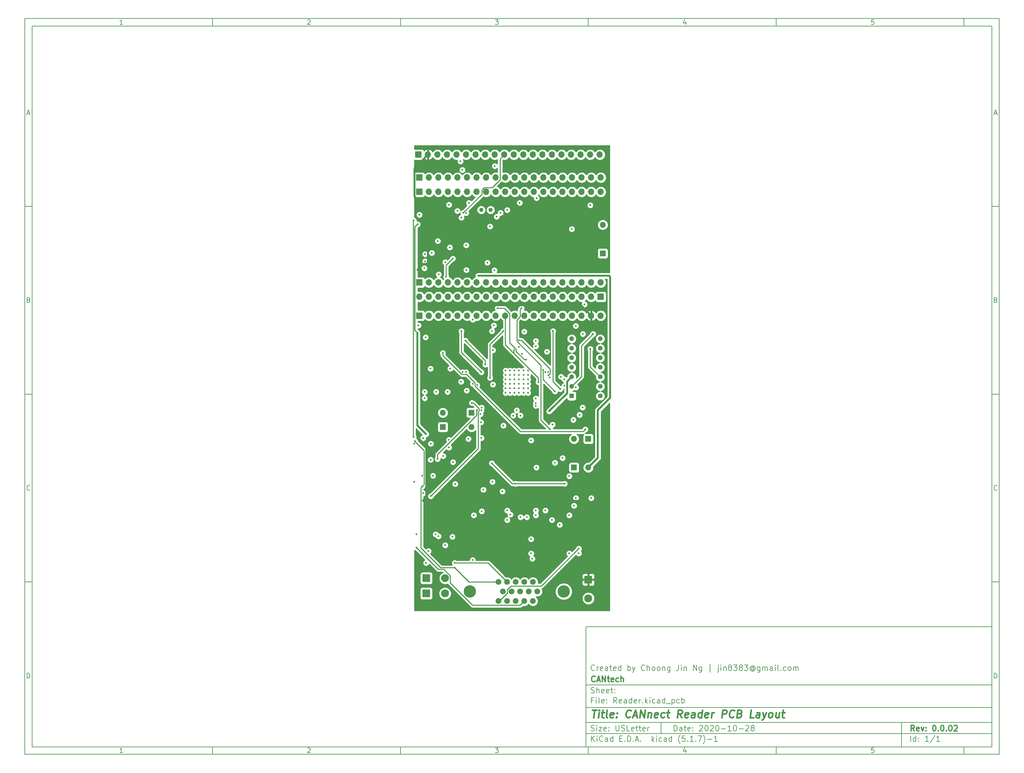
<source format=gbr>
%TF.GenerationSoftware,KiCad,Pcbnew,(5.1.7)-1*%
%TF.CreationDate,2020-10-28T10:51:59-07:00*%
%TF.ProjectId,Reader,52656164-6572-42e6-9b69-6361645f7063,0.0.02*%
%TF.SameCoordinates,Original*%
%TF.FileFunction,Copper,L2,Inr*%
%TF.FilePolarity,Positive*%
%FSLAX46Y46*%
G04 Gerber Fmt 4.6, Leading zero omitted, Abs format (unit mm)*
G04 Created by KiCad (PCBNEW (5.1.7)-1) date 2020-10-28 10:51:59*
%MOMM*%
%LPD*%
G01*
G04 APERTURE LIST*
%ADD10C,0.100000*%
%ADD11C,0.150000*%
%ADD12C,0.300000*%
%ADD13C,0.400000*%
%TA.AperFunction,ComponentPad*%
%ADD14C,3.302000*%
%TD*%
%TA.AperFunction,ComponentPad*%
%ADD15C,1.549400*%
%TD*%
%TA.AperFunction,ComponentPad*%
%ADD16R,1.700000X1.700000*%
%TD*%
%TA.AperFunction,ComponentPad*%
%ADD17O,1.700000X1.700000*%
%TD*%
%TA.AperFunction,ComponentPad*%
%ADD18C,0.500000*%
%TD*%
%TA.AperFunction,ComponentPad*%
%ADD19C,2.100000*%
%TD*%
%TA.AperFunction,ComponentPad*%
%ADD20R,2.100000X2.100000*%
%TD*%
%TA.AperFunction,ComponentPad*%
%ADD21R,1.600000X1.600000*%
%TD*%
%TA.AperFunction,ComponentPad*%
%ADD22O,1.600000X1.600000*%
%TD*%
%TA.AperFunction,ComponentPad*%
%ADD23C,1.117600*%
%TD*%
%TA.AperFunction,ComponentPad*%
%ADD24R,1.295400X1.295400*%
%TD*%
%TA.AperFunction,ComponentPad*%
%ADD25C,1.295400*%
%TD*%
%TA.AperFunction,ViaPad*%
%ADD26C,0.500000*%
%TD*%
%TA.AperFunction,Conductor*%
%ADD27C,0.220000*%
%TD*%
%TA.AperFunction,Conductor*%
%ADD28C,0.500000*%
%TD*%
%TA.AperFunction,Conductor*%
%ADD29C,0.300000*%
%TD*%
%TA.AperFunction,Conductor*%
%ADD30C,0.254000*%
%TD*%
%TA.AperFunction,Conductor*%
%ADD31C,0.100000*%
%TD*%
G04 APERTURE END LIST*
D10*
D11*
X159400000Y-171900000D02*
X159400000Y-203900000D01*
X267400000Y-203900000D01*
X267400000Y-171900000D01*
X159400000Y-171900000D01*
D10*
D11*
X10000000Y-10000000D02*
X10000000Y-205900000D01*
X269400000Y-205900000D01*
X269400000Y-10000000D01*
X10000000Y-10000000D01*
D10*
D11*
X12000000Y-12000000D02*
X12000000Y-203900000D01*
X267400000Y-203900000D01*
X267400000Y-12000000D01*
X12000000Y-12000000D01*
D10*
D11*
X60000000Y-12000000D02*
X60000000Y-10000000D01*
D10*
D11*
X110000000Y-12000000D02*
X110000000Y-10000000D01*
D10*
D11*
X160000000Y-12000000D02*
X160000000Y-10000000D01*
D10*
D11*
X210000000Y-12000000D02*
X210000000Y-10000000D01*
D10*
D11*
X260000000Y-12000000D02*
X260000000Y-10000000D01*
D10*
D11*
X36065476Y-11588095D02*
X35322619Y-11588095D01*
X35694047Y-11588095D02*
X35694047Y-10288095D01*
X35570238Y-10473809D01*
X35446428Y-10597619D01*
X35322619Y-10659523D01*
D10*
D11*
X85322619Y-10411904D02*
X85384523Y-10350000D01*
X85508333Y-10288095D01*
X85817857Y-10288095D01*
X85941666Y-10350000D01*
X86003571Y-10411904D01*
X86065476Y-10535714D01*
X86065476Y-10659523D01*
X86003571Y-10845238D01*
X85260714Y-11588095D01*
X86065476Y-11588095D01*
D10*
D11*
X135260714Y-10288095D02*
X136065476Y-10288095D01*
X135632142Y-10783333D01*
X135817857Y-10783333D01*
X135941666Y-10845238D01*
X136003571Y-10907142D01*
X136065476Y-11030952D01*
X136065476Y-11340476D01*
X136003571Y-11464285D01*
X135941666Y-11526190D01*
X135817857Y-11588095D01*
X135446428Y-11588095D01*
X135322619Y-11526190D01*
X135260714Y-11464285D01*
D10*
D11*
X185941666Y-10721428D02*
X185941666Y-11588095D01*
X185632142Y-10226190D02*
X185322619Y-11154761D01*
X186127380Y-11154761D01*
D10*
D11*
X236003571Y-10288095D02*
X235384523Y-10288095D01*
X235322619Y-10907142D01*
X235384523Y-10845238D01*
X235508333Y-10783333D01*
X235817857Y-10783333D01*
X235941666Y-10845238D01*
X236003571Y-10907142D01*
X236065476Y-11030952D01*
X236065476Y-11340476D01*
X236003571Y-11464285D01*
X235941666Y-11526190D01*
X235817857Y-11588095D01*
X235508333Y-11588095D01*
X235384523Y-11526190D01*
X235322619Y-11464285D01*
D10*
D11*
X60000000Y-203900000D02*
X60000000Y-205900000D01*
D10*
D11*
X110000000Y-203900000D02*
X110000000Y-205900000D01*
D10*
D11*
X160000000Y-203900000D02*
X160000000Y-205900000D01*
D10*
D11*
X210000000Y-203900000D02*
X210000000Y-205900000D01*
D10*
D11*
X260000000Y-203900000D02*
X260000000Y-205900000D01*
D10*
D11*
X36065476Y-205488095D02*
X35322619Y-205488095D01*
X35694047Y-205488095D02*
X35694047Y-204188095D01*
X35570238Y-204373809D01*
X35446428Y-204497619D01*
X35322619Y-204559523D01*
D10*
D11*
X85322619Y-204311904D02*
X85384523Y-204250000D01*
X85508333Y-204188095D01*
X85817857Y-204188095D01*
X85941666Y-204250000D01*
X86003571Y-204311904D01*
X86065476Y-204435714D01*
X86065476Y-204559523D01*
X86003571Y-204745238D01*
X85260714Y-205488095D01*
X86065476Y-205488095D01*
D10*
D11*
X135260714Y-204188095D02*
X136065476Y-204188095D01*
X135632142Y-204683333D01*
X135817857Y-204683333D01*
X135941666Y-204745238D01*
X136003571Y-204807142D01*
X136065476Y-204930952D01*
X136065476Y-205240476D01*
X136003571Y-205364285D01*
X135941666Y-205426190D01*
X135817857Y-205488095D01*
X135446428Y-205488095D01*
X135322619Y-205426190D01*
X135260714Y-205364285D01*
D10*
D11*
X185941666Y-204621428D02*
X185941666Y-205488095D01*
X185632142Y-204126190D02*
X185322619Y-205054761D01*
X186127380Y-205054761D01*
D10*
D11*
X236003571Y-204188095D02*
X235384523Y-204188095D01*
X235322619Y-204807142D01*
X235384523Y-204745238D01*
X235508333Y-204683333D01*
X235817857Y-204683333D01*
X235941666Y-204745238D01*
X236003571Y-204807142D01*
X236065476Y-204930952D01*
X236065476Y-205240476D01*
X236003571Y-205364285D01*
X235941666Y-205426190D01*
X235817857Y-205488095D01*
X235508333Y-205488095D01*
X235384523Y-205426190D01*
X235322619Y-205364285D01*
D10*
D11*
X10000000Y-60000000D02*
X12000000Y-60000000D01*
D10*
D11*
X10000000Y-110000000D02*
X12000000Y-110000000D01*
D10*
D11*
X10000000Y-160000000D02*
X12000000Y-160000000D01*
D10*
D11*
X10690476Y-35216666D02*
X11309523Y-35216666D01*
X10566666Y-35588095D02*
X11000000Y-34288095D01*
X11433333Y-35588095D01*
D10*
D11*
X11092857Y-84907142D02*
X11278571Y-84969047D01*
X11340476Y-85030952D01*
X11402380Y-85154761D01*
X11402380Y-85340476D01*
X11340476Y-85464285D01*
X11278571Y-85526190D01*
X11154761Y-85588095D01*
X10659523Y-85588095D01*
X10659523Y-84288095D01*
X11092857Y-84288095D01*
X11216666Y-84350000D01*
X11278571Y-84411904D01*
X11340476Y-84535714D01*
X11340476Y-84659523D01*
X11278571Y-84783333D01*
X11216666Y-84845238D01*
X11092857Y-84907142D01*
X10659523Y-84907142D01*
D10*
D11*
X11402380Y-135464285D02*
X11340476Y-135526190D01*
X11154761Y-135588095D01*
X11030952Y-135588095D01*
X10845238Y-135526190D01*
X10721428Y-135402380D01*
X10659523Y-135278571D01*
X10597619Y-135030952D01*
X10597619Y-134845238D01*
X10659523Y-134597619D01*
X10721428Y-134473809D01*
X10845238Y-134350000D01*
X11030952Y-134288095D01*
X11154761Y-134288095D01*
X11340476Y-134350000D01*
X11402380Y-134411904D01*
D10*
D11*
X10659523Y-185588095D02*
X10659523Y-184288095D01*
X10969047Y-184288095D01*
X11154761Y-184350000D01*
X11278571Y-184473809D01*
X11340476Y-184597619D01*
X11402380Y-184845238D01*
X11402380Y-185030952D01*
X11340476Y-185278571D01*
X11278571Y-185402380D01*
X11154761Y-185526190D01*
X10969047Y-185588095D01*
X10659523Y-185588095D01*
D10*
D11*
X269400000Y-60000000D02*
X267400000Y-60000000D01*
D10*
D11*
X269400000Y-110000000D02*
X267400000Y-110000000D01*
D10*
D11*
X269400000Y-160000000D02*
X267400000Y-160000000D01*
D10*
D11*
X268090476Y-35216666D02*
X268709523Y-35216666D01*
X267966666Y-35588095D02*
X268400000Y-34288095D01*
X268833333Y-35588095D01*
D10*
D11*
X268492857Y-84907142D02*
X268678571Y-84969047D01*
X268740476Y-85030952D01*
X268802380Y-85154761D01*
X268802380Y-85340476D01*
X268740476Y-85464285D01*
X268678571Y-85526190D01*
X268554761Y-85588095D01*
X268059523Y-85588095D01*
X268059523Y-84288095D01*
X268492857Y-84288095D01*
X268616666Y-84350000D01*
X268678571Y-84411904D01*
X268740476Y-84535714D01*
X268740476Y-84659523D01*
X268678571Y-84783333D01*
X268616666Y-84845238D01*
X268492857Y-84907142D01*
X268059523Y-84907142D01*
D10*
D11*
X268802380Y-135464285D02*
X268740476Y-135526190D01*
X268554761Y-135588095D01*
X268430952Y-135588095D01*
X268245238Y-135526190D01*
X268121428Y-135402380D01*
X268059523Y-135278571D01*
X267997619Y-135030952D01*
X267997619Y-134845238D01*
X268059523Y-134597619D01*
X268121428Y-134473809D01*
X268245238Y-134350000D01*
X268430952Y-134288095D01*
X268554761Y-134288095D01*
X268740476Y-134350000D01*
X268802380Y-134411904D01*
D10*
D11*
X268059523Y-185588095D02*
X268059523Y-184288095D01*
X268369047Y-184288095D01*
X268554761Y-184350000D01*
X268678571Y-184473809D01*
X268740476Y-184597619D01*
X268802380Y-184845238D01*
X268802380Y-185030952D01*
X268740476Y-185278571D01*
X268678571Y-185402380D01*
X268554761Y-185526190D01*
X268369047Y-185588095D01*
X268059523Y-185588095D01*
D10*
D11*
X182832142Y-199678571D02*
X182832142Y-198178571D01*
X183189285Y-198178571D01*
X183403571Y-198250000D01*
X183546428Y-198392857D01*
X183617857Y-198535714D01*
X183689285Y-198821428D01*
X183689285Y-199035714D01*
X183617857Y-199321428D01*
X183546428Y-199464285D01*
X183403571Y-199607142D01*
X183189285Y-199678571D01*
X182832142Y-199678571D01*
X184975000Y-199678571D02*
X184975000Y-198892857D01*
X184903571Y-198750000D01*
X184760714Y-198678571D01*
X184475000Y-198678571D01*
X184332142Y-198750000D01*
X184975000Y-199607142D02*
X184832142Y-199678571D01*
X184475000Y-199678571D01*
X184332142Y-199607142D01*
X184260714Y-199464285D01*
X184260714Y-199321428D01*
X184332142Y-199178571D01*
X184475000Y-199107142D01*
X184832142Y-199107142D01*
X184975000Y-199035714D01*
X185475000Y-198678571D02*
X186046428Y-198678571D01*
X185689285Y-198178571D02*
X185689285Y-199464285D01*
X185760714Y-199607142D01*
X185903571Y-199678571D01*
X186046428Y-199678571D01*
X187117857Y-199607142D02*
X186975000Y-199678571D01*
X186689285Y-199678571D01*
X186546428Y-199607142D01*
X186475000Y-199464285D01*
X186475000Y-198892857D01*
X186546428Y-198750000D01*
X186689285Y-198678571D01*
X186975000Y-198678571D01*
X187117857Y-198750000D01*
X187189285Y-198892857D01*
X187189285Y-199035714D01*
X186475000Y-199178571D01*
X187832142Y-199535714D02*
X187903571Y-199607142D01*
X187832142Y-199678571D01*
X187760714Y-199607142D01*
X187832142Y-199535714D01*
X187832142Y-199678571D01*
X187832142Y-198750000D02*
X187903571Y-198821428D01*
X187832142Y-198892857D01*
X187760714Y-198821428D01*
X187832142Y-198750000D01*
X187832142Y-198892857D01*
X189617857Y-198321428D02*
X189689285Y-198250000D01*
X189832142Y-198178571D01*
X190189285Y-198178571D01*
X190332142Y-198250000D01*
X190403571Y-198321428D01*
X190475000Y-198464285D01*
X190475000Y-198607142D01*
X190403571Y-198821428D01*
X189546428Y-199678571D01*
X190475000Y-199678571D01*
X191403571Y-198178571D02*
X191546428Y-198178571D01*
X191689285Y-198250000D01*
X191760714Y-198321428D01*
X191832142Y-198464285D01*
X191903571Y-198750000D01*
X191903571Y-199107142D01*
X191832142Y-199392857D01*
X191760714Y-199535714D01*
X191689285Y-199607142D01*
X191546428Y-199678571D01*
X191403571Y-199678571D01*
X191260714Y-199607142D01*
X191189285Y-199535714D01*
X191117857Y-199392857D01*
X191046428Y-199107142D01*
X191046428Y-198750000D01*
X191117857Y-198464285D01*
X191189285Y-198321428D01*
X191260714Y-198250000D01*
X191403571Y-198178571D01*
X192475000Y-198321428D02*
X192546428Y-198250000D01*
X192689285Y-198178571D01*
X193046428Y-198178571D01*
X193189285Y-198250000D01*
X193260714Y-198321428D01*
X193332142Y-198464285D01*
X193332142Y-198607142D01*
X193260714Y-198821428D01*
X192403571Y-199678571D01*
X193332142Y-199678571D01*
X194260714Y-198178571D02*
X194403571Y-198178571D01*
X194546428Y-198250000D01*
X194617857Y-198321428D01*
X194689285Y-198464285D01*
X194760714Y-198750000D01*
X194760714Y-199107142D01*
X194689285Y-199392857D01*
X194617857Y-199535714D01*
X194546428Y-199607142D01*
X194403571Y-199678571D01*
X194260714Y-199678571D01*
X194117857Y-199607142D01*
X194046428Y-199535714D01*
X193975000Y-199392857D01*
X193903571Y-199107142D01*
X193903571Y-198750000D01*
X193975000Y-198464285D01*
X194046428Y-198321428D01*
X194117857Y-198250000D01*
X194260714Y-198178571D01*
X195403571Y-199107142D02*
X196546428Y-199107142D01*
X198046428Y-199678571D02*
X197189285Y-199678571D01*
X197617857Y-199678571D02*
X197617857Y-198178571D01*
X197475000Y-198392857D01*
X197332142Y-198535714D01*
X197189285Y-198607142D01*
X198975000Y-198178571D02*
X199117857Y-198178571D01*
X199260714Y-198250000D01*
X199332142Y-198321428D01*
X199403571Y-198464285D01*
X199475000Y-198750000D01*
X199475000Y-199107142D01*
X199403571Y-199392857D01*
X199332142Y-199535714D01*
X199260714Y-199607142D01*
X199117857Y-199678571D01*
X198975000Y-199678571D01*
X198832142Y-199607142D01*
X198760714Y-199535714D01*
X198689285Y-199392857D01*
X198617857Y-199107142D01*
X198617857Y-198750000D01*
X198689285Y-198464285D01*
X198760714Y-198321428D01*
X198832142Y-198250000D01*
X198975000Y-198178571D01*
X200117857Y-199107142D02*
X201260714Y-199107142D01*
X201903571Y-198321428D02*
X201975000Y-198250000D01*
X202117857Y-198178571D01*
X202475000Y-198178571D01*
X202617857Y-198250000D01*
X202689285Y-198321428D01*
X202760714Y-198464285D01*
X202760714Y-198607142D01*
X202689285Y-198821428D01*
X201832142Y-199678571D01*
X202760714Y-199678571D01*
X203617857Y-198821428D02*
X203475000Y-198750000D01*
X203403571Y-198678571D01*
X203332142Y-198535714D01*
X203332142Y-198464285D01*
X203403571Y-198321428D01*
X203475000Y-198250000D01*
X203617857Y-198178571D01*
X203903571Y-198178571D01*
X204046428Y-198250000D01*
X204117857Y-198321428D01*
X204189285Y-198464285D01*
X204189285Y-198535714D01*
X204117857Y-198678571D01*
X204046428Y-198750000D01*
X203903571Y-198821428D01*
X203617857Y-198821428D01*
X203475000Y-198892857D01*
X203403571Y-198964285D01*
X203332142Y-199107142D01*
X203332142Y-199392857D01*
X203403571Y-199535714D01*
X203475000Y-199607142D01*
X203617857Y-199678571D01*
X203903571Y-199678571D01*
X204046428Y-199607142D01*
X204117857Y-199535714D01*
X204189285Y-199392857D01*
X204189285Y-199107142D01*
X204117857Y-198964285D01*
X204046428Y-198892857D01*
X203903571Y-198821428D01*
D10*
D11*
X159400000Y-200400000D02*
X267400000Y-200400000D01*
D10*
D11*
X160832142Y-202478571D02*
X160832142Y-200978571D01*
X161689285Y-202478571D02*
X161046428Y-201621428D01*
X161689285Y-200978571D02*
X160832142Y-201835714D01*
X162332142Y-202478571D02*
X162332142Y-201478571D01*
X162332142Y-200978571D02*
X162260714Y-201050000D01*
X162332142Y-201121428D01*
X162403571Y-201050000D01*
X162332142Y-200978571D01*
X162332142Y-201121428D01*
X163903571Y-202335714D02*
X163832142Y-202407142D01*
X163617857Y-202478571D01*
X163475000Y-202478571D01*
X163260714Y-202407142D01*
X163117857Y-202264285D01*
X163046428Y-202121428D01*
X162975000Y-201835714D01*
X162975000Y-201621428D01*
X163046428Y-201335714D01*
X163117857Y-201192857D01*
X163260714Y-201050000D01*
X163475000Y-200978571D01*
X163617857Y-200978571D01*
X163832142Y-201050000D01*
X163903571Y-201121428D01*
X165189285Y-202478571D02*
X165189285Y-201692857D01*
X165117857Y-201550000D01*
X164975000Y-201478571D01*
X164689285Y-201478571D01*
X164546428Y-201550000D01*
X165189285Y-202407142D02*
X165046428Y-202478571D01*
X164689285Y-202478571D01*
X164546428Y-202407142D01*
X164475000Y-202264285D01*
X164475000Y-202121428D01*
X164546428Y-201978571D01*
X164689285Y-201907142D01*
X165046428Y-201907142D01*
X165189285Y-201835714D01*
X166546428Y-202478571D02*
X166546428Y-200978571D01*
X166546428Y-202407142D02*
X166403571Y-202478571D01*
X166117857Y-202478571D01*
X165975000Y-202407142D01*
X165903571Y-202335714D01*
X165832142Y-202192857D01*
X165832142Y-201764285D01*
X165903571Y-201621428D01*
X165975000Y-201550000D01*
X166117857Y-201478571D01*
X166403571Y-201478571D01*
X166546428Y-201550000D01*
X168403571Y-201692857D02*
X168903571Y-201692857D01*
X169117857Y-202478571D02*
X168403571Y-202478571D01*
X168403571Y-200978571D01*
X169117857Y-200978571D01*
X169760714Y-202335714D02*
X169832142Y-202407142D01*
X169760714Y-202478571D01*
X169689285Y-202407142D01*
X169760714Y-202335714D01*
X169760714Y-202478571D01*
X170475000Y-202478571D02*
X170475000Y-200978571D01*
X170832142Y-200978571D01*
X171046428Y-201050000D01*
X171189285Y-201192857D01*
X171260714Y-201335714D01*
X171332142Y-201621428D01*
X171332142Y-201835714D01*
X171260714Y-202121428D01*
X171189285Y-202264285D01*
X171046428Y-202407142D01*
X170832142Y-202478571D01*
X170475000Y-202478571D01*
X171975000Y-202335714D02*
X172046428Y-202407142D01*
X171975000Y-202478571D01*
X171903571Y-202407142D01*
X171975000Y-202335714D01*
X171975000Y-202478571D01*
X172617857Y-202050000D02*
X173332142Y-202050000D01*
X172475000Y-202478571D02*
X172975000Y-200978571D01*
X173475000Y-202478571D01*
X173975000Y-202335714D02*
X174046428Y-202407142D01*
X173975000Y-202478571D01*
X173903571Y-202407142D01*
X173975000Y-202335714D01*
X173975000Y-202478571D01*
X176975000Y-202478571D02*
X176975000Y-200978571D01*
X177117857Y-201907142D02*
X177546428Y-202478571D01*
X177546428Y-201478571D02*
X176975000Y-202050000D01*
X178189285Y-202478571D02*
X178189285Y-201478571D01*
X178189285Y-200978571D02*
X178117857Y-201050000D01*
X178189285Y-201121428D01*
X178260714Y-201050000D01*
X178189285Y-200978571D01*
X178189285Y-201121428D01*
X179546428Y-202407142D02*
X179403571Y-202478571D01*
X179117857Y-202478571D01*
X178975000Y-202407142D01*
X178903571Y-202335714D01*
X178832142Y-202192857D01*
X178832142Y-201764285D01*
X178903571Y-201621428D01*
X178975000Y-201550000D01*
X179117857Y-201478571D01*
X179403571Y-201478571D01*
X179546428Y-201550000D01*
X180832142Y-202478571D02*
X180832142Y-201692857D01*
X180760714Y-201550000D01*
X180617857Y-201478571D01*
X180332142Y-201478571D01*
X180189285Y-201550000D01*
X180832142Y-202407142D02*
X180689285Y-202478571D01*
X180332142Y-202478571D01*
X180189285Y-202407142D01*
X180117857Y-202264285D01*
X180117857Y-202121428D01*
X180189285Y-201978571D01*
X180332142Y-201907142D01*
X180689285Y-201907142D01*
X180832142Y-201835714D01*
X182189285Y-202478571D02*
X182189285Y-200978571D01*
X182189285Y-202407142D02*
X182046428Y-202478571D01*
X181760714Y-202478571D01*
X181617857Y-202407142D01*
X181546428Y-202335714D01*
X181475000Y-202192857D01*
X181475000Y-201764285D01*
X181546428Y-201621428D01*
X181617857Y-201550000D01*
X181760714Y-201478571D01*
X182046428Y-201478571D01*
X182189285Y-201550000D01*
X184475000Y-203050000D02*
X184403571Y-202978571D01*
X184260714Y-202764285D01*
X184189285Y-202621428D01*
X184117857Y-202407142D01*
X184046428Y-202050000D01*
X184046428Y-201764285D01*
X184117857Y-201407142D01*
X184189285Y-201192857D01*
X184260714Y-201050000D01*
X184403571Y-200835714D01*
X184475000Y-200764285D01*
X185760714Y-200978571D02*
X185046428Y-200978571D01*
X184975000Y-201692857D01*
X185046428Y-201621428D01*
X185189285Y-201550000D01*
X185546428Y-201550000D01*
X185689285Y-201621428D01*
X185760714Y-201692857D01*
X185832142Y-201835714D01*
X185832142Y-202192857D01*
X185760714Y-202335714D01*
X185689285Y-202407142D01*
X185546428Y-202478571D01*
X185189285Y-202478571D01*
X185046428Y-202407142D01*
X184975000Y-202335714D01*
X186475000Y-202335714D02*
X186546428Y-202407142D01*
X186475000Y-202478571D01*
X186403571Y-202407142D01*
X186475000Y-202335714D01*
X186475000Y-202478571D01*
X187975000Y-202478571D02*
X187117857Y-202478571D01*
X187546428Y-202478571D02*
X187546428Y-200978571D01*
X187403571Y-201192857D01*
X187260714Y-201335714D01*
X187117857Y-201407142D01*
X188617857Y-202335714D02*
X188689285Y-202407142D01*
X188617857Y-202478571D01*
X188546428Y-202407142D01*
X188617857Y-202335714D01*
X188617857Y-202478571D01*
X189189285Y-200978571D02*
X190189285Y-200978571D01*
X189546428Y-202478571D01*
X190617857Y-203050000D02*
X190689285Y-202978571D01*
X190832142Y-202764285D01*
X190903571Y-202621428D01*
X190975000Y-202407142D01*
X191046428Y-202050000D01*
X191046428Y-201764285D01*
X190975000Y-201407142D01*
X190903571Y-201192857D01*
X190832142Y-201050000D01*
X190689285Y-200835714D01*
X190617857Y-200764285D01*
X191760714Y-201907142D02*
X192903571Y-201907142D01*
X194403571Y-202478571D02*
X193546428Y-202478571D01*
X193975000Y-202478571D02*
X193975000Y-200978571D01*
X193832142Y-201192857D01*
X193689285Y-201335714D01*
X193546428Y-201407142D01*
D10*
D11*
X159400000Y-197400000D02*
X267400000Y-197400000D01*
D10*
D12*
X246809285Y-199678571D02*
X246309285Y-198964285D01*
X245952142Y-199678571D02*
X245952142Y-198178571D01*
X246523571Y-198178571D01*
X246666428Y-198250000D01*
X246737857Y-198321428D01*
X246809285Y-198464285D01*
X246809285Y-198678571D01*
X246737857Y-198821428D01*
X246666428Y-198892857D01*
X246523571Y-198964285D01*
X245952142Y-198964285D01*
X248023571Y-199607142D02*
X247880714Y-199678571D01*
X247595000Y-199678571D01*
X247452142Y-199607142D01*
X247380714Y-199464285D01*
X247380714Y-198892857D01*
X247452142Y-198750000D01*
X247595000Y-198678571D01*
X247880714Y-198678571D01*
X248023571Y-198750000D01*
X248095000Y-198892857D01*
X248095000Y-199035714D01*
X247380714Y-199178571D01*
X248595000Y-198678571D02*
X248952142Y-199678571D01*
X249309285Y-198678571D01*
X249880714Y-199535714D02*
X249952142Y-199607142D01*
X249880714Y-199678571D01*
X249809285Y-199607142D01*
X249880714Y-199535714D01*
X249880714Y-199678571D01*
X249880714Y-198750000D02*
X249952142Y-198821428D01*
X249880714Y-198892857D01*
X249809285Y-198821428D01*
X249880714Y-198750000D01*
X249880714Y-198892857D01*
X252023571Y-198178571D02*
X252166428Y-198178571D01*
X252309285Y-198250000D01*
X252380714Y-198321428D01*
X252452142Y-198464285D01*
X252523571Y-198750000D01*
X252523571Y-199107142D01*
X252452142Y-199392857D01*
X252380714Y-199535714D01*
X252309285Y-199607142D01*
X252166428Y-199678571D01*
X252023571Y-199678571D01*
X251880714Y-199607142D01*
X251809285Y-199535714D01*
X251737857Y-199392857D01*
X251666428Y-199107142D01*
X251666428Y-198750000D01*
X251737857Y-198464285D01*
X251809285Y-198321428D01*
X251880714Y-198250000D01*
X252023571Y-198178571D01*
X253166428Y-199535714D02*
X253237857Y-199607142D01*
X253166428Y-199678571D01*
X253095000Y-199607142D01*
X253166428Y-199535714D01*
X253166428Y-199678571D01*
X254166428Y-198178571D02*
X254309285Y-198178571D01*
X254452142Y-198250000D01*
X254523571Y-198321428D01*
X254595000Y-198464285D01*
X254666428Y-198750000D01*
X254666428Y-199107142D01*
X254595000Y-199392857D01*
X254523571Y-199535714D01*
X254452142Y-199607142D01*
X254309285Y-199678571D01*
X254166428Y-199678571D01*
X254023571Y-199607142D01*
X253952142Y-199535714D01*
X253880714Y-199392857D01*
X253809285Y-199107142D01*
X253809285Y-198750000D01*
X253880714Y-198464285D01*
X253952142Y-198321428D01*
X254023571Y-198250000D01*
X254166428Y-198178571D01*
X255309285Y-199535714D02*
X255380714Y-199607142D01*
X255309285Y-199678571D01*
X255237857Y-199607142D01*
X255309285Y-199535714D01*
X255309285Y-199678571D01*
X256309285Y-198178571D02*
X256452142Y-198178571D01*
X256595000Y-198250000D01*
X256666428Y-198321428D01*
X256737857Y-198464285D01*
X256809285Y-198750000D01*
X256809285Y-199107142D01*
X256737857Y-199392857D01*
X256666428Y-199535714D01*
X256595000Y-199607142D01*
X256452142Y-199678571D01*
X256309285Y-199678571D01*
X256166428Y-199607142D01*
X256095000Y-199535714D01*
X256023571Y-199392857D01*
X255952142Y-199107142D01*
X255952142Y-198750000D01*
X256023571Y-198464285D01*
X256095000Y-198321428D01*
X256166428Y-198250000D01*
X256309285Y-198178571D01*
X257380714Y-198321428D02*
X257452142Y-198250000D01*
X257595000Y-198178571D01*
X257952142Y-198178571D01*
X258095000Y-198250000D01*
X258166428Y-198321428D01*
X258237857Y-198464285D01*
X258237857Y-198607142D01*
X258166428Y-198821428D01*
X257309285Y-199678571D01*
X258237857Y-199678571D01*
D10*
D11*
X160760714Y-199607142D02*
X160975000Y-199678571D01*
X161332142Y-199678571D01*
X161475000Y-199607142D01*
X161546428Y-199535714D01*
X161617857Y-199392857D01*
X161617857Y-199250000D01*
X161546428Y-199107142D01*
X161475000Y-199035714D01*
X161332142Y-198964285D01*
X161046428Y-198892857D01*
X160903571Y-198821428D01*
X160832142Y-198750000D01*
X160760714Y-198607142D01*
X160760714Y-198464285D01*
X160832142Y-198321428D01*
X160903571Y-198250000D01*
X161046428Y-198178571D01*
X161403571Y-198178571D01*
X161617857Y-198250000D01*
X162260714Y-199678571D02*
X162260714Y-198678571D01*
X162260714Y-198178571D02*
X162189285Y-198250000D01*
X162260714Y-198321428D01*
X162332142Y-198250000D01*
X162260714Y-198178571D01*
X162260714Y-198321428D01*
X162832142Y-198678571D02*
X163617857Y-198678571D01*
X162832142Y-199678571D01*
X163617857Y-199678571D01*
X164760714Y-199607142D02*
X164617857Y-199678571D01*
X164332142Y-199678571D01*
X164189285Y-199607142D01*
X164117857Y-199464285D01*
X164117857Y-198892857D01*
X164189285Y-198750000D01*
X164332142Y-198678571D01*
X164617857Y-198678571D01*
X164760714Y-198750000D01*
X164832142Y-198892857D01*
X164832142Y-199035714D01*
X164117857Y-199178571D01*
X165475000Y-199535714D02*
X165546428Y-199607142D01*
X165475000Y-199678571D01*
X165403571Y-199607142D01*
X165475000Y-199535714D01*
X165475000Y-199678571D01*
X165475000Y-198750000D02*
X165546428Y-198821428D01*
X165475000Y-198892857D01*
X165403571Y-198821428D01*
X165475000Y-198750000D01*
X165475000Y-198892857D01*
X167332142Y-198178571D02*
X167332142Y-199392857D01*
X167403571Y-199535714D01*
X167475000Y-199607142D01*
X167617857Y-199678571D01*
X167903571Y-199678571D01*
X168046428Y-199607142D01*
X168117857Y-199535714D01*
X168189285Y-199392857D01*
X168189285Y-198178571D01*
X168832142Y-199607142D02*
X169046428Y-199678571D01*
X169403571Y-199678571D01*
X169546428Y-199607142D01*
X169617857Y-199535714D01*
X169689285Y-199392857D01*
X169689285Y-199250000D01*
X169617857Y-199107142D01*
X169546428Y-199035714D01*
X169403571Y-198964285D01*
X169117857Y-198892857D01*
X168975000Y-198821428D01*
X168903571Y-198750000D01*
X168832142Y-198607142D01*
X168832142Y-198464285D01*
X168903571Y-198321428D01*
X168975000Y-198250000D01*
X169117857Y-198178571D01*
X169475000Y-198178571D01*
X169689285Y-198250000D01*
X171046428Y-199678571D02*
X170332142Y-199678571D01*
X170332142Y-198178571D01*
X172117857Y-199607142D02*
X171975000Y-199678571D01*
X171689285Y-199678571D01*
X171546428Y-199607142D01*
X171475000Y-199464285D01*
X171475000Y-198892857D01*
X171546428Y-198750000D01*
X171689285Y-198678571D01*
X171975000Y-198678571D01*
X172117857Y-198750000D01*
X172189285Y-198892857D01*
X172189285Y-199035714D01*
X171475000Y-199178571D01*
X172617857Y-198678571D02*
X173189285Y-198678571D01*
X172832142Y-198178571D02*
X172832142Y-199464285D01*
X172903571Y-199607142D01*
X173046428Y-199678571D01*
X173189285Y-199678571D01*
X173475000Y-198678571D02*
X174046428Y-198678571D01*
X173689285Y-198178571D02*
X173689285Y-199464285D01*
X173760714Y-199607142D01*
X173903571Y-199678571D01*
X174046428Y-199678571D01*
X175117857Y-199607142D02*
X174975000Y-199678571D01*
X174689285Y-199678571D01*
X174546428Y-199607142D01*
X174475000Y-199464285D01*
X174475000Y-198892857D01*
X174546428Y-198750000D01*
X174689285Y-198678571D01*
X174975000Y-198678571D01*
X175117857Y-198750000D01*
X175189285Y-198892857D01*
X175189285Y-199035714D01*
X174475000Y-199178571D01*
X175832142Y-199678571D02*
X175832142Y-198678571D01*
X175832142Y-198964285D02*
X175903571Y-198821428D01*
X175975000Y-198750000D01*
X176117857Y-198678571D01*
X176260714Y-198678571D01*
D10*
D11*
X245832142Y-202478571D02*
X245832142Y-200978571D01*
X247189285Y-202478571D02*
X247189285Y-200978571D01*
X247189285Y-202407142D02*
X247046428Y-202478571D01*
X246760714Y-202478571D01*
X246617857Y-202407142D01*
X246546428Y-202335714D01*
X246475000Y-202192857D01*
X246475000Y-201764285D01*
X246546428Y-201621428D01*
X246617857Y-201550000D01*
X246760714Y-201478571D01*
X247046428Y-201478571D01*
X247189285Y-201550000D01*
X247903571Y-202335714D02*
X247975000Y-202407142D01*
X247903571Y-202478571D01*
X247832142Y-202407142D01*
X247903571Y-202335714D01*
X247903571Y-202478571D01*
X247903571Y-201550000D02*
X247975000Y-201621428D01*
X247903571Y-201692857D01*
X247832142Y-201621428D01*
X247903571Y-201550000D01*
X247903571Y-201692857D01*
X250546428Y-202478571D02*
X249689285Y-202478571D01*
X250117857Y-202478571D02*
X250117857Y-200978571D01*
X249975000Y-201192857D01*
X249832142Y-201335714D01*
X249689285Y-201407142D01*
X252260714Y-200907142D02*
X250975000Y-202835714D01*
X253546428Y-202478571D02*
X252689285Y-202478571D01*
X253117857Y-202478571D02*
X253117857Y-200978571D01*
X252975000Y-201192857D01*
X252832142Y-201335714D01*
X252689285Y-201407142D01*
D10*
D11*
X159400000Y-193400000D02*
X267400000Y-193400000D01*
D10*
D13*
X161112380Y-194104761D02*
X162255238Y-194104761D01*
X161433809Y-196104761D02*
X161683809Y-194104761D01*
X162671904Y-196104761D02*
X162838571Y-194771428D01*
X162921904Y-194104761D02*
X162814761Y-194200000D01*
X162898095Y-194295238D01*
X163005238Y-194200000D01*
X162921904Y-194104761D01*
X162898095Y-194295238D01*
X163505238Y-194771428D02*
X164267142Y-194771428D01*
X163874285Y-194104761D02*
X163660000Y-195819047D01*
X163731428Y-196009523D01*
X163910000Y-196104761D01*
X164100476Y-196104761D01*
X165052857Y-196104761D02*
X164874285Y-196009523D01*
X164802857Y-195819047D01*
X165017142Y-194104761D01*
X166588571Y-196009523D02*
X166386190Y-196104761D01*
X166005238Y-196104761D01*
X165826666Y-196009523D01*
X165755238Y-195819047D01*
X165850476Y-195057142D01*
X165969523Y-194866666D01*
X166171904Y-194771428D01*
X166552857Y-194771428D01*
X166731428Y-194866666D01*
X166802857Y-195057142D01*
X166779047Y-195247619D01*
X165802857Y-195438095D01*
X167552857Y-195914285D02*
X167636190Y-196009523D01*
X167529047Y-196104761D01*
X167445714Y-196009523D01*
X167552857Y-195914285D01*
X167529047Y-196104761D01*
X167683809Y-194866666D02*
X167767142Y-194961904D01*
X167660000Y-195057142D01*
X167576666Y-194961904D01*
X167683809Y-194866666D01*
X167660000Y-195057142D01*
X171171904Y-195914285D02*
X171064761Y-196009523D01*
X170767142Y-196104761D01*
X170576666Y-196104761D01*
X170302857Y-196009523D01*
X170136190Y-195819047D01*
X170064761Y-195628571D01*
X170017142Y-195247619D01*
X170052857Y-194961904D01*
X170195714Y-194580952D01*
X170314761Y-194390476D01*
X170529047Y-194200000D01*
X170826666Y-194104761D01*
X171017142Y-194104761D01*
X171290952Y-194200000D01*
X171374285Y-194295238D01*
X171981428Y-195533333D02*
X172933809Y-195533333D01*
X171719523Y-196104761D02*
X172636190Y-194104761D01*
X173052857Y-196104761D01*
X173719523Y-196104761D02*
X173969523Y-194104761D01*
X174862380Y-196104761D01*
X175112380Y-194104761D01*
X175981428Y-194771428D02*
X175814761Y-196104761D01*
X175957619Y-194961904D02*
X176064761Y-194866666D01*
X176267142Y-194771428D01*
X176552857Y-194771428D01*
X176731428Y-194866666D01*
X176802857Y-195057142D01*
X176671904Y-196104761D01*
X178398095Y-196009523D02*
X178195714Y-196104761D01*
X177814761Y-196104761D01*
X177636190Y-196009523D01*
X177564761Y-195819047D01*
X177660000Y-195057142D01*
X177779047Y-194866666D01*
X177981428Y-194771428D01*
X178362380Y-194771428D01*
X178540952Y-194866666D01*
X178612380Y-195057142D01*
X178588571Y-195247619D01*
X177612380Y-195438095D01*
X180207619Y-196009523D02*
X180005238Y-196104761D01*
X179624285Y-196104761D01*
X179445714Y-196009523D01*
X179362380Y-195914285D01*
X179290952Y-195723809D01*
X179362380Y-195152380D01*
X179481428Y-194961904D01*
X179588571Y-194866666D01*
X179790952Y-194771428D01*
X180171904Y-194771428D01*
X180350476Y-194866666D01*
X180933809Y-194771428D02*
X181695714Y-194771428D01*
X181302857Y-194104761D02*
X181088571Y-195819047D01*
X181160000Y-196009523D01*
X181338571Y-196104761D01*
X181529047Y-196104761D01*
X184862380Y-196104761D02*
X184314761Y-195152380D01*
X183719523Y-196104761D02*
X183969523Y-194104761D01*
X184731428Y-194104761D01*
X184910000Y-194200000D01*
X184993333Y-194295238D01*
X185064761Y-194485714D01*
X185029047Y-194771428D01*
X184910000Y-194961904D01*
X184802857Y-195057142D01*
X184600476Y-195152380D01*
X183838571Y-195152380D01*
X186493333Y-196009523D02*
X186290952Y-196104761D01*
X185910000Y-196104761D01*
X185731428Y-196009523D01*
X185660000Y-195819047D01*
X185755238Y-195057142D01*
X185874285Y-194866666D01*
X186076666Y-194771428D01*
X186457619Y-194771428D01*
X186636190Y-194866666D01*
X186707619Y-195057142D01*
X186683809Y-195247619D01*
X185707619Y-195438095D01*
X188290952Y-196104761D02*
X188421904Y-195057142D01*
X188350476Y-194866666D01*
X188171904Y-194771428D01*
X187790952Y-194771428D01*
X187588571Y-194866666D01*
X188302857Y-196009523D02*
X188100476Y-196104761D01*
X187624285Y-196104761D01*
X187445714Y-196009523D01*
X187374285Y-195819047D01*
X187398095Y-195628571D01*
X187517142Y-195438095D01*
X187719523Y-195342857D01*
X188195714Y-195342857D01*
X188398095Y-195247619D01*
X190100476Y-196104761D02*
X190350476Y-194104761D01*
X190112380Y-196009523D02*
X189910000Y-196104761D01*
X189529047Y-196104761D01*
X189350476Y-196009523D01*
X189267142Y-195914285D01*
X189195714Y-195723809D01*
X189267142Y-195152380D01*
X189386190Y-194961904D01*
X189493333Y-194866666D01*
X189695714Y-194771428D01*
X190076666Y-194771428D01*
X190255238Y-194866666D01*
X191826666Y-196009523D02*
X191624285Y-196104761D01*
X191243333Y-196104761D01*
X191064761Y-196009523D01*
X190993333Y-195819047D01*
X191088571Y-195057142D01*
X191207619Y-194866666D01*
X191410000Y-194771428D01*
X191790952Y-194771428D01*
X191969523Y-194866666D01*
X192040952Y-195057142D01*
X192017142Y-195247619D01*
X191040952Y-195438095D01*
X192767142Y-196104761D02*
X192933809Y-194771428D01*
X192886190Y-195152380D02*
X193005238Y-194961904D01*
X193112380Y-194866666D01*
X193314761Y-194771428D01*
X193505238Y-194771428D01*
X195529047Y-196104761D02*
X195779047Y-194104761D01*
X196540952Y-194104761D01*
X196719523Y-194200000D01*
X196802857Y-194295238D01*
X196874285Y-194485714D01*
X196838571Y-194771428D01*
X196719523Y-194961904D01*
X196612380Y-195057142D01*
X196410000Y-195152380D01*
X195648095Y-195152380D01*
X198695714Y-195914285D02*
X198588571Y-196009523D01*
X198290952Y-196104761D01*
X198100476Y-196104761D01*
X197826666Y-196009523D01*
X197660000Y-195819047D01*
X197588571Y-195628571D01*
X197540952Y-195247619D01*
X197576666Y-194961904D01*
X197719523Y-194580952D01*
X197838571Y-194390476D01*
X198052857Y-194200000D01*
X198350476Y-194104761D01*
X198540952Y-194104761D01*
X198814761Y-194200000D01*
X198898095Y-194295238D01*
X200326666Y-195057142D02*
X200600476Y-195152380D01*
X200683809Y-195247619D01*
X200755238Y-195438095D01*
X200719523Y-195723809D01*
X200600476Y-195914285D01*
X200493333Y-196009523D01*
X200290952Y-196104761D01*
X199529047Y-196104761D01*
X199779047Y-194104761D01*
X200445714Y-194104761D01*
X200624285Y-194200000D01*
X200707619Y-194295238D01*
X200779047Y-194485714D01*
X200755238Y-194676190D01*
X200636190Y-194866666D01*
X200529047Y-194961904D01*
X200326666Y-195057142D01*
X199660000Y-195057142D01*
X204005238Y-196104761D02*
X203052857Y-196104761D01*
X203302857Y-194104761D01*
X205529047Y-196104761D02*
X205660000Y-195057142D01*
X205588571Y-194866666D01*
X205410000Y-194771428D01*
X205029047Y-194771428D01*
X204826666Y-194866666D01*
X205540952Y-196009523D02*
X205338571Y-196104761D01*
X204862380Y-196104761D01*
X204683809Y-196009523D01*
X204612380Y-195819047D01*
X204636190Y-195628571D01*
X204755238Y-195438095D01*
X204957619Y-195342857D01*
X205433809Y-195342857D01*
X205636190Y-195247619D01*
X206457619Y-194771428D02*
X206767142Y-196104761D01*
X207410000Y-194771428D02*
X206767142Y-196104761D01*
X206517142Y-196580952D01*
X206410000Y-196676190D01*
X206207619Y-196771428D01*
X208290952Y-196104761D02*
X208112380Y-196009523D01*
X208029047Y-195914285D01*
X207957619Y-195723809D01*
X208029047Y-195152380D01*
X208148095Y-194961904D01*
X208255238Y-194866666D01*
X208457619Y-194771428D01*
X208743333Y-194771428D01*
X208921904Y-194866666D01*
X209005238Y-194961904D01*
X209076666Y-195152380D01*
X209005238Y-195723809D01*
X208886190Y-195914285D01*
X208779047Y-196009523D01*
X208576666Y-196104761D01*
X208290952Y-196104761D01*
X210838571Y-194771428D02*
X210671904Y-196104761D01*
X209981428Y-194771428D02*
X209850476Y-195819047D01*
X209921904Y-196009523D01*
X210100476Y-196104761D01*
X210386190Y-196104761D01*
X210588571Y-196009523D01*
X210695714Y-195914285D01*
X211505238Y-194771428D02*
X212267142Y-194771428D01*
X211874285Y-194104761D02*
X211659999Y-195819047D01*
X211731428Y-196009523D01*
X211909999Y-196104761D01*
X212100476Y-196104761D01*
D10*
D11*
X161332142Y-191492857D02*
X160832142Y-191492857D01*
X160832142Y-192278571D02*
X160832142Y-190778571D01*
X161546428Y-190778571D01*
X162117857Y-192278571D02*
X162117857Y-191278571D01*
X162117857Y-190778571D02*
X162046428Y-190850000D01*
X162117857Y-190921428D01*
X162189285Y-190850000D01*
X162117857Y-190778571D01*
X162117857Y-190921428D01*
X163046428Y-192278571D02*
X162903571Y-192207142D01*
X162832142Y-192064285D01*
X162832142Y-190778571D01*
X164189285Y-192207142D02*
X164046428Y-192278571D01*
X163760714Y-192278571D01*
X163617857Y-192207142D01*
X163546428Y-192064285D01*
X163546428Y-191492857D01*
X163617857Y-191350000D01*
X163760714Y-191278571D01*
X164046428Y-191278571D01*
X164189285Y-191350000D01*
X164260714Y-191492857D01*
X164260714Y-191635714D01*
X163546428Y-191778571D01*
X164903571Y-192135714D02*
X164975000Y-192207142D01*
X164903571Y-192278571D01*
X164832142Y-192207142D01*
X164903571Y-192135714D01*
X164903571Y-192278571D01*
X164903571Y-191350000D02*
X164975000Y-191421428D01*
X164903571Y-191492857D01*
X164832142Y-191421428D01*
X164903571Y-191350000D01*
X164903571Y-191492857D01*
X167617857Y-192278571D02*
X167117857Y-191564285D01*
X166760714Y-192278571D02*
X166760714Y-190778571D01*
X167332142Y-190778571D01*
X167475000Y-190850000D01*
X167546428Y-190921428D01*
X167617857Y-191064285D01*
X167617857Y-191278571D01*
X167546428Y-191421428D01*
X167475000Y-191492857D01*
X167332142Y-191564285D01*
X166760714Y-191564285D01*
X168832142Y-192207142D02*
X168689285Y-192278571D01*
X168403571Y-192278571D01*
X168260714Y-192207142D01*
X168189285Y-192064285D01*
X168189285Y-191492857D01*
X168260714Y-191350000D01*
X168403571Y-191278571D01*
X168689285Y-191278571D01*
X168832142Y-191350000D01*
X168903571Y-191492857D01*
X168903571Y-191635714D01*
X168189285Y-191778571D01*
X170189285Y-192278571D02*
X170189285Y-191492857D01*
X170117857Y-191350000D01*
X169975000Y-191278571D01*
X169689285Y-191278571D01*
X169546428Y-191350000D01*
X170189285Y-192207142D02*
X170046428Y-192278571D01*
X169689285Y-192278571D01*
X169546428Y-192207142D01*
X169475000Y-192064285D01*
X169475000Y-191921428D01*
X169546428Y-191778571D01*
X169689285Y-191707142D01*
X170046428Y-191707142D01*
X170189285Y-191635714D01*
X171546428Y-192278571D02*
X171546428Y-190778571D01*
X171546428Y-192207142D02*
X171403571Y-192278571D01*
X171117857Y-192278571D01*
X170975000Y-192207142D01*
X170903571Y-192135714D01*
X170832142Y-191992857D01*
X170832142Y-191564285D01*
X170903571Y-191421428D01*
X170975000Y-191350000D01*
X171117857Y-191278571D01*
X171403571Y-191278571D01*
X171546428Y-191350000D01*
X172832142Y-192207142D02*
X172689285Y-192278571D01*
X172403571Y-192278571D01*
X172260714Y-192207142D01*
X172189285Y-192064285D01*
X172189285Y-191492857D01*
X172260714Y-191350000D01*
X172403571Y-191278571D01*
X172689285Y-191278571D01*
X172832142Y-191350000D01*
X172903571Y-191492857D01*
X172903571Y-191635714D01*
X172189285Y-191778571D01*
X173546428Y-192278571D02*
X173546428Y-191278571D01*
X173546428Y-191564285D02*
X173617857Y-191421428D01*
X173689285Y-191350000D01*
X173832142Y-191278571D01*
X173975000Y-191278571D01*
X174475000Y-192135714D02*
X174546428Y-192207142D01*
X174475000Y-192278571D01*
X174403571Y-192207142D01*
X174475000Y-192135714D01*
X174475000Y-192278571D01*
X175189285Y-192278571D02*
X175189285Y-190778571D01*
X175332142Y-191707142D02*
X175760714Y-192278571D01*
X175760714Y-191278571D02*
X175189285Y-191850000D01*
X176403571Y-192278571D02*
X176403571Y-191278571D01*
X176403571Y-190778571D02*
X176332142Y-190850000D01*
X176403571Y-190921428D01*
X176475000Y-190850000D01*
X176403571Y-190778571D01*
X176403571Y-190921428D01*
X177760714Y-192207142D02*
X177617857Y-192278571D01*
X177332142Y-192278571D01*
X177189285Y-192207142D01*
X177117857Y-192135714D01*
X177046428Y-191992857D01*
X177046428Y-191564285D01*
X177117857Y-191421428D01*
X177189285Y-191350000D01*
X177332142Y-191278571D01*
X177617857Y-191278571D01*
X177760714Y-191350000D01*
X179046428Y-192278571D02*
X179046428Y-191492857D01*
X178975000Y-191350000D01*
X178832142Y-191278571D01*
X178546428Y-191278571D01*
X178403571Y-191350000D01*
X179046428Y-192207142D02*
X178903571Y-192278571D01*
X178546428Y-192278571D01*
X178403571Y-192207142D01*
X178332142Y-192064285D01*
X178332142Y-191921428D01*
X178403571Y-191778571D01*
X178546428Y-191707142D01*
X178903571Y-191707142D01*
X179046428Y-191635714D01*
X180403571Y-192278571D02*
X180403571Y-190778571D01*
X180403571Y-192207142D02*
X180260714Y-192278571D01*
X179975000Y-192278571D01*
X179832142Y-192207142D01*
X179760714Y-192135714D01*
X179689285Y-191992857D01*
X179689285Y-191564285D01*
X179760714Y-191421428D01*
X179832142Y-191350000D01*
X179975000Y-191278571D01*
X180260714Y-191278571D01*
X180403571Y-191350000D01*
X180760714Y-192421428D02*
X181903571Y-192421428D01*
X182260714Y-191278571D02*
X182260714Y-192778571D01*
X182260714Y-191350000D02*
X182403571Y-191278571D01*
X182689285Y-191278571D01*
X182832142Y-191350000D01*
X182903571Y-191421428D01*
X182975000Y-191564285D01*
X182975000Y-191992857D01*
X182903571Y-192135714D01*
X182832142Y-192207142D01*
X182689285Y-192278571D01*
X182403571Y-192278571D01*
X182260714Y-192207142D01*
X184260714Y-192207142D02*
X184117857Y-192278571D01*
X183832142Y-192278571D01*
X183689285Y-192207142D01*
X183617857Y-192135714D01*
X183546428Y-191992857D01*
X183546428Y-191564285D01*
X183617857Y-191421428D01*
X183689285Y-191350000D01*
X183832142Y-191278571D01*
X184117857Y-191278571D01*
X184260714Y-191350000D01*
X184903571Y-192278571D02*
X184903571Y-190778571D01*
X184903571Y-191350000D02*
X185046428Y-191278571D01*
X185332142Y-191278571D01*
X185475000Y-191350000D01*
X185546428Y-191421428D01*
X185617857Y-191564285D01*
X185617857Y-191992857D01*
X185546428Y-192135714D01*
X185475000Y-192207142D01*
X185332142Y-192278571D01*
X185046428Y-192278571D01*
X184903571Y-192207142D01*
D10*
D11*
X159400000Y-187400000D02*
X267400000Y-187400000D01*
D10*
D11*
X160760714Y-189507142D02*
X160975000Y-189578571D01*
X161332142Y-189578571D01*
X161475000Y-189507142D01*
X161546428Y-189435714D01*
X161617857Y-189292857D01*
X161617857Y-189150000D01*
X161546428Y-189007142D01*
X161475000Y-188935714D01*
X161332142Y-188864285D01*
X161046428Y-188792857D01*
X160903571Y-188721428D01*
X160832142Y-188650000D01*
X160760714Y-188507142D01*
X160760714Y-188364285D01*
X160832142Y-188221428D01*
X160903571Y-188150000D01*
X161046428Y-188078571D01*
X161403571Y-188078571D01*
X161617857Y-188150000D01*
X162260714Y-189578571D02*
X162260714Y-188078571D01*
X162903571Y-189578571D02*
X162903571Y-188792857D01*
X162832142Y-188650000D01*
X162689285Y-188578571D01*
X162475000Y-188578571D01*
X162332142Y-188650000D01*
X162260714Y-188721428D01*
X164189285Y-189507142D02*
X164046428Y-189578571D01*
X163760714Y-189578571D01*
X163617857Y-189507142D01*
X163546428Y-189364285D01*
X163546428Y-188792857D01*
X163617857Y-188650000D01*
X163760714Y-188578571D01*
X164046428Y-188578571D01*
X164189285Y-188650000D01*
X164260714Y-188792857D01*
X164260714Y-188935714D01*
X163546428Y-189078571D01*
X165475000Y-189507142D02*
X165332142Y-189578571D01*
X165046428Y-189578571D01*
X164903571Y-189507142D01*
X164832142Y-189364285D01*
X164832142Y-188792857D01*
X164903571Y-188650000D01*
X165046428Y-188578571D01*
X165332142Y-188578571D01*
X165475000Y-188650000D01*
X165546428Y-188792857D01*
X165546428Y-188935714D01*
X164832142Y-189078571D01*
X165975000Y-188578571D02*
X166546428Y-188578571D01*
X166189285Y-188078571D02*
X166189285Y-189364285D01*
X166260714Y-189507142D01*
X166403571Y-189578571D01*
X166546428Y-189578571D01*
X167046428Y-189435714D02*
X167117857Y-189507142D01*
X167046428Y-189578571D01*
X166975000Y-189507142D01*
X167046428Y-189435714D01*
X167046428Y-189578571D01*
X167046428Y-188650000D02*
X167117857Y-188721428D01*
X167046428Y-188792857D01*
X166975000Y-188721428D01*
X167046428Y-188650000D01*
X167046428Y-188792857D01*
D10*
D12*
X161809285Y-186435714D02*
X161737857Y-186507142D01*
X161523571Y-186578571D01*
X161380714Y-186578571D01*
X161166428Y-186507142D01*
X161023571Y-186364285D01*
X160952142Y-186221428D01*
X160880714Y-185935714D01*
X160880714Y-185721428D01*
X160952142Y-185435714D01*
X161023571Y-185292857D01*
X161166428Y-185150000D01*
X161380714Y-185078571D01*
X161523571Y-185078571D01*
X161737857Y-185150000D01*
X161809285Y-185221428D01*
X162380714Y-186150000D02*
X163095000Y-186150000D01*
X162237857Y-186578571D02*
X162737857Y-185078571D01*
X163237857Y-186578571D01*
X163737857Y-186578571D02*
X163737857Y-185078571D01*
X164595000Y-186578571D01*
X164595000Y-185078571D01*
X165095000Y-185578571D02*
X165666428Y-185578571D01*
X165309285Y-185078571D02*
X165309285Y-186364285D01*
X165380714Y-186507142D01*
X165523571Y-186578571D01*
X165666428Y-186578571D01*
X166737857Y-186507142D02*
X166595000Y-186578571D01*
X166309285Y-186578571D01*
X166166428Y-186507142D01*
X166095000Y-186364285D01*
X166095000Y-185792857D01*
X166166428Y-185650000D01*
X166309285Y-185578571D01*
X166595000Y-185578571D01*
X166737857Y-185650000D01*
X166809285Y-185792857D01*
X166809285Y-185935714D01*
X166095000Y-186078571D01*
X168095000Y-186507142D02*
X167952142Y-186578571D01*
X167666428Y-186578571D01*
X167523571Y-186507142D01*
X167452142Y-186435714D01*
X167380714Y-186292857D01*
X167380714Y-185864285D01*
X167452142Y-185721428D01*
X167523571Y-185650000D01*
X167666428Y-185578571D01*
X167952142Y-185578571D01*
X168095000Y-185650000D01*
X168737857Y-186578571D02*
X168737857Y-185078571D01*
X169380714Y-186578571D02*
X169380714Y-185792857D01*
X169309285Y-185650000D01*
X169166428Y-185578571D01*
X168952142Y-185578571D01*
X168809285Y-185650000D01*
X168737857Y-185721428D01*
D10*
D11*
X161689285Y-183435714D02*
X161617857Y-183507142D01*
X161403571Y-183578571D01*
X161260714Y-183578571D01*
X161046428Y-183507142D01*
X160903571Y-183364285D01*
X160832142Y-183221428D01*
X160760714Y-182935714D01*
X160760714Y-182721428D01*
X160832142Y-182435714D01*
X160903571Y-182292857D01*
X161046428Y-182150000D01*
X161260714Y-182078571D01*
X161403571Y-182078571D01*
X161617857Y-182150000D01*
X161689285Y-182221428D01*
X162332142Y-183578571D02*
X162332142Y-182578571D01*
X162332142Y-182864285D02*
X162403571Y-182721428D01*
X162475000Y-182650000D01*
X162617857Y-182578571D01*
X162760714Y-182578571D01*
X163832142Y-183507142D02*
X163689285Y-183578571D01*
X163403571Y-183578571D01*
X163260714Y-183507142D01*
X163189285Y-183364285D01*
X163189285Y-182792857D01*
X163260714Y-182650000D01*
X163403571Y-182578571D01*
X163689285Y-182578571D01*
X163832142Y-182650000D01*
X163903571Y-182792857D01*
X163903571Y-182935714D01*
X163189285Y-183078571D01*
X165189285Y-183578571D02*
X165189285Y-182792857D01*
X165117857Y-182650000D01*
X164975000Y-182578571D01*
X164689285Y-182578571D01*
X164546428Y-182650000D01*
X165189285Y-183507142D02*
X165046428Y-183578571D01*
X164689285Y-183578571D01*
X164546428Y-183507142D01*
X164475000Y-183364285D01*
X164475000Y-183221428D01*
X164546428Y-183078571D01*
X164689285Y-183007142D01*
X165046428Y-183007142D01*
X165189285Y-182935714D01*
X165689285Y-182578571D02*
X166260714Y-182578571D01*
X165903571Y-182078571D02*
X165903571Y-183364285D01*
X165975000Y-183507142D01*
X166117857Y-183578571D01*
X166260714Y-183578571D01*
X167332142Y-183507142D02*
X167189285Y-183578571D01*
X166903571Y-183578571D01*
X166760714Y-183507142D01*
X166689285Y-183364285D01*
X166689285Y-182792857D01*
X166760714Y-182650000D01*
X166903571Y-182578571D01*
X167189285Y-182578571D01*
X167332142Y-182650000D01*
X167403571Y-182792857D01*
X167403571Y-182935714D01*
X166689285Y-183078571D01*
X168689285Y-183578571D02*
X168689285Y-182078571D01*
X168689285Y-183507142D02*
X168546428Y-183578571D01*
X168260714Y-183578571D01*
X168117857Y-183507142D01*
X168046428Y-183435714D01*
X167975000Y-183292857D01*
X167975000Y-182864285D01*
X168046428Y-182721428D01*
X168117857Y-182650000D01*
X168260714Y-182578571D01*
X168546428Y-182578571D01*
X168689285Y-182650000D01*
X170546428Y-183578571D02*
X170546428Y-182078571D01*
X170546428Y-182650000D02*
X170689285Y-182578571D01*
X170975000Y-182578571D01*
X171117857Y-182650000D01*
X171189285Y-182721428D01*
X171260714Y-182864285D01*
X171260714Y-183292857D01*
X171189285Y-183435714D01*
X171117857Y-183507142D01*
X170975000Y-183578571D01*
X170689285Y-183578571D01*
X170546428Y-183507142D01*
X171760714Y-182578571D02*
X172117857Y-183578571D01*
X172475000Y-182578571D02*
X172117857Y-183578571D01*
X171975000Y-183935714D01*
X171903571Y-184007142D01*
X171760714Y-184078571D01*
X175046428Y-183435714D02*
X174975000Y-183507142D01*
X174760714Y-183578571D01*
X174617857Y-183578571D01*
X174403571Y-183507142D01*
X174260714Y-183364285D01*
X174189285Y-183221428D01*
X174117857Y-182935714D01*
X174117857Y-182721428D01*
X174189285Y-182435714D01*
X174260714Y-182292857D01*
X174403571Y-182150000D01*
X174617857Y-182078571D01*
X174760714Y-182078571D01*
X174975000Y-182150000D01*
X175046428Y-182221428D01*
X175689285Y-183578571D02*
X175689285Y-182078571D01*
X176332142Y-183578571D02*
X176332142Y-182792857D01*
X176260714Y-182650000D01*
X176117857Y-182578571D01*
X175903571Y-182578571D01*
X175760714Y-182650000D01*
X175689285Y-182721428D01*
X177260714Y-183578571D02*
X177117857Y-183507142D01*
X177046428Y-183435714D01*
X176975000Y-183292857D01*
X176975000Y-182864285D01*
X177046428Y-182721428D01*
X177117857Y-182650000D01*
X177260714Y-182578571D01*
X177475000Y-182578571D01*
X177617857Y-182650000D01*
X177689285Y-182721428D01*
X177760714Y-182864285D01*
X177760714Y-183292857D01*
X177689285Y-183435714D01*
X177617857Y-183507142D01*
X177475000Y-183578571D01*
X177260714Y-183578571D01*
X178617857Y-183578571D02*
X178475000Y-183507142D01*
X178403571Y-183435714D01*
X178332142Y-183292857D01*
X178332142Y-182864285D01*
X178403571Y-182721428D01*
X178475000Y-182650000D01*
X178617857Y-182578571D01*
X178832142Y-182578571D01*
X178975000Y-182650000D01*
X179046428Y-182721428D01*
X179117857Y-182864285D01*
X179117857Y-183292857D01*
X179046428Y-183435714D01*
X178975000Y-183507142D01*
X178832142Y-183578571D01*
X178617857Y-183578571D01*
X179760714Y-182578571D02*
X179760714Y-183578571D01*
X179760714Y-182721428D02*
X179832142Y-182650000D01*
X179975000Y-182578571D01*
X180189285Y-182578571D01*
X180332142Y-182650000D01*
X180403571Y-182792857D01*
X180403571Y-183578571D01*
X181760714Y-182578571D02*
X181760714Y-183792857D01*
X181689285Y-183935714D01*
X181617857Y-184007142D01*
X181475000Y-184078571D01*
X181260714Y-184078571D01*
X181117857Y-184007142D01*
X181760714Y-183507142D02*
X181617857Y-183578571D01*
X181332142Y-183578571D01*
X181189285Y-183507142D01*
X181117857Y-183435714D01*
X181046428Y-183292857D01*
X181046428Y-182864285D01*
X181117857Y-182721428D01*
X181189285Y-182650000D01*
X181332142Y-182578571D01*
X181617857Y-182578571D01*
X181760714Y-182650000D01*
X184046428Y-182078571D02*
X184046428Y-183150000D01*
X183975000Y-183364285D01*
X183832142Y-183507142D01*
X183617857Y-183578571D01*
X183475000Y-183578571D01*
X184760714Y-183578571D02*
X184760714Y-182578571D01*
X184760714Y-182078571D02*
X184689285Y-182150000D01*
X184760714Y-182221428D01*
X184832142Y-182150000D01*
X184760714Y-182078571D01*
X184760714Y-182221428D01*
X185475000Y-182578571D02*
X185475000Y-183578571D01*
X185475000Y-182721428D02*
X185546428Y-182650000D01*
X185689285Y-182578571D01*
X185903571Y-182578571D01*
X186046428Y-182650000D01*
X186117857Y-182792857D01*
X186117857Y-183578571D01*
X187975000Y-183578571D02*
X187975000Y-182078571D01*
X188832142Y-183578571D01*
X188832142Y-182078571D01*
X190189285Y-182578571D02*
X190189285Y-183792857D01*
X190117857Y-183935714D01*
X190046428Y-184007142D01*
X189903571Y-184078571D01*
X189689285Y-184078571D01*
X189546428Y-184007142D01*
X190189285Y-183507142D02*
X190046428Y-183578571D01*
X189760714Y-183578571D01*
X189617857Y-183507142D01*
X189546428Y-183435714D01*
X189475000Y-183292857D01*
X189475000Y-182864285D01*
X189546428Y-182721428D01*
X189617857Y-182650000D01*
X189760714Y-182578571D01*
X190046428Y-182578571D01*
X190189285Y-182650000D01*
X192403571Y-184078571D02*
X192403571Y-181935714D01*
X194617857Y-182578571D02*
X194617857Y-183864285D01*
X194546428Y-184007142D01*
X194403571Y-184078571D01*
X194332142Y-184078571D01*
X194617857Y-182078571D02*
X194546428Y-182150000D01*
X194617857Y-182221428D01*
X194689285Y-182150000D01*
X194617857Y-182078571D01*
X194617857Y-182221428D01*
X195332142Y-183578571D02*
X195332142Y-182578571D01*
X195332142Y-182078571D02*
X195260714Y-182150000D01*
X195332142Y-182221428D01*
X195403571Y-182150000D01*
X195332142Y-182078571D01*
X195332142Y-182221428D01*
X196046428Y-182578571D02*
X196046428Y-183578571D01*
X196046428Y-182721428D02*
X196117857Y-182650000D01*
X196260714Y-182578571D01*
X196475000Y-182578571D01*
X196617857Y-182650000D01*
X196689285Y-182792857D01*
X196689285Y-183578571D01*
X197617857Y-182721428D02*
X197475000Y-182650000D01*
X197403571Y-182578571D01*
X197332142Y-182435714D01*
X197332142Y-182364285D01*
X197403571Y-182221428D01*
X197475000Y-182150000D01*
X197617857Y-182078571D01*
X197903571Y-182078571D01*
X198046428Y-182150000D01*
X198117857Y-182221428D01*
X198189285Y-182364285D01*
X198189285Y-182435714D01*
X198117857Y-182578571D01*
X198046428Y-182650000D01*
X197903571Y-182721428D01*
X197617857Y-182721428D01*
X197475000Y-182792857D01*
X197403571Y-182864285D01*
X197332142Y-183007142D01*
X197332142Y-183292857D01*
X197403571Y-183435714D01*
X197475000Y-183507142D01*
X197617857Y-183578571D01*
X197903571Y-183578571D01*
X198046428Y-183507142D01*
X198117857Y-183435714D01*
X198189285Y-183292857D01*
X198189285Y-183007142D01*
X198117857Y-182864285D01*
X198046428Y-182792857D01*
X197903571Y-182721428D01*
X198689285Y-182078571D02*
X199617857Y-182078571D01*
X199117857Y-182650000D01*
X199332142Y-182650000D01*
X199475000Y-182721428D01*
X199546428Y-182792857D01*
X199617857Y-182935714D01*
X199617857Y-183292857D01*
X199546428Y-183435714D01*
X199475000Y-183507142D01*
X199332142Y-183578571D01*
X198903571Y-183578571D01*
X198760714Y-183507142D01*
X198689285Y-183435714D01*
X200475000Y-182721428D02*
X200332142Y-182650000D01*
X200260714Y-182578571D01*
X200189285Y-182435714D01*
X200189285Y-182364285D01*
X200260714Y-182221428D01*
X200332142Y-182150000D01*
X200475000Y-182078571D01*
X200760714Y-182078571D01*
X200903571Y-182150000D01*
X200975000Y-182221428D01*
X201046428Y-182364285D01*
X201046428Y-182435714D01*
X200975000Y-182578571D01*
X200903571Y-182650000D01*
X200760714Y-182721428D01*
X200475000Y-182721428D01*
X200332142Y-182792857D01*
X200260714Y-182864285D01*
X200189285Y-183007142D01*
X200189285Y-183292857D01*
X200260714Y-183435714D01*
X200332142Y-183507142D01*
X200475000Y-183578571D01*
X200760714Y-183578571D01*
X200903571Y-183507142D01*
X200975000Y-183435714D01*
X201046428Y-183292857D01*
X201046428Y-183007142D01*
X200975000Y-182864285D01*
X200903571Y-182792857D01*
X200760714Y-182721428D01*
X201546428Y-182078571D02*
X202475000Y-182078571D01*
X201975000Y-182650000D01*
X202189285Y-182650000D01*
X202332142Y-182721428D01*
X202403571Y-182792857D01*
X202475000Y-182935714D01*
X202475000Y-183292857D01*
X202403571Y-183435714D01*
X202332142Y-183507142D01*
X202189285Y-183578571D01*
X201760714Y-183578571D01*
X201617857Y-183507142D01*
X201546428Y-183435714D01*
X204046428Y-182864285D02*
X203975000Y-182792857D01*
X203832142Y-182721428D01*
X203689285Y-182721428D01*
X203546428Y-182792857D01*
X203475000Y-182864285D01*
X203403571Y-183007142D01*
X203403571Y-183150000D01*
X203475000Y-183292857D01*
X203546428Y-183364285D01*
X203689285Y-183435714D01*
X203832142Y-183435714D01*
X203975000Y-183364285D01*
X204046428Y-183292857D01*
X204046428Y-182721428D02*
X204046428Y-183292857D01*
X204117857Y-183364285D01*
X204189285Y-183364285D01*
X204332142Y-183292857D01*
X204403571Y-183150000D01*
X204403571Y-182792857D01*
X204260714Y-182578571D01*
X204046428Y-182435714D01*
X203760714Y-182364285D01*
X203475000Y-182435714D01*
X203260714Y-182578571D01*
X203117857Y-182792857D01*
X203046428Y-183078571D01*
X203117857Y-183364285D01*
X203260714Y-183578571D01*
X203475000Y-183721428D01*
X203760714Y-183792857D01*
X204046428Y-183721428D01*
X204260714Y-183578571D01*
X205689285Y-182578571D02*
X205689285Y-183792857D01*
X205617857Y-183935714D01*
X205546428Y-184007142D01*
X205403571Y-184078571D01*
X205189285Y-184078571D01*
X205046428Y-184007142D01*
X205689285Y-183507142D02*
X205546428Y-183578571D01*
X205260714Y-183578571D01*
X205117857Y-183507142D01*
X205046428Y-183435714D01*
X204975000Y-183292857D01*
X204975000Y-182864285D01*
X205046428Y-182721428D01*
X205117857Y-182650000D01*
X205260714Y-182578571D01*
X205546428Y-182578571D01*
X205689285Y-182650000D01*
X206403571Y-183578571D02*
X206403571Y-182578571D01*
X206403571Y-182721428D02*
X206475000Y-182650000D01*
X206617857Y-182578571D01*
X206832142Y-182578571D01*
X206975000Y-182650000D01*
X207046428Y-182792857D01*
X207046428Y-183578571D01*
X207046428Y-182792857D02*
X207117857Y-182650000D01*
X207260714Y-182578571D01*
X207475000Y-182578571D01*
X207617857Y-182650000D01*
X207689285Y-182792857D01*
X207689285Y-183578571D01*
X209046428Y-183578571D02*
X209046428Y-182792857D01*
X208975000Y-182650000D01*
X208832142Y-182578571D01*
X208546428Y-182578571D01*
X208403571Y-182650000D01*
X209046428Y-183507142D02*
X208903571Y-183578571D01*
X208546428Y-183578571D01*
X208403571Y-183507142D01*
X208332142Y-183364285D01*
X208332142Y-183221428D01*
X208403571Y-183078571D01*
X208546428Y-183007142D01*
X208903571Y-183007142D01*
X209046428Y-182935714D01*
X209760714Y-183578571D02*
X209760714Y-182578571D01*
X209760714Y-182078571D02*
X209689285Y-182150000D01*
X209760714Y-182221428D01*
X209832142Y-182150000D01*
X209760714Y-182078571D01*
X209760714Y-182221428D01*
X210689285Y-183578571D02*
X210546428Y-183507142D01*
X210475000Y-183364285D01*
X210475000Y-182078571D01*
X211260714Y-183435714D02*
X211332142Y-183507142D01*
X211260714Y-183578571D01*
X211189285Y-183507142D01*
X211260714Y-183435714D01*
X211260714Y-183578571D01*
X212617857Y-183507142D02*
X212475000Y-183578571D01*
X212189285Y-183578571D01*
X212046428Y-183507142D01*
X211975000Y-183435714D01*
X211903571Y-183292857D01*
X211903571Y-182864285D01*
X211975000Y-182721428D01*
X212046428Y-182650000D01*
X212189285Y-182578571D01*
X212475000Y-182578571D01*
X212617857Y-182650000D01*
X213475000Y-183578571D02*
X213332142Y-183507142D01*
X213260714Y-183435714D01*
X213189285Y-183292857D01*
X213189285Y-182864285D01*
X213260714Y-182721428D01*
X213332142Y-182650000D01*
X213475000Y-182578571D01*
X213689285Y-182578571D01*
X213832142Y-182650000D01*
X213903571Y-182721428D01*
X213975000Y-182864285D01*
X213975000Y-183292857D01*
X213903571Y-183435714D01*
X213832142Y-183507142D01*
X213689285Y-183578571D01*
X213475000Y-183578571D01*
X214617857Y-183578571D02*
X214617857Y-182578571D01*
X214617857Y-182721428D02*
X214689285Y-182650000D01*
X214832142Y-182578571D01*
X215046428Y-182578571D01*
X215189285Y-182650000D01*
X215260714Y-182792857D01*
X215260714Y-183578571D01*
X215260714Y-182792857D02*
X215332142Y-182650000D01*
X215475000Y-182578571D01*
X215689285Y-182578571D01*
X215832142Y-182650000D01*
X215903571Y-182792857D01*
X215903571Y-183578571D01*
D10*
D11*
X179400000Y-197400000D02*
X179400000Y-200400000D01*
D10*
D11*
X243400000Y-197400000D02*
X243400000Y-203900000D01*
D14*
%TO.N,Pin4_GnD_Chassis*%
%TO.C,CN1*%
X153465000Y-162560000D03*
X128475000Y-162560000D03*
D15*
%TO.N,Pin12*%
X145279999Y-160020000D03*
%TO.N,Pin9*%
X142989998Y-160020000D03*
%TO.N,Pin4_GnD_Chassis*%
X140700001Y-160020000D03*
%TO.N,Pin14_ISO15765_CAN_BUS_Low*%
X138410000Y-160020000D03*
%TO.N,Pin6_ISO15765_CAN_BUS_High*%
X136120000Y-160020000D03*
%TO.N,Pin16_Raw_+12V_Battery*%
X146425001Y-162560000D03*
%TO.N,Pin1_SW_CAN*%
X144135000Y-162560000D03*
%TO.N,Pin8*%
X141845000Y-162560000D03*
%TO.N,Pin15_ISO9141_L-Line*%
X139554999Y-162560000D03*
%TO.N,Pin7_ISO9141_K-Line*%
X137265001Y-162560000D03*
%TO.N,Pin13*%
X145279999Y-165100000D03*
%TO.N,Pin11_MS_CAN_Low*%
X142989998Y-165100000D03*
%TO.N,Pin3_MS_CAN_High*%
X140700001Y-165100000D03*
%TO.N,Pin10_SAE_J1850_BUS-*%
X138410000Y-165100000D03*
%TO.N,Pin2_SAE_J1850_BUS+*%
X136120000Y-165100000D03*
%TD*%
D16*
%TO.N,Net-(J_HST_2-Pad20)*%
%TO.C,U_HST_1*%
X115062000Y-80264000D03*
D17*
%TO.N,Net-(J_HST_2-Pad13)*%
X132842000Y-80264000D03*
%TO.N,Net-(J_HST_3-Pad5)*%
X125222000Y-56134000D03*
%TO.N,Net-(J_HST_2-Pad10)*%
X140462000Y-80264000D03*
%TO.N,Net-(J_HST_2-Pad9)*%
X143002000Y-80264000D03*
%TO.N,Net-(J_HST_3-Pad8)*%
X132842000Y-56134000D03*
%TO.N,Net-(J_HST_2-Pad14)*%
X130302000Y-80264000D03*
%TO.N,Net-(J_HST_2-Pad4)*%
X155702000Y-80264000D03*
%TO.N,Net-(J_HST_3-Pad19)*%
X160782000Y-56134000D03*
%TO.N,Net-(J_HST_2-Pad12)*%
X135382000Y-80264000D03*
%TO.N,Net-(J_HST_2-Pad18)*%
X120142000Y-80264000D03*
%TO.N,Net-(J_HST_3-Pad15)*%
X150622000Y-56134000D03*
%TO.N,Net-(J_HST_3-Pad14)*%
X148082000Y-56134000D03*
%TO.N,Net-(J_HST_3-Pad3)*%
X120142000Y-56134000D03*
%TO.N,Net-(J_HST_2-Pad17)*%
X122682000Y-80264000D03*
D16*
%TO.N,Net-(J_HST_3-Pad1)*%
X115062000Y-56134000D03*
D17*
%TO.N,Net-(J_HST_2-Pad16)*%
X125222000Y-80264000D03*
%TO.N,Net-(J_HST_2-Pad1)*%
X163322000Y-80264000D03*
%TO.N,Net-(J_HST_3-Pad7)*%
X130302000Y-56134000D03*
%TO.N,Net-(J_HST_2-Pad8)*%
X145542000Y-80264000D03*
%TO.N,Net-(J_HST_3-Pad17)*%
X155702000Y-56134000D03*
%TO.N,Net-(J_HST_2-Pad2)*%
X160782000Y-80264000D03*
%TO.N,Net-(J_HST_3-Pad9)*%
X135382000Y-56134000D03*
%TO.N,Net-(J_HST_3-Pad6)*%
X127762000Y-56134000D03*
%TO.N,Net-(J_HST_3-Pad20)*%
X163322000Y-56134000D03*
%TO.N,Net-(J_HST_3-Pad10)*%
X137922000Y-56134000D03*
%TO.N,Net-(J_HST_2-Pad5)*%
X153162000Y-80264000D03*
%TO.N,Net-(J_HST_3-Pad2)*%
X117602000Y-56134000D03*
%TO.N,Net-(J_HST_2-Pad7)*%
X148082000Y-80264000D03*
%TO.N,Net-(J_HST_2-Pad11)*%
X137922000Y-80264000D03*
%TO.N,Net-(J_HST_3-Pad12)*%
X143002000Y-56134000D03*
%TO.N,Net-(J_HST_3-Pad11)*%
X140462000Y-56134000D03*
%TO.N,Net-(J_HST_3-Pad18)*%
X158242000Y-56134000D03*
%TO.N,Net-(J_HST_2-Pad15)*%
X127762000Y-80264000D03*
%TO.N,Net-(J_HST_2-Pad19)*%
X117602000Y-80264000D03*
%TO.N,Net-(J_HST_3-Pad4)*%
X122682000Y-56134000D03*
%TO.N,Net-(J_HST_3-Pad13)*%
X145542000Y-56134000D03*
%TO.N,Net-(J_HST_2-Pad6)*%
X150622000Y-80264000D03*
%TO.N,Net-(J_HST_2-Pad3)*%
X158242000Y-80264000D03*
%TO.N,Net-(J_HST_3-Pad16)*%
X153162000Y-56134000D03*
%TD*%
%TO.N,Pin4_GnD_Chassis*%
%TO.C,J_HST_4*%
X163068000Y-46228000D03*
%TO.N,/Host/I2C_SDA*%
X160528000Y-46228000D03*
%TO.N,Net-(J_HST_4-Pad18)*%
X157988000Y-46228000D03*
%TO.N,Net-(J_HST_4-Pad17)*%
X155448000Y-46228000D03*
%TO.N,/Host/I2C_SCL*%
X152908000Y-46228000D03*
%TO.N,Net-(J_HST_4-Pad15)*%
X150368000Y-46228000D03*
%TO.N,Net-(J_HST_4-Pad14)*%
X147828000Y-46228000D03*
%TO.N,Net-(J_HST_4-Pad13)*%
X145288000Y-46228000D03*
%TO.N,/Host/MEMS_INT1*%
X142748000Y-46228000D03*
%TO.N,/Host/MEMS_INT2*%
X140208000Y-46228000D03*
%TO.N,/Host/MEMS_CS*%
X137668000Y-46228000D03*
%TO.N,/Host/MEMS_SA0*%
X135128000Y-46228000D03*
%TO.N,Net-(J_HST_4-Pad8)*%
X132588000Y-46228000D03*
%TO.N,Net-(J_HST_4-Pad7)*%
X130048000Y-46228000D03*
%TO.N,Net-(J_HST_4-Pad6)*%
X127508000Y-46228000D03*
%TO.N,Net-(J_HST_4-Pad5)*%
X124968000Y-46228000D03*
%TO.N,Pin4_GnD_Chassis*%
X122428000Y-46228000D03*
%TO.N,Net-(J_HST_4-Pad3)*%
X119888000Y-46228000D03*
%TO.N,+5V*%
X117348000Y-46228000D03*
D16*
%TO.N,Pin4_GnD_Chassis*%
X114808000Y-46228000D03*
%TD*%
D17*
%TO.N,Net-(J_HST_3-Pad20)*%
%TO.C,J_HST_3*%
X163322000Y-52324000D03*
%TO.N,Net-(J_HST_3-Pad19)*%
X160782000Y-52324000D03*
%TO.N,Net-(J_HST_3-Pad18)*%
X158242000Y-52324000D03*
%TO.N,Net-(J_HST_3-Pad17)*%
X155702000Y-52324000D03*
%TO.N,Net-(J_HST_3-Pad16)*%
X153162000Y-52324000D03*
%TO.N,Net-(J_HST_3-Pad15)*%
X150622000Y-52324000D03*
%TO.N,Net-(J_HST_3-Pad14)*%
X148082000Y-52324000D03*
%TO.N,Net-(J_HST_3-Pad13)*%
X145542000Y-52324000D03*
%TO.N,Net-(J_HST_3-Pad12)*%
X143002000Y-52324000D03*
%TO.N,Net-(J_HST_3-Pad11)*%
X140462000Y-52324000D03*
%TO.N,Net-(J_HST_3-Pad10)*%
X137922000Y-52324000D03*
%TO.N,Net-(J_HST_3-Pad9)*%
X135382000Y-52324000D03*
%TO.N,Net-(J_HST_3-Pad8)*%
X132842000Y-52324000D03*
%TO.N,Net-(J_HST_3-Pad7)*%
X130302000Y-52324000D03*
%TO.N,Net-(J_HST_3-Pad6)*%
X127762000Y-52324000D03*
%TO.N,Net-(J_HST_3-Pad5)*%
X125222000Y-52324000D03*
%TO.N,Net-(J_HST_3-Pad4)*%
X122682000Y-52324000D03*
%TO.N,Net-(J_HST_3-Pad3)*%
X120142000Y-52324000D03*
%TO.N,Net-(J_HST_3-Pad2)*%
X117602000Y-52324000D03*
D16*
%TO.N,Net-(J_HST_3-Pad1)*%
X115062000Y-52324000D03*
%TD*%
D17*
%TO.N,Net-(J_HST_2-Pad20)*%
%TO.C,J_HST_2*%
X115062000Y-84074000D03*
%TO.N,Net-(J_HST_2-Pad19)*%
X117602000Y-84074000D03*
%TO.N,Net-(J_HST_2-Pad18)*%
X120142000Y-84074000D03*
%TO.N,Net-(J_HST_2-Pad17)*%
X122682000Y-84074000D03*
%TO.N,Net-(J_HST_2-Pad16)*%
X125222000Y-84074000D03*
%TO.N,Net-(J_HST_2-Pad15)*%
X127762000Y-84074000D03*
%TO.N,Net-(J_HST_2-Pad14)*%
X130302000Y-84074000D03*
%TO.N,Net-(J_HST_2-Pad13)*%
X132842000Y-84074000D03*
%TO.N,Net-(J_HST_2-Pad12)*%
X135382000Y-84074000D03*
%TO.N,Net-(J_HST_2-Pad11)*%
X137922000Y-84074000D03*
%TO.N,Net-(J_HST_2-Pad10)*%
X140462000Y-84074000D03*
%TO.N,Net-(J_HST_2-Pad9)*%
X143002000Y-84074000D03*
%TO.N,Net-(J_HST_2-Pad8)*%
X145542000Y-84074000D03*
%TO.N,Net-(J_HST_2-Pad7)*%
X148082000Y-84074000D03*
%TO.N,Net-(J_HST_2-Pad6)*%
X150622000Y-84074000D03*
%TO.N,Net-(J_HST_2-Pad5)*%
X153162000Y-84074000D03*
%TO.N,Net-(J_HST_2-Pad4)*%
X155702000Y-84074000D03*
%TO.N,Net-(J_HST_2-Pad3)*%
X158242000Y-84074000D03*
%TO.N,Net-(J_HST_2-Pad2)*%
X160782000Y-84074000D03*
D16*
%TO.N,Net-(J_HST_2-Pad1)*%
X163322000Y-84074000D03*
%TD*%
D17*
%TO.N,Pin4_GnD_Chassis*%
%TO.C,J_HST_1*%
X163322000Y-89103200D03*
%TO.N,+5V*%
X160782000Y-89103200D03*
%TO.N,Net-(J_HST_1-Pad18)*%
X158242000Y-89103200D03*
%TO.N,Pin4_GnD_Chassis*%
X155702000Y-89103200D03*
%TO.N,Net-(J_HST_1-Pad16)*%
X153162000Y-89103200D03*
%TO.N,Net-(J_HST_1-Pad15)*%
X150622000Y-89103200D03*
%TO.N,Net-(J_HST_1-Pad14)*%
X148082000Y-89103200D03*
%TO.N,/Host/~PWR_CTRL~*%
X145542000Y-89103200D03*
%TO.N,/OBDII Interpreter/RESET_OBD_SW*%
X143002000Y-89103200D03*
%TO.N,/OBDII Interpreter/~RESET_OBD_HW~*%
X140462000Y-89103200D03*
%TO.N,/Host/~RESET_OBD_HW~*%
X137922000Y-89103200D03*
%TO.N,Net-(J_HST_1-Pad9)*%
X135382000Y-89103200D03*
%TO.N,Net-(J_HST_1-Pad8)*%
X132842000Y-89103200D03*
%TO.N,Net-(J_HST_1-Pad7)*%
X130302000Y-89103200D03*
%TO.N,/Host/HOST_RX*%
X127762000Y-89103200D03*
%TO.N,/Host/HOST_TX*%
X125222000Y-89103200D03*
%TO.N,Net-(J_HST_1-Pad4)*%
X122682000Y-89103200D03*
%TO.N,Net-(J_HST_1-Pad3)*%
X120142000Y-89103200D03*
%TO.N,Net-(J_HST_1-Pad2)*%
X117602000Y-89103200D03*
D16*
%TO.N,/Host/Analog_Voltage*%
X115062000Y-89103200D03*
%TD*%
D18*
%TO.N,Pin4_GnD_Chassis*%
%TO.C,U_STN_1*%
X143945000Y-109655000D03*
X142755000Y-109655000D03*
X141565000Y-109655000D03*
X140375000Y-109655000D03*
X139185000Y-109655000D03*
X137995000Y-109655000D03*
X143945000Y-108465000D03*
X142755000Y-108465000D03*
X141565000Y-108465000D03*
X140375000Y-108465000D03*
X139185000Y-108465000D03*
X137995000Y-108465000D03*
X143945000Y-107275000D03*
X142755000Y-107275000D03*
X141565000Y-107275000D03*
X140375000Y-107275000D03*
X139185000Y-107275000D03*
X137995000Y-107275000D03*
X143945000Y-106085000D03*
X142755000Y-106085000D03*
X141565000Y-106085000D03*
X140375000Y-106085000D03*
X139185000Y-106085000D03*
X137995000Y-106085000D03*
X143945000Y-104895000D03*
X142755000Y-104895000D03*
X141565000Y-104895000D03*
X140375000Y-104895000D03*
X139185000Y-104895000D03*
X137995000Y-104895000D03*
X143945000Y-103705000D03*
X142755000Y-103705000D03*
X141565000Y-103705000D03*
X140375000Y-103705000D03*
X139185000Y-103705000D03*
X137995000Y-103705000D03*
%TD*%
D19*
%TO.N,Pin15_ISO9141_L-Line*%
%TO.C,J_CN_2*%
X121880000Y-163068000D03*
D20*
%TO.N,Pin7_ISO9141_K-Line*%
X116880000Y-163068000D03*
%TD*%
D19*
%TO.N,Pin14_ISO15765_CAN_BUS_Low*%
%TO.C,J_CN_1*%
X121920000Y-159004000D03*
D20*
%TO.N,Pin6_ISO15765_CAN_BUS_High*%
X116920000Y-159004000D03*
%TD*%
D19*
%TO.N,+3V3*%
%TO.C,J_PS_1*%
X160020000Y-164385000D03*
D20*
%TO.N,+5V*%
X160020000Y-159385000D03*
%TD*%
D21*
%TO.N,Pin4_GnD_Chassis*%
%TO.C,D_J1850_2*%
X156210000Y-129540000D03*
D22*
%TO.N,Net-(D_J1850_2-Pad2)*%
X156210000Y-121920000D03*
%TD*%
D21*
%TO.N,+3V3*%
%TO.C,D_VS_1*%
X121285000Y-118745000D03*
D22*
%TO.N,/Host/Analog_Voltage*%
X128905000Y-118745000D03*
%TD*%
D21*
%TO.N,Net-(D_J1850_3-Pad1)*%
%TO.C,D_J1850_3*%
X160020000Y-121920000D03*
D22*
%TO.N,+5V_SW*%
X160020000Y-129540000D03*
%TD*%
D23*
%TO.N,+3V3*%
%TO.C,C_MM_1*%
X131495800Y-60960000D03*
%TO.N,Pin4_GnD_Chassis*%
X133995800Y-60960000D03*
%TD*%
D22*
%TO.N,Net-(D_J1850_1-Pad2)*%
%TO.C,D_J1850_1*%
X163842700Y-64897000D03*
D21*
%TO.N,Pin2_SAE_J1850_BUS+*%
X163842700Y-72517000D03*
%TD*%
D22*
%TO.N,Pin4_GnD_Chassis*%
%TO.C,D_VS_2*%
X121285000Y-114935000D03*
D21*
%TO.N,/Host/Analog_Voltage*%
X128905000Y-114935000D03*
%TD*%
D24*
%TO.N,/OBDII Interpreter/Comparator Transceiver/~ISO_RX~*%
%TO.C,U_COMP_1*%
X155575000Y-110490000D03*
D25*
%TO.N,/OBDII Interpreter/Comparator Transceiver/PWM_RX*%
X155575000Y-107950000D03*
%TO.N,+12V_SW*%
X155575000Y-105410000D03*
%TO.N,Net-(R_COMP_3-Pad1)*%
X155575000Y-102870000D03*
%TO.N,Net-(R_COMP_1-Pad2)*%
X155575000Y-100330000D03*
%TO.N,Net-(R_COMP_2-Pad2)*%
X155575000Y-97790000D03*
%TO.N,Net-(R_COMP_5-Pad2)*%
X155575000Y-95250000D03*
%TO.N,Net-(R_COMP_7-Pad2)*%
X163195000Y-95250000D03*
%TO.N,Net-(R_COMP_9-Pad1)*%
X163195000Y-97790000D03*
%TO.N,Net-(U_COMP_1-Pad10)*%
X163195000Y-100330000D03*
%TO.N,Net-(U_COMP_1-Pad11)*%
X163195000Y-102870000D03*
%TO.N,Pin4_GnD_Chassis*%
X163195000Y-105410000D03*
%TO.N,Net-(U_COMP_1-Pad13)*%
X163195000Y-107950000D03*
%TO.N,/OBDII Interpreter/Comparator Transceiver/VPW_RX*%
X163195000Y-110490000D03*
%TD*%
D26*
%TO.N,Pin4_GnD_Chassis*%
X137160000Y-135890000D03*
X152400000Y-144780000D03*
X146050000Y-142240000D03*
X143626000Y-142748000D03*
X119380000Y-147320000D03*
X140020000Y-115690000D03*
X132080000Y-135440000D03*
X123275001Y-103199999D03*
X142949000Y-93345000D03*
X146050000Y-95811000D03*
X153670000Y-107745000D03*
X156025000Y-116840000D03*
X128095000Y-121920000D03*
X118033800Y-127470800D03*
X118110000Y-123190000D03*
X132080000Y-135440000D03*
X123148352Y-70907648D03*
X160528000Y-97928000D03*
%TO.N,Net-(C_HSCAN_1-Pad1)*%
X118668800Y-131701800D03*
%TO.N,Net-(C_HSCAN_2-Pad1)*%
X115747800Y-131701800D03*
%TO.N,Net-(C_MSCAN_1-Pad1)*%
X116840000Y-154940000D03*
%TO.N,Net-(C_MSCAN_2-Pad1)*%
X121920000Y-150210000D03*
%TO.N,Net-(C_STN_4-Pad1)*%
X153670000Y-106045000D03*
%TO.N,Pin1_SW_CAN*%
X146235000Y-57785000D03*
X135635993Y-62737995D03*
%TO.N,Net-(CP_STN_1-Pad1)*%
X134620000Y-98298000D03*
X134620000Y-107420000D03*
%TO.N,Pin15_ISO9141_L-Line*%
X113530000Y-63754000D03*
X113530000Y-121412000D03*
X120142000Y-147828000D03*
X129219198Y-154178000D03*
%TO.N,Pin2_SAE_J1850_BUS+*%
X157480000Y-151130000D03*
X148985020Y-98693020D03*
X149750000Y-105547525D03*
X157665000Y-115501000D03*
%TO.N,/OBDII Interpreter/High Speed CAN Transceiver/HS_CAN_RX*%
X122936000Y-124206000D03*
%TO.N,/OBDII Interpreter/High Speed CAN Transceiver/HS_CAN_TX*%
X122936000Y-122174000D03*
%TO.N,Pin3_MS_CAN_High*%
X145100000Y-153790000D03*
X123825000Y-147955000D03*
X117475000Y-151765000D03*
%TO.N,Pin11_MS_CAN_Low*%
X144780000Y-152400000D03*
X114300000Y-150876000D03*
%TO.N,/OBDII Interpreter/Medium Speed CAN Transceiver/MS_CAN_RX*%
X116078000Y-136398000D03*
X119888000Y-127254000D03*
X130412980Y-114156980D03*
%TO.N,/OBDII Interpreter/Medium Speed CAN Transceiver/MS_CAN_TX*%
X129032000Y-112320000D03*
X118110000Y-137160000D03*
%TO.N,/OBDII Interpreter/OBDII Chip/SW_CAN_RX*%
X120180000Y-78105000D03*
%TO.N,/OBDII Interpreter/OBDII Chip/SW_CAN_MODE1*%
X142340002Y-99314000D03*
X127526200Y-76936600D03*
%TO.N,/OBDII Interpreter/OBDII Chip/SW_CAN_MODE0*%
X143510000Y-100838000D03*
X135890000Y-87122000D03*
X133149550Y-74983550D03*
%TO.N,/OBDII Interpreter/OBDII Chip/SW_CAN_TX*%
X135015300Y-77012800D03*
%TO.N,/OBDII Interpreter/Comparator Transceiver/VPW_RX*%
X146050000Y-112395000D03*
%TO.N,/OBDII Interpreter/Comparator Transceiver/PWM_RX*%
X146050000Y-111125000D03*
X161290000Y-93980000D03*
%TO.N,/OBDII Interpreter/Comparator Transceiver/~ISO_RX~*%
X146050000Y-113095003D03*
X156718000Y-108204000D03*
X156660000Y-91821000D03*
%TO.N,+V_J1850*%
X160528000Y-59690000D03*
X155618000Y-66040000D03*
%TO.N,Net-(LED_STN_1-Pad1)*%
X116446300Y-109382300D03*
%TO.N,Net-(LED_STN_2-Pad1)*%
X119494300Y-109382300D03*
%TO.N,Net-(LED_STN_3-Pad1)*%
X122542300Y-109382300D03*
%TO.N,Net-(Q_ISO_1-Pad2)*%
X116699975Y-94855975D03*
X116573300Y-74612500D03*
%TO.N,Net-(Q_ISO_3-Pad1)*%
X119951400Y-69215000D03*
X118364000Y-72390000D03*
X121936000Y-74864000D03*
%TO.N,/OBDII Interpreter/OBDII Chip/~J1850_BUS+_VH~*%
X150622000Y-93218000D03*
X152572000Y-108630000D03*
%TO.N,Pin10_SAE_J1850_BUS-*%
X157480000Y-152400000D03*
X146170000Y-129540000D03*
X156718000Y-137668000D03*
X160782000Y-137668000D03*
%TO.N,/OBDII Interpreter/OBDII Chip/J1850_BUS-_TX*%
X151130000Y-128270000D03*
X147955000Y-103505000D03*
X151130000Y-109240000D03*
%TO.N,/OBDII Interpreter/OBDII Chip/J1850_BUS+_TX*%
X150495000Y-118110000D03*
X154940000Y-131826000D03*
%TO.N,/OBDII Interpreter/ISO 9141/ISO 14230 Transceiver/~ISO_K_TX~*%
X134366000Y-93218000D03*
X127508000Y-70347648D03*
X134874000Y-91694000D03*
%TO.N,/OBDII Interpreter/ISO 9141/ISO 14230 Transceiver/~ISO_L_TX~*%
X129286000Y-90170000D03*
X115062000Y-62230000D03*
%TO.N,/OBDII Interpreter/OBDII Chip/STATUS_LED*%
X131532981Y-114261855D03*
%TO.N,/OBDII Interpreter/~RESET_OBD_HW~*%
X118024999Y-103199999D03*
X131598971Y-113564971D03*
%TO.N,/OBDII Interpreter/RESET_OBD_SW*%
X131445000Y-117475000D03*
X131318000Y-115316000D03*
X127635000Y-109035000D03*
X133858000Y-105664000D03*
X137362000Y-93218000D03*
%TO.N,VDDA*%
X140970000Y-114300000D03*
X130417980Y-107580020D03*
X127435000Y-104140000D03*
%TO.N,Net-(R_VR2_1-Pad2)*%
X138430000Y-143510000D03*
X141986000Y-142748000D03*
%TO.N,Pin16_Raw_+12V_Battery*%
X144780000Y-148590000D03*
X139269999Y-142035001D03*
X116840000Y-120650000D03*
X114566700Y-64770000D03*
X136652000Y-61722000D03*
X141734998Y-59055000D03*
X126238000Y-62992000D03*
X131635500Y-141160500D03*
%TO.N,+5V_SW*%
X162560000Y-117856000D03*
X130715600Y-78486000D03*
%TO.N,/Host/HOST_TX*%
X132588000Y-102108000D03*
X127280000Y-95732000D03*
%TO.N,/Host/HOST_RX*%
X126238000Y-93218000D03*
X131505198Y-104140000D03*
%TO.N,/Host/~RESET_OBD_HW~*%
X146730980Y-106790981D03*
X140230000Y-98298000D03*
%TO.N,+12V_SW*%
X149606000Y-114554000D03*
%TO.N,/Host/I2C_SCL*%
X127491982Y-61767979D03*
%TO.N,/Host/I2C_SDA*%
X135128000Y-49276000D03*
X126492000Y-50292000D03*
X125144600Y-61214000D03*
%TO.N,/Host/MEMS_CS*%
X126746000Y-61722000D03*
%TO.N,/Host/MEMS_SA0*%
X122936000Y-59568200D03*
%TO.N,/OBDII Interpreter/PWR_CTRL*%
X137414000Y-118364000D03*
X134300000Y-128390000D03*
X129286000Y-107240000D03*
X116573300Y-72707500D03*
X153684980Y-133843020D03*
X140716000Y-133858000D03*
%TO.N,+5V*%
X161290000Y-139700000D03*
X115990000Y-138430000D03*
X121158000Y-123646000D03*
X114554000Y-76962000D03*
X118618000Y-86360000D03*
X140716000Y-86360000D03*
X114492001Y-119822999D03*
%TO.N,+3V3*%
X134490002Y-133350000D03*
X138430000Y-140970000D03*
X154940000Y-152400000D03*
X144780000Y-122290000D03*
X114300000Y-147320000D03*
X126150000Y-106680000D03*
X126565000Y-104140000D03*
X121390799Y-126470799D03*
X116446300Y-111087000D03*
X116361998Y-76454000D03*
X141540000Y-97420000D03*
X114808000Y-91694000D03*
X158565000Y-93980000D03*
%TO.N,Net-(Q_HSCAN_1-Pad3)*%
X116020000Y-121735000D03*
%TO.N,Net-(Q_MSCAN_1-Pad3)*%
X124002475Y-128092525D03*
%TO.N,Net-(R_COMP_1-Pad2)*%
X152741961Y-105356133D03*
%TO.N,Net-(R_COMP_2-Pad2)*%
X158496000Y-113538000D03*
%TO.N,Net-(C_STN_2-Pad2)*%
X149290003Y-104140000D03*
X146050000Y-97229000D03*
%TO.N,Net-(C_STN_3-Pad1)*%
X149421226Y-104929537D03*
X141540000Y-95620000D03*
%TO.N,Net-(D_J1850_3-Pad1)*%
X153162000Y-127000000D03*
%TO.N,Net-(Q_J1850_2-Pad3)*%
X159004000Y-86106000D03*
X149860000Y-119380000D03*
X142240000Y-87122000D03*
%TO.N,Net-(R_SWCAN_3-Pad2)*%
X138430000Y-60960000D03*
X133845300Y-65337952D03*
%TO.N,Pin14_ISO15765_CAN_BUS_Low*%
X124460000Y-154940000D03*
X113665000Y-133350000D03*
X113665000Y-123190000D03*
%TO.N,Pin6_ISO15765_CAN_BUS_High*%
X124460000Y-156210000D03*
X115747800Y-134591800D03*
X113869336Y-122520485D03*
%TO.N,Pin7_ISO9141_K-Line*%
X159200000Y-119380000D03*
X121285000Y-99060000D03*
X122174000Y-78740000D03*
X123936000Y-73914000D03*
%TO.N,Net-(C_VR1_1-Pad2)*%
X146050000Y-140970000D03*
%TO.N,Net-(C_VR1_2-Pad2)*%
X150301400Y-143495402D03*
%TO.N,Net-(C_VR1_2-Pad1)*%
X148590000Y-140970000D03*
%TO.N,Net-(C_VR1_3-Pad1)*%
X154940000Y-142240000D03*
X156210000Y-139700000D03*
%TO.N,Net-(C_VR2_1-Pad1)*%
X129540000Y-142240000D03*
%TO.N,/Host/Analog_Voltage*%
X131572000Y-121666000D03*
%TO.N,/Host/~PWR_CTRL~*%
X141920000Y-115690000D03*
X148590000Y-104140000D03*
X124560001Y-133905000D03*
%TO.N,/Host/MEMS_INT1*%
X125984000Y-48006000D03*
%TO.N,/Host/MEMS_INT2*%
X128270000Y-59083199D03*
%TD*%
D27*
%TO.N,Pin4_GnD_Chassis*%
X160528000Y-102743000D02*
X163195000Y-105410000D01*
X160528000Y-97928000D02*
X160528000Y-102743000D01*
%TO.N,Pin15_ISO9141_L-Line*%
X113401990Y-95386010D02*
X113390010Y-95397990D01*
X113401990Y-63882010D02*
X113401990Y-95386010D01*
X113530000Y-63754000D02*
X113401990Y-63882010D01*
X113401990Y-95386010D02*
X113401990Y-119262010D01*
X113401990Y-121283990D02*
X113530000Y-121412000D01*
X113401990Y-119262010D02*
X113401990Y-121283990D01*
%TO.N,Pin2_SAE_J1850_BUS+*%
X139404940Y-161104701D02*
X147505299Y-161104701D01*
X138470298Y-162039343D02*
X139404940Y-161104701D01*
X138470298Y-162960061D02*
X138470298Y-162039343D01*
X136330359Y-165100000D02*
X138470298Y-162960061D01*
X136120000Y-165100000D02*
X136330359Y-165100000D01*
X147505299Y-161104701D02*
X157480000Y-151130000D01*
%TO.N,Pin11_MS_CAN_Low*%
X120054010Y-156630010D02*
X114300000Y-150876000D01*
X123280001Y-160267283D02*
X123280001Y-158351199D01*
X129197419Y-166184701D02*
X123280001Y-160267283D01*
X123280001Y-158351199D02*
X121558812Y-156630010D01*
X141905297Y-166184701D02*
X129197419Y-166184701D01*
X121558812Y-156630010D02*
X120054010Y-156630010D01*
X142989998Y-165100000D02*
X141905297Y-166184701D01*
%TO.N,/OBDII Interpreter/Medium Speed CAN Transceiver/MS_CAN_RX*%
X119888000Y-126050802D02*
X130302000Y-115636802D01*
X119888000Y-127254000D02*
X119888000Y-126050802D01*
X130302000Y-114267960D02*
X130412980Y-114156980D01*
X130302000Y-115636802D02*
X130302000Y-114267960D01*
%TO.N,/OBDII Interpreter/Medium Speed CAN Transceiver/MS_CAN_TX*%
X130722010Y-124547990D02*
X118110000Y-137160000D01*
X130722010Y-114676752D02*
X130722010Y-124547990D01*
X130972981Y-114425781D02*
X130722010Y-114676752D01*
X130972981Y-113888179D02*
X130972981Y-114425781D01*
X129404802Y-112320000D02*
X130972981Y-113888179D01*
X129032000Y-112320000D02*
X129404802Y-112320000D01*
%TO.N,/OBDII Interpreter/OBDII Chip/SW_CAN_MODE0*%
X139082001Y-88546399D02*
X137657602Y-87122000D01*
X139082001Y-96321199D02*
X139082001Y-88546399D01*
X140790001Y-98029199D02*
X139082001Y-96321199D01*
X140790001Y-98566801D02*
X140790001Y-98029199D01*
X143061200Y-100838000D02*
X140790001Y-98566801D01*
X137657602Y-87122000D02*
X135890000Y-87122000D01*
X143510000Y-100838000D02*
X143061200Y-100838000D01*
%TO.N,/OBDII Interpreter/Comparator Transceiver/PWM_RX*%
X158189999Y-105335001D02*
X158189999Y-97080001D01*
X155575000Y-107950000D02*
X158189999Y-105335001D01*
X158189999Y-97080001D02*
X161290000Y-93980000D01*
%TO.N,/OBDII Interpreter/OBDII Chip/~J1850_BUS+_VH~*%
X150622000Y-106680000D02*
X152572000Y-108630000D01*
X150622000Y-93218000D02*
X150622000Y-106680000D01*
%TO.N,/OBDII Interpreter/OBDII Chip/J1850_BUS-_TX*%
X147955000Y-106065000D02*
X151130000Y-109240000D01*
X147955000Y-103505000D02*
X147955000Y-106065000D01*
%TO.N,/OBDII Interpreter/RESET_OBD_SW*%
X133858000Y-96722000D02*
X137362000Y-93218000D01*
X133858000Y-105664000D02*
X133858000Y-96722000D01*
D28*
%TO.N,Pin16_Raw_+12V_Battery*%
X114492001Y-118302001D02*
X114492001Y-93664001D01*
X116840000Y-120650000D02*
X114492001Y-118302001D01*
D29*
X113861999Y-65474701D02*
X114566700Y-64770000D01*
X113861999Y-93033999D02*
X113861999Y-65474701D01*
X114492001Y-93664001D02*
X113861999Y-93033999D01*
D28*
%TO.N,+5V_SW*%
X160020000Y-129540000D02*
X162560000Y-127000000D01*
X162560000Y-117856000D02*
X162560000Y-114300000D01*
X162560000Y-127000000D02*
X162560000Y-117856000D01*
X162560000Y-114300000D02*
X165862000Y-110998000D01*
X165862000Y-110998000D02*
X165862000Y-78740000D01*
X165608000Y-78486000D02*
X130715600Y-78486000D01*
X165862000Y-78740000D02*
X165608000Y-78486000D01*
D27*
%TO.N,/Host/HOST_TX*%
X132588000Y-101040000D02*
X127280000Y-95732000D01*
X132588000Y-102108000D02*
X132588000Y-101040000D01*
%TO.N,/Host/HOST_RX*%
X126238000Y-98872802D02*
X131505198Y-104140000D01*
X126238000Y-93218000D02*
X126238000Y-98872802D01*
%TO.N,/Host/~RESET_OBD_HW~*%
X137922000Y-96853198D02*
X137922000Y-89103200D01*
X146730980Y-106790981D02*
X146730980Y-105662178D01*
X140168401Y-98359599D02*
X140230000Y-98298000D01*
X140168401Y-99099599D02*
X140168401Y-98359599D01*
X146730980Y-105662178D02*
X140168401Y-99099599D01*
X140168401Y-99099599D02*
X137922000Y-96853198D01*
D28*
%TO.N,+12V_SW*%
X154370001Y-106614999D02*
X155575000Y-105410000D01*
X154370001Y-109789999D02*
X154370001Y-106614999D01*
X149606000Y-114554000D02*
X154370001Y-109789999D01*
D27*
%TO.N,/Host/MEMS_CS*%
X131681999Y-56786001D02*
X126746000Y-61722000D01*
X131681999Y-55577199D02*
X131681999Y-56786001D01*
X134448803Y-54973999D02*
X132285199Y-54973999D01*
X136542001Y-52880801D02*
X134448803Y-54973999D01*
X132285199Y-54973999D02*
X131681999Y-55577199D01*
X136542001Y-47353999D02*
X136542001Y-52880801D01*
X137668000Y-46228000D02*
X136542001Y-47353999D01*
%TO.N,/OBDII Interpreter/PWR_CTRL*%
X139753020Y-133843020D02*
X134300000Y-128390000D01*
X141209020Y-133843020D02*
X140730980Y-133843020D01*
X153684980Y-133843020D02*
X141209020Y-133843020D01*
X140730980Y-133843020D02*
X140716000Y-133858000D01*
X141209020Y-133843020D02*
X139753020Y-133843020D01*
D28*
%TO.N,+5V*%
X160020000Y-138430000D02*
X115990000Y-138430000D01*
X161290000Y-139700000D02*
X160020000Y-138430000D01*
X116867811Y-137552189D02*
X115990000Y-138430000D01*
X121158000Y-123646000D02*
X119686000Y-123646000D01*
X119686000Y-123646000D02*
X116867811Y-126464189D01*
X116867811Y-126464189D02*
X116867811Y-137552189D01*
X116867811Y-123852811D02*
X116867811Y-126464189D01*
X116203499Y-75312501D02*
X114554000Y-76962000D01*
X116909301Y-75312501D02*
X116203499Y-75312501D01*
X117273301Y-74948501D02*
X116909301Y-75312501D01*
X113761999Y-57344001D02*
X117273301Y-60855303D01*
X113761999Y-49814001D02*
X113761999Y-57344001D01*
X117273301Y-60855303D02*
X117273301Y-74948501D01*
X117348000Y-46228000D02*
X113761999Y-49814001D01*
X160782000Y-89103200D02*
X158038800Y-86360000D01*
X140716000Y-86360000D02*
X118618000Y-86360000D01*
X158038800Y-86360000D02*
X140716000Y-86360000D01*
X114492001Y-121477001D02*
X114492001Y-119822999D01*
X116867811Y-123852811D02*
X114492001Y-121477001D01*
D27*
%TO.N,Net-(C_STN_3-Pad1)*%
X142210000Y-95620000D02*
X141540000Y-95620000D01*
X149850004Y-103260004D02*
X142210000Y-95620000D01*
X149850004Y-104500759D02*
X149850004Y-103260004D01*
X149421226Y-104929537D02*
X149850004Y-104500759D01*
%TO.N,Net-(Q_J1850_2-Pad3)*%
X141841999Y-87520001D02*
X142240000Y-87122000D01*
X141841999Y-89401201D02*
X141841999Y-87520001D01*
X140979999Y-90263201D02*
X141841999Y-89401201D01*
X140979999Y-95888801D02*
X140979999Y-90263201D01*
X147394999Y-102303801D02*
X140979999Y-95888801D01*
X147394999Y-116914999D02*
X147394999Y-102303801D01*
X149860000Y-119380000D02*
X147394999Y-116914999D01*
%TO.N,Pin14_ISO15765_CAN_BUS_Low*%
X138410000Y-160020000D02*
X133330000Y-154940000D01*
X133330000Y-154940000D02*
X124460000Y-154940000D01*
%TO.N,Pin6_ISO15765_CAN_BUS_High*%
X136120000Y-160020000D02*
X128270000Y-160020000D01*
X128270000Y-160020000D02*
X124460000Y-156210000D01*
X124460000Y-156210000D02*
X120730000Y-156210000D01*
X115429990Y-134909610D02*
X115747800Y-134591800D01*
X115429990Y-150909990D02*
X115429990Y-134909610D01*
X120730000Y-156210000D02*
X115429990Y-150909990D01*
X116307801Y-125003999D02*
X113858802Y-122555000D01*
X116307801Y-134031799D02*
X116307801Y-125003999D01*
X115747800Y-134591800D02*
X116307801Y-134031799D01*
X113858802Y-122531019D02*
X113869336Y-122520485D01*
X113858802Y-122555000D02*
X113858802Y-122531019D01*
%TO.N,Pin7_ISO9141_K-Line*%
X127574803Y-104700001D02*
X126296199Y-104700001D01*
X126296199Y-104700001D02*
X121285000Y-99688802D01*
X129846001Y-106971199D02*
X127574803Y-104700001D01*
X121285000Y-99688802D02*
X121285000Y-99060000D01*
X129846001Y-107836843D02*
X129846001Y-106971199D01*
X141949159Y-119940001D02*
X129846001Y-107836843D01*
X158639999Y-119940001D02*
X141949159Y-119940001D01*
X159200000Y-119380000D02*
X158639999Y-119940001D01*
X122174000Y-75676000D02*
X123936000Y-73914000D01*
X122174000Y-78740000D02*
X122174000Y-75676000D01*
%TD*%
D30*
%TO.N,+5V*%
X164977000Y-110631421D02*
X161964951Y-113643471D01*
X161931184Y-113671183D01*
X161903471Y-113704951D01*
X161903468Y-113704954D01*
X161820590Y-113805941D01*
X161738412Y-113959687D01*
X161687805Y-114126510D01*
X161670719Y-114300000D01*
X161675001Y-114343479D01*
X161675000Y-117768835D01*
X161675000Y-117943165D01*
X161675001Y-117943170D01*
X161675000Y-126633421D01*
X160196439Y-128111983D01*
X160161335Y-128105000D01*
X159878665Y-128105000D01*
X159601426Y-128160147D01*
X159340273Y-128268320D01*
X159105241Y-128425363D01*
X158905363Y-128625241D01*
X158748320Y-128860273D01*
X158640147Y-129121426D01*
X158585000Y-129398665D01*
X158585000Y-129681335D01*
X158640147Y-129958574D01*
X158748320Y-130219727D01*
X158905363Y-130454759D01*
X159105241Y-130654637D01*
X159340273Y-130811680D01*
X159601426Y-130919853D01*
X159878665Y-130975000D01*
X160161335Y-130975000D01*
X160438574Y-130919853D01*
X160699727Y-130811680D01*
X160934759Y-130654637D01*
X161134637Y-130454759D01*
X161291680Y-130219727D01*
X161399853Y-129958574D01*
X161455000Y-129681335D01*
X161455000Y-129398665D01*
X161448017Y-129363561D01*
X163155050Y-127656529D01*
X163188817Y-127628817D01*
X163226767Y-127582576D01*
X163299410Y-127494060D01*
X163299411Y-127494059D01*
X163381589Y-127340313D01*
X163432195Y-127173490D01*
X163445000Y-127043477D01*
X163445000Y-127043467D01*
X163449281Y-127000001D01*
X163445000Y-126956535D01*
X163445000Y-114666578D01*
X165685001Y-112426578D01*
X165685001Y-167590000D01*
X113715000Y-167590000D01*
X113715000Y-162018000D01*
X115191928Y-162018000D01*
X115191928Y-164118000D01*
X115204188Y-164242482D01*
X115240498Y-164362180D01*
X115299463Y-164472494D01*
X115378815Y-164569185D01*
X115475506Y-164648537D01*
X115585820Y-164707502D01*
X115705518Y-164743812D01*
X115830000Y-164756072D01*
X117930000Y-164756072D01*
X118054482Y-164743812D01*
X118174180Y-164707502D01*
X118284494Y-164648537D01*
X118381185Y-164569185D01*
X118460537Y-164472494D01*
X118519502Y-164362180D01*
X118555812Y-164242482D01*
X118568072Y-164118000D01*
X118568072Y-162902042D01*
X120195000Y-162902042D01*
X120195000Y-163233958D01*
X120259754Y-163559496D01*
X120386772Y-163866147D01*
X120571175Y-164142125D01*
X120805875Y-164376825D01*
X121081853Y-164561228D01*
X121388504Y-164688246D01*
X121714042Y-164753000D01*
X122045958Y-164753000D01*
X122371496Y-164688246D01*
X122678147Y-164561228D01*
X122954125Y-164376825D01*
X123188825Y-164142125D01*
X123373228Y-163866147D01*
X123500246Y-163559496D01*
X123565000Y-163233958D01*
X123565000Y-162902042D01*
X123500246Y-162576504D01*
X123373228Y-162269853D01*
X123188825Y-161993875D01*
X122954125Y-161759175D01*
X122678147Y-161574772D01*
X122371496Y-161447754D01*
X122045958Y-161383000D01*
X121714042Y-161383000D01*
X121388504Y-161447754D01*
X121081853Y-161574772D01*
X120805875Y-161759175D01*
X120571175Y-161993875D01*
X120386772Y-162269853D01*
X120259754Y-162576504D01*
X120195000Y-162902042D01*
X118568072Y-162902042D01*
X118568072Y-162018000D01*
X118555812Y-161893518D01*
X118519502Y-161773820D01*
X118460537Y-161663506D01*
X118381185Y-161566815D01*
X118284494Y-161487463D01*
X118174180Y-161428498D01*
X118054482Y-161392188D01*
X117930000Y-161379928D01*
X115830000Y-161379928D01*
X115705518Y-161392188D01*
X115585820Y-161428498D01*
X115475506Y-161487463D01*
X115378815Y-161566815D01*
X115299463Y-161663506D01*
X115240498Y-161773820D01*
X115204188Y-161893518D01*
X115191928Y-162018000D01*
X113715000Y-162018000D01*
X113715000Y-157954000D01*
X115231928Y-157954000D01*
X115231928Y-160054000D01*
X115244188Y-160178482D01*
X115280498Y-160298180D01*
X115339463Y-160408494D01*
X115418815Y-160505185D01*
X115515506Y-160584537D01*
X115625820Y-160643502D01*
X115745518Y-160679812D01*
X115870000Y-160692072D01*
X117970000Y-160692072D01*
X118094482Y-160679812D01*
X118214180Y-160643502D01*
X118324494Y-160584537D01*
X118421185Y-160505185D01*
X118500537Y-160408494D01*
X118559502Y-160298180D01*
X118595812Y-160178482D01*
X118608072Y-160054000D01*
X118608072Y-157954000D01*
X118595812Y-157829518D01*
X118559502Y-157709820D01*
X118500537Y-157599506D01*
X118421185Y-157502815D01*
X118324494Y-157423463D01*
X118214180Y-157364498D01*
X118094482Y-157328188D01*
X117970000Y-157315928D01*
X115870000Y-157315928D01*
X115745518Y-157328188D01*
X115625820Y-157364498D01*
X115515506Y-157423463D01*
X115418815Y-157502815D01*
X115339463Y-157599506D01*
X115280498Y-157709820D01*
X115244188Y-157829518D01*
X115231928Y-157954000D01*
X113715000Y-157954000D01*
X113715000Y-151542579D01*
X113735845Y-151563424D01*
X113880795Y-151660277D01*
X114041855Y-151726990D01*
X114111193Y-151740782D01*
X116495281Y-154124870D01*
X116420795Y-154155723D01*
X116275845Y-154252576D01*
X116152576Y-154375845D01*
X116055723Y-154520795D01*
X115989010Y-154681855D01*
X115955000Y-154852835D01*
X115955000Y-155027165D01*
X115989010Y-155198145D01*
X116055723Y-155359205D01*
X116152576Y-155504155D01*
X116275845Y-155627424D01*
X116420795Y-155724277D01*
X116581855Y-155790990D01*
X116752835Y-155825000D01*
X116927165Y-155825000D01*
X117098145Y-155790990D01*
X117259205Y-155724277D01*
X117404155Y-155627424D01*
X117527424Y-155504155D01*
X117624277Y-155359205D01*
X117655130Y-155284719D01*
X119501346Y-157130936D01*
X119524667Y-157159353D01*
X119553084Y-157182674D01*
X119553089Y-157182679D01*
X119638107Y-157252451D01*
X119707286Y-157289428D01*
X119767532Y-157321630D01*
X119907965Y-157364230D01*
X120017418Y-157375010D01*
X120017420Y-157375010D01*
X120054010Y-157378614D01*
X120090600Y-157375010D01*
X121250223Y-157375010D01*
X121308623Y-157433410D01*
X121121853Y-157510772D01*
X120845875Y-157695175D01*
X120611175Y-157929875D01*
X120426772Y-158205853D01*
X120299754Y-158512504D01*
X120235000Y-158838042D01*
X120235000Y-159169958D01*
X120299754Y-159495496D01*
X120426772Y-159802147D01*
X120611175Y-160078125D01*
X120845875Y-160312825D01*
X121121853Y-160497228D01*
X121428504Y-160624246D01*
X121754042Y-160689000D01*
X122085958Y-160689000D01*
X122411496Y-160624246D01*
X122587631Y-160551289D01*
X122588381Y-160553760D01*
X122599926Y-160575359D01*
X122657560Y-160683185D01*
X122727332Y-160768203D01*
X122750658Y-160796626D01*
X122779081Y-160819952D01*
X128644750Y-166685621D01*
X128668076Y-166714044D01*
X128696499Y-166737370D01*
X128781516Y-166807142D01*
X128850695Y-166844119D01*
X128910941Y-166876321D01*
X129051374Y-166918921D01*
X129160827Y-166929701D01*
X129160829Y-166929701D01*
X129197419Y-166933305D01*
X129234009Y-166929701D01*
X141868707Y-166929701D01*
X141905297Y-166933305D01*
X141941887Y-166929701D01*
X141941889Y-166929701D01*
X142051342Y-166918921D01*
X142191775Y-166876321D01*
X142321199Y-166807142D01*
X142434640Y-166714044D01*
X142457966Y-166685621D01*
X142669934Y-166473653D01*
X142851155Y-166509700D01*
X143128841Y-166509700D01*
X143401192Y-166455526D01*
X143657741Y-166349260D01*
X143888629Y-166194986D01*
X144084984Y-165998631D01*
X144134999Y-165923779D01*
X144185013Y-165998631D01*
X144381368Y-166194986D01*
X144612256Y-166349260D01*
X144868805Y-166455526D01*
X145141156Y-166509700D01*
X145418842Y-166509700D01*
X145691193Y-166455526D01*
X145947742Y-166349260D01*
X146178630Y-166194986D01*
X146374985Y-165998631D01*
X146529259Y-165767743D01*
X146635525Y-165511194D01*
X146689699Y-165238843D01*
X146689699Y-164961157D01*
X146635525Y-164688806D01*
X146529259Y-164432257D01*
X146374985Y-164201369D01*
X146178630Y-164005014D01*
X146057797Y-163924276D01*
X146286158Y-163969700D01*
X146563844Y-163969700D01*
X146836195Y-163915526D01*
X147092744Y-163809260D01*
X147323632Y-163654986D01*
X147519987Y-163458631D01*
X147674261Y-163227743D01*
X147780527Y-162971194D01*
X147834701Y-162698843D01*
X147834701Y-162421157D01*
X147817534Y-162334849D01*
X151179000Y-162334849D01*
X151179000Y-162785151D01*
X151266850Y-163226802D01*
X151439173Y-163642827D01*
X151689348Y-164017240D01*
X152007760Y-164335652D01*
X152382173Y-164585827D01*
X152798198Y-164758150D01*
X153239849Y-164846000D01*
X153690151Y-164846000D01*
X154131802Y-164758150D01*
X154547827Y-164585827D01*
X154922240Y-164335652D01*
X155038850Y-164219042D01*
X158335000Y-164219042D01*
X158335000Y-164550958D01*
X158399754Y-164876496D01*
X158526772Y-165183147D01*
X158711175Y-165459125D01*
X158945875Y-165693825D01*
X159221853Y-165878228D01*
X159528504Y-166005246D01*
X159854042Y-166070000D01*
X160185958Y-166070000D01*
X160511496Y-166005246D01*
X160818147Y-165878228D01*
X161094125Y-165693825D01*
X161328825Y-165459125D01*
X161513228Y-165183147D01*
X161640246Y-164876496D01*
X161705000Y-164550958D01*
X161705000Y-164219042D01*
X161640246Y-163893504D01*
X161513228Y-163586853D01*
X161328825Y-163310875D01*
X161094125Y-163076175D01*
X160818147Y-162891772D01*
X160511496Y-162764754D01*
X160185958Y-162700000D01*
X159854042Y-162700000D01*
X159528504Y-162764754D01*
X159221853Y-162891772D01*
X158945875Y-163076175D01*
X158711175Y-163310875D01*
X158526772Y-163586853D01*
X158399754Y-163893504D01*
X158335000Y-164219042D01*
X155038850Y-164219042D01*
X155240652Y-164017240D01*
X155490827Y-163642827D01*
X155663150Y-163226802D01*
X155751000Y-162785151D01*
X155751000Y-162334849D01*
X155663150Y-161893198D01*
X155490827Y-161477173D01*
X155240652Y-161102760D01*
X154922240Y-160784348D01*
X154547827Y-160534173D01*
X154308402Y-160435000D01*
X158331928Y-160435000D01*
X158344188Y-160559482D01*
X158380498Y-160679180D01*
X158439463Y-160789494D01*
X158518815Y-160886185D01*
X158615506Y-160965537D01*
X158725820Y-161024502D01*
X158845518Y-161060812D01*
X158970000Y-161073072D01*
X159734250Y-161070000D01*
X159893000Y-160911250D01*
X159893000Y-159512000D01*
X160147000Y-159512000D01*
X160147000Y-160911250D01*
X160305750Y-161070000D01*
X161070000Y-161073072D01*
X161194482Y-161060812D01*
X161314180Y-161024502D01*
X161424494Y-160965537D01*
X161521185Y-160886185D01*
X161600537Y-160789494D01*
X161659502Y-160679180D01*
X161695812Y-160559482D01*
X161708072Y-160435000D01*
X161705000Y-159670750D01*
X161546250Y-159512000D01*
X160147000Y-159512000D01*
X159893000Y-159512000D01*
X158493750Y-159512000D01*
X158335000Y-159670750D01*
X158331928Y-160435000D01*
X154308402Y-160435000D01*
X154131802Y-160361850D01*
X153690151Y-160274000D01*
X153239849Y-160274000D01*
X152798198Y-160361850D01*
X152382173Y-160534173D01*
X152007760Y-160784348D01*
X151689348Y-161102760D01*
X151439173Y-161477173D01*
X151266850Y-161893198D01*
X151179000Y-162334849D01*
X147817534Y-162334849D01*
X147780527Y-162148806D01*
X147674261Y-161892257D01*
X147639409Y-161840097D01*
X147651344Y-161838921D01*
X147791777Y-161796321D01*
X147921201Y-161727142D01*
X148034642Y-161634044D01*
X148057968Y-161605621D01*
X151328589Y-158335000D01*
X158331928Y-158335000D01*
X158335000Y-159099250D01*
X158493750Y-159258000D01*
X159893000Y-159258000D01*
X159893000Y-157858750D01*
X160147000Y-157858750D01*
X160147000Y-159258000D01*
X161546250Y-159258000D01*
X161705000Y-159099250D01*
X161708072Y-158335000D01*
X161695812Y-158210518D01*
X161659502Y-158090820D01*
X161600537Y-157980506D01*
X161521185Y-157883815D01*
X161424494Y-157804463D01*
X161314180Y-157745498D01*
X161194482Y-157709188D01*
X161070000Y-157696928D01*
X160305750Y-157700000D01*
X160147000Y-157858750D01*
X159893000Y-157858750D01*
X159734250Y-157700000D01*
X158970000Y-157696928D01*
X158845518Y-157709188D01*
X158725820Y-157745498D01*
X158615506Y-157804463D01*
X158518815Y-157883815D01*
X158439463Y-157980506D01*
X158380498Y-158090820D01*
X158344188Y-158210518D01*
X158331928Y-158335000D01*
X151328589Y-158335000D01*
X156755268Y-152908321D01*
X156792576Y-152964155D01*
X156915845Y-153087424D01*
X157060795Y-153184277D01*
X157221855Y-153250990D01*
X157392835Y-153285000D01*
X157567165Y-153285000D01*
X157738145Y-153250990D01*
X157899205Y-153184277D01*
X158044155Y-153087424D01*
X158167424Y-152964155D01*
X158264277Y-152819205D01*
X158330990Y-152658145D01*
X158365000Y-152487165D01*
X158365000Y-152312835D01*
X158330990Y-152141855D01*
X158264277Y-151980795D01*
X158167424Y-151835845D01*
X158096579Y-151765000D01*
X158167424Y-151694155D01*
X158264277Y-151549205D01*
X158330990Y-151388145D01*
X158365000Y-151217165D01*
X158365000Y-151042835D01*
X158330990Y-150871855D01*
X158264277Y-150710795D01*
X158167424Y-150565845D01*
X158044155Y-150442576D01*
X157899205Y-150345723D01*
X157738145Y-150279010D01*
X157567165Y-150245000D01*
X157392835Y-150245000D01*
X157221855Y-150279010D01*
X157060795Y-150345723D01*
X156915845Y-150442576D01*
X156792576Y-150565845D01*
X156695723Y-150710795D01*
X156629010Y-150871855D01*
X156615218Y-150941193D01*
X155664732Y-151891679D01*
X155627424Y-151835845D01*
X155504155Y-151712576D01*
X155359205Y-151615723D01*
X155198145Y-151549010D01*
X155027165Y-151515000D01*
X154852835Y-151515000D01*
X154681855Y-151549010D01*
X154520795Y-151615723D01*
X154375845Y-151712576D01*
X154252576Y-151835845D01*
X154155723Y-151980795D01*
X154089010Y-152141855D01*
X154055000Y-152312835D01*
X154055000Y-152487165D01*
X154089010Y-152658145D01*
X154155723Y-152819205D01*
X154252576Y-152964155D01*
X154375845Y-153087424D01*
X154431679Y-153124732D01*
X147196710Y-160359701D01*
X146649746Y-160359701D01*
X146689699Y-160158843D01*
X146689699Y-159881157D01*
X146635525Y-159608806D01*
X146529259Y-159352257D01*
X146374985Y-159121369D01*
X146178630Y-158925014D01*
X145947742Y-158770740D01*
X145691193Y-158664474D01*
X145418842Y-158610300D01*
X145141156Y-158610300D01*
X144868805Y-158664474D01*
X144612256Y-158770740D01*
X144381368Y-158925014D01*
X144185013Y-159121369D01*
X144134999Y-159196221D01*
X144084984Y-159121369D01*
X143888629Y-158925014D01*
X143657741Y-158770740D01*
X143401192Y-158664474D01*
X143128841Y-158610300D01*
X142851155Y-158610300D01*
X142578804Y-158664474D01*
X142322255Y-158770740D01*
X142091367Y-158925014D01*
X141895012Y-159121369D01*
X141845000Y-159196218D01*
X141794987Y-159121369D01*
X141598632Y-158925014D01*
X141367744Y-158770740D01*
X141111195Y-158664474D01*
X140838844Y-158610300D01*
X140561158Y-158610300D01*
X140288807Y-158664474D01*
X140032258Y-158770740D01*
X139801370Y-158925014D01*
X139605015Y-159121369D01*
X139555001Y-159196221D01*
X139504986Y-159121369D01*
X139308631Y-158925014D01*
X139077743Y-158770740D01*
X138821194Y-158664474D01*
X138548843Y-158610300D01*
X138271157Y-158610300D01*
X138089937Y-158646347D01*
X133882669Y-154439080D01*
X133859343Y-154410657D01*
X133745902Y-154317559D01*
X133616478Y-154248380D01*
X133476045Y-154205780D01*
X133366592Y-154195000D01*
X133366590Y-154195000D01*
X133330000Y-154191396D01*
X133293410Y-154195000D01*
X130104198Y-154195000D01*
X130104198Y-154090835D01*
X130070188Y-153919855D01*
X130003475Y-153758795D01*
X129906622Y-153613845D01*
X129783353Y-153490576D01*
X129638403Y-153393723D01*
X129477343Y-153327010D01*
X129306363Y-153293000D01*
X129132033Y-153293000D01*
X128961053Y-153327010D01*
X128799993Y-153393723D01*
X128655043Y-153490576D01*
X128531774Y-153613845D01*
X128434921Y-153758795D01*
X128368208Y-153919855D01*
X128334198Y-154090835D01*
X128334198Y-154195000D01*
X124937987Y-154195000D01*
X124879205Y-154155723D01*
X124718145Y-154089010D01*
X124547165Y-154055000D01*
X124372835Y-154055000D01*
X124201855Y-154089010D01*
X124040795Y-154155723D01*
X123895845Y-154252576D01*
X123772576Y-154375845D01*
X123675723Y-154520795D01*
X123609010Y-154681855D01*
X123575000Y-154852835D01*
X123575000Y-155027165D01*
X123609010Y-155198145D01*
X123675723Y-155359205D01*
X123746413Y-155465000D01*
X121038589Y-155465000D01*
X118031277Y-152457688D01*
X118039155Y-152452424D01*
X118162424Y-152329155D01*
X118173328Y-152312835D01*
X143895000Y-152312835D01*
X143895000Y-152487165D01*
X143929010Y-152658145D01*
X143995723Y-152819205D01*
X144092576Y-152964155D01*
X144215845Y-153087424D01*
X144360795Y-153184277D01*
X144426803Y-153211618D01*
X144412576Y-153225845D01*
X144315723Y-153370795D01*
X144249010Y-153531855D01*
X144215000Y-153702835D01*
X144215000Y-153877165D01*
X144249010Y-154048145D01*
X144315723Y-154209205D01*
X144412576Y-154354155D01*
X144535845Y-154477424D01*
X144680795Y-154574277D01*
X144841855Y-154640990D01*
X145012835Y-154675000D01*
X145187165Y-154675000D01*
X145358145Y-154640990D01*
X145519205Y-154574277D01*
X145664155Y-154477424D01*
X145787424Y-154354155D01*
X145884277Y-154209205D01*
X145950990Y-154048145D01*
X145985000Y-153877165D01*
X145985000Y-153702835D01*
X145950990Y-153531855D01*
X145884277Y-153370795D01*
X145787424Y-153225845D01*
X145664155Y-153102576D01*
X145519205Y-153005723D01*
X145453197Y-152978382D01*
X145467424Y-152964155D01*
X145564277Y-152819205D01*
X145630990Y-152658145D01*
X145665000Y-152487165D01*
X145665000Y-152312835D01*
X145630990Y-152141855D01*
X145564277Y-151980795D01*
X145467424Y-151835845D01*
X145344155Y-151712576D01*
X145199205Y-151615723D01*
X145038145Y-151549010D01*
X144867165Y-151515000D01*
X144692835Y-151515000D01*
X144521855Y-151549010D01*
X144360795Y-151615723D01*
X144215845Y-151712576D01*
X144092576Y-151835845D01*
X143995723Y-151980795D01*
X143929010Y-152141855D01*
X143895000Y-152312835D01*
X118173328Y-152312835D01*
X118259277Y-152184205D01*
X118325990Y-152023145D01*
X118360000Y-151852165D01*
X118360000Y-151677835D01*
X118325990Y-151506855D01*
X118259277Y-151345795D01*
X118162424Y-151200845D01*
X118039155Y-151077576D01*
X117894205Y-150980723D01*
X117733145Y-150914010D01*
X117562165Y-150880000D01*
X117387835Y-150880000D01*
X117216855Y-150914010D01*
X117055795Y-150980723D01*
X116910845Y-151077576D01*
X116787576Y-151200845D01*
X116782312Y-151208723D01*
X116174990Y-150601401D01*
X116174990Y-150122835D01*
X121035000Y-150122835D01*
X121035000Y-150297165D01*
X121069010Y-150468145D01*
X121135723Y-150629205D01*
X121232576Y-150774155D01*
X121355845Y-150897424D01*
X121500795Y-150994277D01*
X121661855Y-151060990D01*
X121832835Y-151095000D01*
X122007165Y-151095000D01*
X122178145Y-151060990D01*
X122339205Y-150994277D01*
X122484155Y-150897424D01*
X122607424Y-150774155D01*
X122704277Y-150629205D01*
X122770990Y-150468145D01*
X122805000Y-150297165D01*
X122805000Y-150122835D01*
X122770990Y-149951855D01*
X122704277Y-149790795D01*
X122607424Y-149645845D01*
X122484155Y-149522576D01*
X122339205Y-149425723D01*
X122178145Y-149359010D01*
X122007165Y-149325000D01*
X121832835Y-149325000D01*
X121661855Y-149359010D01*
X121500795Y-149425723D01*
X121355845Y-149522576D01*
X121232576Y-149645845D01*
X121135723Y-149790795D01*
X121069010Y-149951855D01*
X121035000Y-150122835D01*
X116174990Y-150122835D01*
X116174990Y-147232835D01*
X118495000Y-147232835D01*
X118495000Y-147407165D01*
X118529010Y-147578145D01*
X118595723Y-147739205D01*
X118692576Y-147884155D01*
X118815845Y-148007424D01*
X118960795Y-148104277D01*
X119121855Y-148170990D01*
X119292835Y-148205000D01*
X119340241Y-148205000D01*
X119357723Y-148247205D01*
X119454576Y-148392155D01*
X119577845Y-148515424D01*
X119722795Y-148612277D01*
X119883855Y-148678990D01*
X120054835Y-148713000D01*
X120229165Y-148713000D01*
X120400145Y-148678990D01*
X120561205Y-148612277D01*
X120706155Y-148515424D01*
X120829424Y-148392155D01*
X120926277Y-148247205D01*
X120992990Y-148086145D01*
X121027000Y-147915165D01*
X121027000Y-147867835D01*
X122940000Y-147867835D01*
X122940000Y-148042165D01*
X122974010Y-148213145D01*
X123040723Y-148374205D01*
X123137576Y-148519155D01*
X123260845Y-148642424D01*
X123405795Y-148739277D01*
X123566855Y-148805990D01*
X123737835Y-148840000D01*
X123912165Y-148840000D01*
X124083145Y-148805990D01*
X124244205Y-148739277D01*
X124389155Y-148642424D01*
X124512424Y-148519155D01*
X124523328Y-148502835D01*
X143895000Y-148502835D01*
X143895000Y-148677165D01*
X143929010Y-148848145D01*
X143995723Y-149009205D01*
X144092576Y-149154155D01*
X144215845Y-149277424D01*
X144360795Y-149374277D01*
X144521855Y-149440990D01*
X144692835Y-149475000D01*
X144867165Y-149475000D01*
X145038145Y-149440990D01*
X145199205Y-149374277D01*
X145344155Y-149277424D01*
X145467424Y-149154155D01*
X145564277Y-149009205D01*
X145630990Y-148848145D01*
X145665000Y-148677165D01*
X145665000Y-148502835D01*
X145630990Y-148331855D01*
X145564277Y-148170795D01*
X145467424Y-148025845D01*
X145344155Y-147902576D01*
X145199205Y-147805723D01*
X145038145Y-147739010D01*
X144867165Y-147705000D01*
X144692835Y-147705000D01*
X144521855Y-147739010D01*
X144360795Y-147805723D01*
X144215845Y-147902576D01*
X144092576Y-148025845D01*
X143995723Y-148170795D01*
X143929010Y-148331855D01*
X143895000Y-148502835D01*
X124523328Y-148502835D01*
X124609277Y-148374205D01*
X124675990Y-148213145D01*
X124710000Y-148042165D01*
X124710000Y-147867835D01*
X124675990Y-147696855D01*
X124609277Y-147535795D01*
X124512424Y-147390845D01*
X124389155Y-147267576D01*
X124244205Y-147170723D01*
X124083145Y-147104010D01*
X123912165Y-147070000D01*
X123737835Y-147070000D01*
X123566855Y-147104010D01*
X123405795Y-147170723D01*
X123260845Y-147267576D01*
X123137576Y-147390845D01*
X123040723Y-147535795D01*
X122974010Y-147696855D01*
X122940000Y-147867835D01*
X121027000Y-147867835D01*
X121027000Y-147740835D01*
X120992990Y-147569855D01*
X120926277Y-147408795D01*
X120829424Y-147263845D01*
X120706155Y-147140576D01*
X120561205Y-147043723D01*
X120400145Y-146977010D01*
X120229165Y-146943000D01*
X120181759Y-146943000D01*
X120164277Y-146900795D01*
X120067424Y-146755845D01*
X119944155Y-146632576D01*
X119799205Y-146535723D01*
X119638145Y-146469010D01*
X119467165Y-146435000D01*
X119292835Y-146435000D01*
X119121855Y-146469010D01*
X118960795Y-146535723D01*
X118815845Y-146632576D01*
X118692576Y-146755845D01*
X118595723Y-146900795D01*
X118529010Y-147061855D01*
X118495000Y-147232835D01*
X116174990Y-147232835D01*
X116174990Y-144692835D01*
X151515000Y-144692835D01*
X151515000Y-144867165D01*
X151549010Y-145038145D01*
X151615723Y-145199205D01*
X151712576Y-145344155D01*
X151835845Y-145467424D01*
X151980795Y-145564277D01*
X152141855Y-145630990D01*
X152312835Y-145665000D01*
X152487165Y-145665000D01*
X152658145Y-145630990D01*
X152819205Y-145564277D01*
X152964155Y-145467424D01*
X153087424Y-145344155D01*
X153184277Y-145199205D01*
X153250990Y-145038145D01*
X153285000Y-144867165D01*
X153285000Y-144692835D01*
X153250990Y-144521855D01*
X153184277Y-144360795D01*
X153087424Y-144215845D01*
X152964155Y-144092576D01*
X152819205Y-143995723D01*
X152658145Y-143929010D01*
X152487165Y-143895000D01*
X152312835Y-143895000D01*
X152141855Y-143929010D01*
X151980795Y-143995723D01*
X151835845Y-144092576D01*
X151712576Y-144215845D01*
X151615723Y-144360795D01*
X151549010Y-144521855D01*
X151515000Y-144692835D01*
X116174990Y-144692835D01*
X116174990Y-142152835D01*
X128655000Y-142152835D01*
X128655000Y-142327165D01*
X128689010Y-142498145D01*
X128755723Y-142659205D01*
X128852576Y-142804155D01*
X128975845Y-142927424D01*
X129120795Y-143024277D01*
X129281855Y-143090990D01*
X129452835Y-143125000D01*
X129627165Y-143125000D01*
X129798145Y-143090990D01*
X129959205Y-143024277D01*
X130104155Y-142927424D01*
X130227424Y-142804155D01*
X130324277Y-142659205D01*
X130390990Y-142498145D01*
X130425000Y-142327165D01*
X130425000Y-142152835D01*
X130390990Y-141981855D01*
X130324277Y-141820795D01*
X130227424Y-141675845D01*
X130104155Y-141552576D01*
X129959205Y-141455723D01*
X129798145Y-141389010D01*
X129627165Y-141355000D01*
X129452835Y-141355000D01*
X129281855Y-141389010D01*
X129120795Y-141455723D01*
X128975845Y-141552576D01*
X128852576Y-141675845D01*
X128755723Y-141820795D01*
X128689010Y-141981855D01*
X128655000Y-142152835D01*
X116174990Y-142152835D01*
X116174990Y-141073335D01*
X130750500Y-141073335D01*
X130750500Y-141247665D01*
X130784510Y-141418645D01*
X130851223Y-141579705D01*
X130948076Y-141724655D01*
X131071345Y-141847924D01*
X131216295Y-141944777D01*
X131377355Y-142011490D01*
X131548335Y-142045500D01*
X131722665Y-142045500D01*
X131893645Y-142011490D01*
X132054705Y-141944777D01*
X132199655Y-141847924D01*
X132322924Y-141724655D01*
X132419777Y-141579705D01*
X132486490Y-141418645D01*
X132520500Y-141247665D01*
X132520500Y-141073335D01*
X132486490Y-140902355D01*
X132478405Y-140882835D01*
X137545000Y-140882835D01*
X137545000Y-141057165D01*
X137579010Y-141228145D01*
X137645723Y-141389205D01*
X137742576Y-141534155D01*
X137865845Y-141657424D01*
X138010795Y-141754277D01*
X138171855Y-141820990D01*
X138342835Y-141855000D01*
X138403465Y-141855000D01*
X138384999Y-141947836D01*
X138384999Y-142122166D01*
X138419009Y-142293146D01*
X138485722Y-142454206D01*
X138582575Y-142599156D01*
X138631078Y-142647659D01*
X138517165Y-142625000D01*
X138342835Y-142625000D01*
X138171855Y-142659010D01*
X138010795Y-142725723D01*
X137865845Y-142822576D01*
X137742576Y-142945845D01*
X137645723Y-143090795D01*
X137579010Y-143251855D01*
X137545000Y-143422835D01*
X137545000Y-143597165D01*
X137579010Y-143768145D01*
X137645723Y-143929205D01*
X137742576Y-144074155D01*
X137865845Y-144197424D01*
X138010795Y-144294277D01*
X138171855Y-144360990D01*
X138342835Y-144395000D01*
X138517165Y-144395000D01*
X138688145Y-144360990D01*
X138849205Y-144294277D01*
X138994155Y-144197424D01*
X139117424Y-144074155D01*
X139214277Y-143929205D01*
X139280990Y-143768145D01*
X139315000Y-143597165D01*
X139315000Y-143422835D01*
X139280990Y-143251855D01*
X139214277Y-143090795D01*
X139117424Y-142945845D01*
X139068921Y-142897342D01*
X139182834Y-142920001D01*
X139357164Y-142920001D01*
X139528144Y-142885991D01*
X139689204Y-142819278D01*
X139834154Y-142722425D01*
X139895744Y-142660835D01*
X141101000Y-142660835D01*
X141101000Y-142835165D01*
X141135010Y-143006145D01*
X141201723Y-143167205D01*
X141298576Y-143312155D01*
X141421845Y-143435424D01*
X141566795Y-143532277D01*
X141727855Y-143598990D01*
X141898835Y-143633000D01*
X142073165Y-143633000D01*
X142244145Y-143598990D01*
X142405205Y-143532277D01*
X142550155Y-143435424D01*
X142673424Y-143312155D01*
X142770277Y-143167205D01*
X142806000Y-143080962D01*
X142841723Y-143167205D01*
X142938576Y-143312155D01*
X143061845Y-143435424D01*
X143206795Y-143532277D01*
X143367855Y-143598990D01*
X143538835Y-143633000D01*
X143713165Y-143633000D01*
X143884145Y-143598990D01*
X144045205Y-143532277D01*
X144190155Y-143435424D01*
X144217342Y-143408237D01*
X149416400Y-143408237D01*
X149416400Y-143582567D01*
X149450410Y-143753547D01*
X149517123Y-143914607D01*
X149613976Y-144059557D01*
X149737245Y-144182826D01*
X149882195Y-144279679D01*
X150043255Y-144346392D01*
X150214235Y-144380402D01*
X150388565Y-144380402D01*
X150559545Y-144346392D01*
X150720605Y-144279679D01*
X150865555Y-144182826D01*
X150988824Y-144059557D01*
X151085677Y-143914607D01*
X151152390Y-143753547D01*
X151186400Y-143582567D01*
X151186400Y-143408237D01*
X151152390Y-143237257D01*
X151085677Y-143076197D01*
X150988824Y-142931247D01*
X150865555Y-142807978D01*
X150720605Y-142711125D01*
X150559545Y-142644412D01*
X150388565Y-142610402D01*
X150214235Y-142610402D01*
X150043255Y-142644412D01*
X149882195Y-142711125D01*
X149737245Y-142807978D01*
X149613976Y-142931247D01*
X149517123Y-143076197D01*
X149450410Y-143237257D01*
X149416400Y-143408237D01*
X144217342Y-143408237D01*
X144313424Y-143312155D01*
X144410277Y-143167205D01*
X144476990Y-143006145D01*
X144511000Y-142835165D01*
X144511000Y-142660835D01*
X144476990Y-142489855D01*
X144410277Y-142328795D01*
X144313424Y-142183845D01*
X144190155Y-142060576D01*
X144045205Y-141963723D01*
X143884145Y-141897010D01*
X143713165Y-141863000D01*
X143538835Y-141863000D01*
X143367855Y-141897010D01*
X143206795Y-141963723D01*
X143061845Y-142060576D01*
X142938576Y-142183845D01*
X142841723Y-142328795D01*
X142806000Y-142415038D01*
X142770277Y-142328795D01*
X142673424Y-142183845D01*
X142550155Y-142060576D01*
X142405205Y-141963723D01*
X142244145Y-141897010D01*
X142073165Y-141863000D01*
X141898835Y-141863000D01*
X141727855Y-141897010D01*
X141566795Y-141963723D01*
X141421845Y-142060576D01*
X141298576Y-142183845D01*
X141201723Y-142328795D01*
X141135010Y-142489855D01*
X141101000Y-142660835D01*
X139895744Y-142660835D01*
X139957423Y-142599156D01*
X140054276Y-142454206D01*
X140120989Y-142293146D01*
X140154999Y-142122166D01*
X140154999Y-141947836D01*
X140120989Y-141776856D01*
X140054276Y-141615796D01*
X139957423Y-141470846D01*
X139834154Y-141347577D01*
X139689204Y-141250724D01*
X139528144Y-141184011D01*
X139357164Y-141150001D01*
X139296534Y-141150001D01*
X139315000Y-141057165D01*
X139315000Y-140882835D01*
X145165000Y-140882835D01*
X145165000Y-141057165D01*
X145199010Y-141228145D01*
X145265723Y-141389205D01*
X145362576Y-141534155D01*
X145433421Y-141605000D01*
X145362576Y-141675845D01*
X145265723Y-141820795D01*
X145199010Y-141981855D01*
X145165000Y-142152835D01*
X145165000Y-142327165D01*
X145199010Y-142498145D01*
X145265723Y-142659205D01*
X145362576Y-142804155D01*
X145485845Y-142927424D01*
X145630795Y-143024277D01*
X145791855Y-143090990D01*
X145962835Y-143125000D01*
X146137165Y-143125000D01*
X146308145Y-143090990D01*
X146469205Y-143024277D01*
X146614155Y-142927424D01*
X146737424Y-142804155D01*
X146834277Y-142659205D01*
X146900990Y-142498145D01*
X146935000Y-142327165D01*
X146935000Y-142152835D01*
X154055000Y-142152835D01*
X154055000Y-142327165D01*
X154089010Y-142498145D01*
X154155723Y-142659205D01*
X154252576Y-142804155D01*
X154375845Y-142927424D01*
X154520795Y-143024277D01*
X154681855Y-143090990D01*
X154852835Y-143125000D01*
X155027165Y-143125000D01*
X155198145Y-143090990D01*
X155359205Y-143024277D01*
X155504155Y-142927424D01*
X155627424Y-142804155D01*
X155724277Y-142659205D01*
X155790990Y-142498145D01*
X155825000Y-142327165D01*
X155825000Y-142152835D01*
X155790990Y-141981855D01*
X155724277Y-141820795D01*
X155627424Y-141675845D01*
X155504155Y-141552576D01*
X155359205Y-141455723D01*
X155198145Y-141389010D01*
X155027165Y-141355000D01*
X154852835Y-141355000D01*
X154681855Y-141389010D01*
X154520795Y-141455723D01*
X154375845Y-141552576D01*
X154252576Y-141675845D01*
X154155723Y-141820795D01*
X154089010Y-141981855D01*
X154055000Y-142152835D01*
X146935000Y-142152835D01*
X146900990Y-141981855D01*
X146834277Y-141820795D01*
X146737424Y-141675845D01*
X146666579Y-141605000D01*
X146737424Y-141534155D01*
X146834277Y-141389205D01*
X146900990Y-141228145D01*
X146935000Y-141057165D01*
X146935000Y-140882835D01*
X147705000Y-140882835D01*
X147705000Y-141057165D01*
X147739010Y-141228145D01*
X147805723Y-141389205D01*
X147902576Y-141534155D01*
X148025845Y-141657424D01*
X148170795Y-141754277D01*
X148331855Y-141820990D01*
X148502835Y-141855000D01*
X148677165Y-141855000D01*
X148848145Y-141820990D01*
X149009205Y-141754277D01*
X149154155Y-141657424D01*
X149277424Y-141534155D01*
X149374277Y-141389205D01*
X149440990Y-141228145D01*
X149475000Y-141057165D01*
X149475000Y-140882835D01*
X149440990Y-140711855D01*
X149374277Y-140550795D01*
X149277424Y-140405845D01*
X149154155Y-140282576D01*
X149009205Y-140185723D01*
X148848145Y-140119010D01*
X148677165Y-140085000D01*
X148502835Y-140085000D01*
X148331855Y-140119010D01*
X148170795Y-140185723D01*
X148025845Y-140282576D01*
X147902576Y-140405845D01*
X147805723Y-140550795D01*
X147739010Y-140711855D01*
X147705000Y-140882835D01*
X146935000Y-140882835D01*
X146900990Y-140711855D01*
X146834277Y-140550795D01*
X146737424Y-140405845D01*
X146614155Y-140282576D01*
X146469205Y-140185723D01*
X146308145Y-140119010D01*
X146137165Y-140085000D01*
X145962835Y-140085000D01*
X145791855Y-140119010D01*
X145630795Y-140185723D01*
X145485845Y-140282576D01*
X145362576Y-140405845D01*
X145265723Y-140550795D01*
X145199010Y-140711855D01*
X145165000Y-140882835D01*
X139315000Y-140882835D01*
X139280990Y-140711855D01*
X139214277Y-140550795D01*
X139117424Y-140405845D01*
X138994155Y-140282576D01*
X138849205Y-140185723D01*
X138688145Y-140119010D01*
X138517165Y-140085000D01*
X138342835Y-140085000D01*
X138171855Y-140119010D01*
X138010795Y-140185723D01*
X137865845Y-140282576D01*
X137742576Y-140405845D01*
X137645723Y-140550795D01*
X137579010Y-140711855D01*
X137545000Y-140882835D01*
X132478405Y-140882835D01*
X132419777Y-140741295D01*
X132322924Y-140596345D01*
X132199655Y-140473076D01*
X132054705Y-140376223D01*
X131893645Y-140309510D01*
X131722665Y-140275500D01*
X131548335Y-140275500D01*
X131377355Y-140309510D01*
X131216295Y-140376223D01*
X131071345Y-140473076D01*
X130948076Y-140596345D01*
X130851223Y-140741295D01*
X130784510Y-140902355D01*
X130750500Y-141073335D01*
X116174990Y-141073335D01*
X116174990Y-139612835D01*
X155325000Y-139612835D01*
X155325000Y-139787165D01*
X155359010Y-139958145D01*
X155425723Y-140119205D01*
X155522576Y-140264155D01*
X155645845Y-140387424D01*
X155790795Y-140484277D01*
X155951855Y-140550990D01*
X156122835Y-140585000D01*
X156297165Y-140585000D01*
X156468145Y-140550990D01*
X156629205Y-140484277D01*
X156774155Y-140387424D01*
X156897424Y-140264155D01*
X156994277Y-140119205D01*
X157060990Y-139958145D01*
X157095000Y-139787165D01*
X157095000Y-139612835D01*
X157060990Y-139441855D01*
X156994277Y-139280795D01*
X156897424Y-139135845D01*
X156774155Y-139012576D01*
X156629205Y-138915723D01*
X156468145Y-138849010D01*
X156297165Y-138815000D01*
X156122835Y-138815000D01*
X155951855Y-138849010D01*
X155790795Y-138915723D01*
X155645845Y-139012576D01*
X155522576Y-139135845D01*
X155425723Y-139280795D01*
X155359010Y-139441855D01*
X155325000Y-139612835D01*
X116174990Y-139612835D01*
X116174990Y-137281046D01*
X116336145Y-137248990D01*
X116497205Y-137182277D01*
X116642155Y-137085424D01*
X116654744Y-137072835D01*
X117225000Y-137072835D01*
X117225000Y-137247165D01*
X117259010Y-137418145D01*
X117325723Y-137579205D01*
X117422576Y-137724155D01*
X117545845Y-137847424D01*
X117690795Y-137944277D01*
X117851855Y-138010990D01*
X118022835Y-138045000D01*
X118197165Y-138045000D01*
X118368145Y-138010990D01*
X118529205Y-137944277D01*
X118674155Y-137847424D01*
X118797424Y-137724155D01*
X118893187Y-137580835D01*
X155833000Y-137580835D01*
X155833000Y-137755165D01*
X155867010Y-137926145D01*
X155933723Y-138087205D01*
X156030576Y-138232155D01*
X156153845Y-138355424D01*
X156298795Y-138452277D01*
X156459855Y-138518990D01*
X156630835Y-138553000D01*
X156805165Y-138553000D01*
X156976145Y-138518990D01*
X157137205Y-138452277D01*
X157282155Y-138355424D01*
X157405424Y-138232155D01*
X157502277Y-138087205D01*
X157568990Y-137926145D01*
X157603000Y-137755165D01*
X157603000Y-137580835D01*
X159897000Y-137580835D01*
X159897000Y-137755165D01*
X159931010Y-137926145D01*
X159997723Y-138087205D01*
X160094576Y-138232155D01*
X160217845Y-138355424D01*
X160362795Y-138452277D01*
X160523855Y-138518990D01*
X160694835Y-138553000D01*
X160869165Y-138553000D01*
X161040145Y-138518990D01*
X161201205Y-138452277D01*
X161346155Y-138355424D01*
X161469424Y-138232155D01*
X161566277Y-138087205D01*
X161632990Y-137926145D01*
X161667000Y-137755165D01*
X161667000Y-137580835D01*
X161632990Y-137409855D01*
X161566277Y-137248795D01*
X161469424Y-137103845D01*
X161346155Y-136980576D01*
X161201205Y-136883723D01*
X161040145Y-136817010D01*
X160869165Y-136783000D01*
X160694835Y-136783000D01*
X160523855Y-136817010D01*
X160362795Y-136883723D01*
X160217845Y-136980576D01*
X160094576Y-137103845D01*
X159997723Y-137248795D01*
X159931010Y-137409855D01*
X159897000Y-137580835D01*
X157603000Y-137580835D01*
X157568990Y-137409855D01*
X157502277Y-137248795D01*
X157405424Y-137103845D01*
X157282155Y-136980576D01*
X157137205Y-136883723D01*
X156976145Y-136817010D01*
X156805165Y-136783000D01*
X156630835Y-136783000D01*
X156459855Y-136817010D01*
X156298795Y-136883723D01*
X156153845Y-136980576D01*
X156030576Y-137103845D01*
X155933723Y-137248795D01*
X155867010Y-137409855D01*
X155833000Y-137580835D01*
X118893187Y-137580835D01*
X118894277Y-137579205D01*
X118960990Y-137418145D01*
X118974782Y-137348807D01*
X120970754Y-135352835D01*
X131195000Y-135352835D01*
X131195000Y-135527165D01*
X131229010Y-135698145D01*
X131295723Y-135859205D01*
X131392576Y-136004155D01*
X131515845Y-136127424D01*
X131660795Y-136224277D01*
X131821855Y-136290990D01*
X131992835Y-136325000D01*
X132167165Y-136325000D01*
X132338145Y-136290990D01*
X132499205Y-136224277D01*
X132644155Y-136127424D01*
X132767424Y-136004155D01*
X132864277Y-135859205D01*
X132887626Y-135802835D01*
X136275000Y-135802835D01*
X136275000Y-135977165D01*
X136309010Y-136148145D01*
X136375723Y-136309205D01*
X136472576Y-136454155D01*
X136595845Y-136577424D01*
X136740795Y-136674277D01*
X136901855Y-136740990D01*
X137072835Y-136775000D01*
X137247165Y-136775000D01*
X137418145Y-136740990D01*
X137579205Y-136674277D01*
X137724155Y-136577424D01*
X137847424Y-136454155D01*
X137944277Y-136309205D01*
X138010990Y-136148145D01*
X138045000Y-135977165D01*
X138045000Y-135802835D01*
X138010990Y-135631855D01*
X137944277Y-135470795D01*
X137847424Y-135325845D01*
X137724155Y-135202576D01*
X137579205Y-135105723D01*
X137418145Y-135039010D01*
X137247165Y-135005000D01*
X137072835Y-135005000D01*
X136901855Y-135039010D01*
X136740795Y-135105723D01*
X136595845Y-135202576D01*
X136472576Y-135325845D01*
X136375723Y-135470795D01*
X136309010Y-135631855D01*
X136275000Y-135802835D01*
X132887626Y-135802835D01*
X132930990Y-135698145D01*
X132965000Y-135527165D01*
X132965000Y-135352835D01*
X132930990Y-135181855D01*
X132864277Y-135020795D01*
X132767424Y-134875845D01*
X132644155Y-134752576D01*
X132499205Y-134655723D01*
X132338145Y-134589010D01*
X132167165Y-134555000D01*
X131992835Y-134555000D01*
X131821855Y-134589010D01*
X131660795Y-134655723D01*
X131515845Y-134752576D01*
X131392576Y-134875845D01*
X131295723Y-135020795D01*
X131229010Y-135181855D01*
X131195000Y-135352835D01*
X120970754Y-135352835D01*
X122505754Y-133817835D01*
X123675001Y-133817835D01*
X123675001Y-133992165D01*
X123709011Y-134163145D01*
X123775724Y-134324205D01*
X123872577Y-134469155D01*
X123995846Y-134592424D01*
X124140796Y-134689277D01*
X124301856Y-134755990D01*
X124472836Y-134790000D01*
X124647166Y-134790000D01*
X124818146Y-134755990D01*
X124979206Y-134689277D01*
X125124156Y-134592424D01*
X125247425Y-134469155D01*
X125344278Y-134324205D01*
X125410991Y-134163145D01*
X125445001Y-133992165D01*
X125445001Y-133817835D01*
X125410991Y-133646855D01*
X125344278Y-133485795D01*
X125247425Y-133340845D01*
X125169415Y-133262835D01*
X133605002Y-133262835D01*
X133605002Y-133437165D01*
X133639012Y-133608145D01*
X133705725Y-133769205D01*
X133802578Y-133914155D01*
X133925847Y-134037424D01*
X134070797Y-134134277D01*
X134231857Y-134200990D01*
X134402837Y-134235000D01*
X134577167Y-134235000D01*
X134748147Y-134200990D01*
X134909207Y-134134277D01*
X135054157Y-134037424D01*
X135177426Y-133914155D01*
X135274279Y-133769205D01*
X135340992Y-133608145D01*
X135375002Y-133437165D01*
X135375002Y-133262835D01*
X135340992Y-133091855D01*
X135274279Y-132930795D01*
X135177426Y-132785845D01*
X135054157Y-132662576D01*
X134909207Y-132565723D01*
X134748147Y-132499010D01*
X134577167Y-132465000D01*
X134402837Y-132465000D01*
X134231857Y-132499010D01*
X134070797Y-132565723D01*
X133925847Y-132662576D01*
X133802578Y-132785845D01*
X133705725Y-132930795D01*
X133639012Y-133091855D01*
X133605002Y-133262835D01*
X125169415Y-133262835D01*
X125124156Y-133217576D01*
X124979206Y-133120723D01*
X124818146Y-133054010D01*
X124647166Y-133020000D01*
X124472836Y-133020000D01*
X124301856Y-133054010D01*
X124140796Y-133120723D01*
X123995846Y-133217576D01*
X123872577Y-133340845D01*
X123775724Y-133485795D01*
X123709011Y-133646855D01*
X123675001Y-133817835D01*
X122505754Y-133817835D01*
X128020754Y-128302835D01*
X133415000Y-128302835D01*
X133415000Y-128477165D01*
X133449010Y-128648145D01*
X133515723Y-128809205D01*
X133612576Y-128954155D01*
X133735845Y-129077424D01*
X133880795Y-129174277D01*
X134041855Y-129240990D01*
X134111193Y-129254782D01*
X139200351Y-134343940D01*
X139223677Y-134372363D01*
X139252100Y-134395689D01*
X139337117Y-134465461D01*
X139365143Y-134480441D01*
X139466542Y-134534640D01*
X139606975Y-134577240D01*
X139716428Y-134588020D01*
X139716430Y-134588020D01*
X139753020Y-134591624D01*
X139789610Y-134588020D01*
X140215594Y-134588020D01*
X140296795Y-134642277D01*
X140457855Y-134708990D01*
X140628835Y-134743000D01*
X140803165Y-134743000D01*
X140974145Y-134708990D01*
X141135205Y-134642277D01*
X141216406Y-134588020D01*
X153206993Y-134588020D01*
X153265775Y-134627297D01*
X153426835Y-134694010D01*
X153597815Y-134728020D01*
X153772145Y-134728020D01*
X153943125Y-134694010D01*
X154104185Y-134627297D01*
X154249135Y-134530444D01*
X154372404Y-134407175D01*
X154469257Y-134262225D01*
X154535970Y-134101165D01*
X154569980Y-133930185D01*
X154569980Y-133755855D01*
X154535970Y-133584875D01*
X154469257Y-133423815D01*
X154372404Y-133278865D01*
X154249135Y-133155596D01*
X154104185Y-133058743D01*
X153943125Y-132992030D01*
X153772145Y-132958020D01*
X153597815Y-132958020D01*
X153426835Y-132992030D01*
X153265775Y-133058743D01*
X153206993Y-133098020D01*
X141171568Y-133098020D01*
X141135205Y-133073723D01*
X140974145Y-133007010D01*
X140803165Y-132973000D01*
X140628835Y-132973000D01*
X140457855Y-133007010D01*
X140296795Y-133073723D01*
X140260432Y-133098020D01*
X140061609Y-133098020D01*
X138702424Y-131738835D01*
X154055000Y-131738835D01*
X154055000Y-131913165D01*
X154089010Y-132084145D01*
X154155723Y-132245205D01*
X154252576Y-132390155D01*
X154375845Y-132513424D01*
X154520795Y-132610277D01*
X154681855Y-132676990D01*
X154852835Y-132711000D01*
X155027165Y-132711000D01*
X155198145Y-132676990D01*
X155359205Y-132610277D01*
X155504155Y-132513424D01*
X155627424Y-132390155D01*
X155724277Y-132245205D01*
X155790990Y-132084145D01*
X155825000Y-131913165D01*
X155825000Y-131738835D01*
X155790990Y-131567855D01*
X155724277Y-131406795D01*
X155627424Y-131261845D01*
X155504155Y-131138576D01*
X155359205Y-131041723D01*
X155198145Y-130975010D01*
X155027165Y-130941000D01*
X154852835Y-130941000D01*
X154681855Y-130975010D01*
X154520795Y-131041723D01*
X154375845Y-131138576D01*
X154252576Y-131261845D01*
X154155723Y-131406795D01*
X154089010Y-131567855D01*
X154055000Y-131738835D01*
X138702424Y-131738835D01*
X136416424Y-129452835D01*
X145285000Y-129452835D01*
X145285000Y-129627165D01*
X145319010Y-129798145D01*
X145385723Y-129959205D01*
X145482576Y-130104155D01*
X145605845Y-130227424D01*
X145750795Y-130324277D01*
X145911855Y-130390990D01*
X146082835Y-130425000D01*
X146257165Y-130425000D01*
X146428145Y-130390990D01*
X146589205Y-130324277D01*
X146734155Y-130227424D01*
X146857424Y-130104155D01*
X146954277Y-129959205D01*
X147020990Y-129798145D01*
X147055000Y-129627165D01*
X147055000Y-129452835D01*
X147020990Y-129281855D01*
X146954277Y-129120795D01*
X146857424Y-128975845D01*
X146734155Y-128852576D01*
X146589205Y-128755723D01*
X146428145Y-128689010D01*
X146257165Y-128655000D01*
X146082835Y-128655000D01*
X145911855Y-128689010D01*
X145750795Y-128755723D01*
X145605845Y-128852576D01*
X145482576Y-128975845D01*
X145385723Y-129120795D01*
X145319010Y-129281855D01*
X145285000Y-129452835D01*
X136416424Y-129452835D01*
X135164782Y-128201193D01*
X135161131Y-128182835D01*
X150245000Y-128182835D01*
X150245000Y-128357165D01*
X150279010Y-128528145D01*
X150345723Y-128689205D01*
X150442576Y-128834155D01*
X150565845Y-128957424D01*
X150710795Y-129054277D01*
X150871855Y-129120990D01*
X151042835Y-129155000D01*
X151217165Y-129155000D01*
X151388145Y-129120990D01*
X151549205Y-129054277D01*
X151694155Y-128957424D01*
X151817424Y-128834155D01*
X151880336Y-128740000D01*
X154771928Y-128740000D01*
X154771928Y-130340000D01*
X154784188Y-130464482D01*
X154820498Y-130584180D01*
X154879463Y-130694494D01*
X154958815Y-130791185D01*
X155055506Y-130870537D01*
X155165820Y-130929502D01*
X155285518Y-130965812D01*
X155410000Y-130978072D01*
X157010000Y-130978072D01*
X157134482Y-130965812D01*
X157254180Y-130929502D01*
X157364494Y-130870537D01*
X157461185Y-130791185D01*
X157540537Y-130694494D01*
X157599502Y-130584180D01*
X157635812Y-130464482D01*
X157648072Y-130340000D01*
X157648072Y-128740000D01*
X157635812Y-128615518D01*
X157599502Y-128495820D01*
X157540537Y-128385506D01*
X157461185Y-128288815D01*
X157364494Y-128209463D01*
X157254180Y-128150498D01*
X157134482Y-128114188D01*
X157010000Y-128101928D01*
X155410000Y-128101928D01*
X155285518Y-128114188D01*
X155165820Y-128150498D01*
X155055506Y-128209463D01*
X154958815Y-128288815D01*
X154879463Y-128385506D01*
X154820498Y-128495820D01*
X154784188Y-128615518D01*
X154771928Y-128740000D01*
X151880336Y-128740000D01*
X151914277Y-128689205D01*
X151980990Y-128528145D01*
X152015000Y-128357165D01*
X152015000Y-128182835D01*
X151980990Y-128011855D01*
X151914277Y-127850795D01*
X151817424Y-127705845D01*
X151694155Y-127582576D01*
X151549205Y-127485723D01*
X151388145Y-127419010D01*
X151217165Y-127385000D01*
X151042835Y-127385000D01*
X150871855Y-127419010D01*
X150710795Y-127485723D01*
X150565845Y-127582576D01*
X150442576Y-127705845D01*
X150345723Y-127850795D01*
X150279010Y-128011855D01*
X150245000Y-128182835D01*
X135161131Y-128182835D01*
X135150990Y-128131855D01*
X135084277Y-127970795D01*
X134987424Y-127825845D01*
X134864155Y-127702576D01*
X134719205Y-127605723D01*
X134558145Y-127539010D01*
X134387165Y-127505000D01*
X134212835Y-127505000D01*
X134041855Y-127539010D01*
X133880795Y-127605723D01*
X133735845Y-127702576D01*
X133612576Y-127825845D01*
X133515723Y-127970795D01*
X133449010Y-128131855D01*
X133415000Y-128302835D01*
X128020754Y-128302835D01*
X129410754Y-126912835D01*
X152277000Y-126912835D01*
X152277000Y-127087165D01*
X152311010Y-127258145D01*
X152377723Y-127419205D01*
X152474576Y-127564155D01*
X152597845Y-127687424D01*
X152742795Y-127784277D01*
X152903855Y-127850990D01*
X153074835Y-127885000D01*
X153249165Y-127885000D01*
X153420145Y-127850990D01*
X153581205Y-127784277D01*
X153726155Y-127687424D01*
X153849424Y-127564155D01*
X153946277Y-127419205D01*
X154012990Y-127258145D01*
X154047000Y-127087165D01*
X154047000Y-126912835D01*
X154012990Y-126741855D01*
X153946277Y-126580795D01*
X153849424Y-126435845D01*
X153726155Y-126312576D01*
X153581205Y-126215723D01*
X153420145Y-126149010D01*
X153249165Y-126115000D01*
X153074835Y-126115000D01*
X152903855Y-126149010D01*
X152742795Y-126215723D01*
X152597845Y-126312576D01*
X152474576Y-126435845D01*
X152377723Y-126580795D01*
X152311010Y-126741855D01*
X152277000Y-126912835D01*
X129410754Y-126912835D01*
X131222930Y-125100659D01*
X131251353Y-125077333D01*
X131274679Y-125048910D01*
X131344451Y-124963893D01*
X131413630Y-124834469D01*
X131433139Y-124770155D01*
X131456230Y-124694035D01*
X131467010Y-124584582D01*
X131467010Y-124584580D01*
X131470614Y-124547990D01*
X131467010Y-124511400D01*
X131467010Y-122547454D01*
X131484835Y-122551000D01*
X131659165Y-122551000D01*
X131830145Y-122516990D01*
X131991205Y-122450277D01*
X132136155Y-122353424D01*
X132259424Y-122230155D01*
X132277678Y-122202835D01*
X143895000Y-122202835D01*
X143895000Y-122377165D01*
X143929010Y-122548145D01*
X143995723Y-122709205D01*
X144092576Y-122854155D01*
X144215845Y-122977424D01*
X144360795Y-123074277D01*
X144521855Y-123140990D01*
X144692835Y-123175000D01*
X144867165Y-123175000D01*
X145038145Y-123140990D01*
X145199205Y-123074277D01*
X145344155Y-122977424D01*
X145467424Y-122854155D01*
X145564277Y-122709205D01*
X145630990Y-122548145D01*
X145665000Y-122377165D01*
X145665000Y-122202835D01*
X145630990Y-122031855D01*
X145564277Y-121870795D01*
X145467424Y-121725845D01*
X145344155Y-121602576D01*
X145199205Y-121505723D01*
X145038145Y-121439010D01*
X144867165Y-121405000D01*
X144692835Y-121405000D01*
X144521855Y-121439010D01*
X144360795Y-121505723D01*
X144215845Y-121602576D01*
X144092576Y-121725845D01*
X143995723Y-121870795D01*
X143929010Y-122031855D01*
X143895000Y-122202835D01*
X132277678Y-122202835D01*
X132356277Y-122085205D01*
X132422990Y-121924145D01*
X132457000Y-121753165D01*
X132457000Y-121578835D01*
X132422990Y-121407855D01*
X132356277Y-121246795D01*
X132259424Y-121101845D01*
X132136155Y-120978576D01*
X131991205Y-120881723D01*
X131830145Y-120815010D01*
X131659165Y-120781000D01*
X131484835Y-120781000D01*
X131467010Y-120784546D01*
X131467010Y-118360000D01*
X131532165Y-118360000D01*
X131703145Y-118325990D01*
X131821816Y-118276835D01*
X136529000Y-118276835D01*
X136529000Y-118451165D01*
X136563010Y-118622145D01*
X136629723Y-118783205D01*
X136726576Y-118928155D01*
X136849845Y-119051424D01*
X136994795Y-119148277D01*
X137155855Y-119214990D01*
X137326835Y-119249000D01*
X137501165Y-119249000D01*
X137672145Y-119214990D01*
X137833205Y-119148277D01*
X137978155Y-119051424D01*
X138101424Y-118928155D01*
X138198277Y-118783205D01*
X138264990Y-118622145D01*
X138299000Y-118451165D01*
X138299000Y-118276835D01*
X138264990Y-118105855D01*
X138198277Y-117944795D01*
X138101424Y-117799845D01*
X137978155Y-117676576D01*
X137833205Y-117579723D01*
X137672145Y-117513010D01*
X137501165Y-117479000D01*
X137326835Y-117479000D01*
X137155855Y-117513010D01*
X136994795Y-117579723D01*
X136849845Y-117676576D01*
X136726576Y-117799845D01*
X136629723Y-117944795D01*
X136563010Y-118105855D01*
X136529000Y-118276835D01*
X131821816Y-118276835D01*
X131864205Y-118259277D01*
X132009155Y-118162424D01*
X132132424Y-118039155D01*
X132229277Y-117894205D01*
X132295990Y-117733145D01*
X132330000Y-117562165D01*
X132330000Y-117387835D01*
X132295990Y-117216855D01*
X132229277Y-117055795D01*
X132132424Y-116910845D01*
X132009155Y-116787576D01*
X131864205Y-116690723D01*
X131703145Y-116624010D01*
X131532165Y-116590000D01*
X131467010Y-116590000D01*
X131467010Y-116188698D01*
X131576145Y-116166990D01*
X131737205Y-116100277D01*
X131882155Y-116003424D01*
X132005424Y-115880155D01*
X132102277Y-115735205D01*
X132168990Y-115574145D01*
X132203000Y-115403165D01*
X132203000Y-115228835D01*
X132168990Y-115057855D01*
X132116143Y-114930272D01*
X132220405Y-114826010D01*
X132317258Y-114681060D01*
X132383971Y-114520000D01*
X132417981Y-114349020D01*
X132417981Y-114174690D01*
X132383971Y-114003710D01*
X132378699Y-113990983D01*
X132383248Y-113984176D01*
X132449961Y-113823116D01*
X132483971Y-113652136D01*
X132483971Y-113477806D01*
X132449961Y-113306826D01*
X132383248Y-113145766D01*
X132286395Y-113000816D01*
X132163126Y-112877547D01*
X132018176Y-112780694D01*
X131857116Y-112713981D01*
X131686136Y-112679971D01*
X131511806Y-112679971D01*
X131340826Y-112713981D01*
X131179766Y-112780694D01*
X131034816Y-112877547D01*
X131025377Y-112886986D01*
X129957471Y-111819080D01*
X129934145Y-111790657D01*
X129820704Y-111697559D01*
X129691280Y-111628380D01*
X129550847Y-111585780D01*
X129521845Y-111582924D01*
X129451205Y-111535723D01*
X129290145Y-111469010D01*
X129119165Y-111435000D01*
X128944835Y-111435000D01*
X128773855Y-111469010D01*
X128612795Y-111535723D01*
X128467845Y-111632576D01*
X128344576Y-111755845D01*
X128247723Y-111900795D01*
X128181010Y-112061855D01*
X128147000Y-112232835D01*
X128147000Y-112407165D01*
X128181010Y-112578145D01*
X128247723Y-112739205D01*
X128344576Y-112884155D01*
X128467845Y-113007424D01*
X128612795Y-113104277D01*
X128773855Y-113170990D01*
X128944835Y-113205000D01*
X129119165Y-113205000D01*
X129216794Y-113185581D01*
X129528141Y-113496928D01*
X128105000Y-113496928D01*
X127980518Y-113509188D01*
X127860820Y-113545498D01*
X127750506Y-113604463D01*
X127653815Y-113683815D01*
X127574463Y-113780506D01*
X127515498Y-113890820D01*
X127479188Y-114010518D01*
X127466928Y-114135000D01*
X127466928Y-115735000D01*
X127479188Y-115859482D01*
X127515498Y-115979180D01*
X127574463Y-116089494D01*
X127653815Y-116186185D01*
X127750506Y-116265537D01*
X127860820Y-116324502D01*
X127980518Y-116360812D01*
X128105000Y-116373072D01*
X128512141Y-116373072D01*
X123439300Y-121445913D01*
X123355205Y-121389723D01*
X123194145Y-121323010D01*
X123023165Y-121289000D01*
X122848835Y-121289000D01*
X122677855Y-121323010D01*
X122516795Y-121389723D01*
X122371845Y-121486576D01*
X122248576Y-121609845D01*
X122151723Y-121754795D01*
X122085010Y-121915855D01*
X122051000Y-122086835D01*
X122051000Y-122261165D01*
X122085010Y-122432145D01*
X122151723Y-122593205D01*
X122207913Y-122677300D01*
X119387075Y-125498138D01*
X119358658Y-125521459D01*
X119335337Y-125549876D01*
X119335331Y-125549882D01*
X119265559Y-125634900D01*
X119196381Y-125764324D01*
X119153781Y-125904757D01*
X119139396Y-126050802D01*
X119143001Y-126087402D01*
X119143000Y-126776013D01*
X119103723Y-126834795D01*
X119037010Y-126995855D01*
X119003000Y-127166835D01*
X119003000Y-127341165D01*
X119037010Y-127512145D01*
X119103723Y-127673205D01*
X119200576Y-127818155D01*
X119323845Y-127941424D01*
X119468795Y-128038277D01*
X119629855Y-128104990D01*
X119800835Y-128139000D01*
X119975165Y-128139000D01*
X120146145Y-128104990D01*
X120307205Y-128038277D01*
X120356468Y-128005360D01*
X123117475Y-128005360D01*
X123117475Y-128179690D01*
X123151485Y-128350670D01*
X123218198Y-128511730D01*
X123315051Y-128656680D01*
X123438320Y-128779949D01*
X123583270Y-128876802D01*
X123744330Y-128943515D01*
X123915310Y-128977525D01*
X124089640Y-128977525D01*
X124260620Y-128943515D01*
X124421680Y-128876802D01*
X124566630Y-128779949D01*
X124689899Y-128656680D01*
X124786752Y-128511730D01*
X124853465Y-128350670D01*
X124887475Y-128179690D01*
X124887475Y-128005360D01*
X124853465Y-127834380D01*
X124786752Y-127673320D01*
X124689899Y-127528370D01*
X124566630Y-127405101D01*
X124421680Y-127308248D01*
X124260620Y-127241535D01*
X124089640Y-127207525D01*
X123915310Y-127207525D01*
X123744330Y-127241535D01*
X123583270Y-127308248D01*
X123438320Y-127405101D01*
X123315051Y-127528370D01*
X123218198Y-127673320D01*
X123151485Y-127834380D01*
X123117475Y-128005360D01*
X120356468Y-128005360D01*
X120452155Y-127941424D01*
X120575424Y-127818155D01*
X120672277Y-127673205D01*
X120738990Y-127512145D01*
X120773000Y-127341165D01*
X120773000Y-127166835D01*
X120757542Y-127089121D01*
X120826644Y-127158223D01*
X120971594Y-127255076D01*
X121132654Y-127321789D01*
X121303634Y-127355799D01*
X121477964Y-127355799D01*
X121648944Y-127321789D01*
X121810004Y-127255076D01*
X121954954Y-127158223D01*
X122078223Y-127034954D01*
X122175076Y-126890004D01*
X122241789Y-126728944D01*
X122275799Y-126557964D01*
X122275799Y-126383634D01*
X122241789Y-126212654D01*
X122175076Y-126051594D01*
X122078223Y-125906644D01*
X121954954Y-125783375D01*
X121810004Y-125686522D01*
X121648944Y-125619809D01*
X121477964Y-125585799D01*
X121406592Y-125585799D01*
X122238026Y-124754365D01*
X122248576Y-124770155D01*
X122371845Y-124893424D01*
X122516795Y-124990277D01*
X122677855Y-125056990D01*
X122848835Y-125091000D01*
X123023165Y-125091000D01*
X123194145Y-125056990D01*
X123355205Y-124990277D01*
X123500155Y-124893424D01*
X123623424Y-124770155D01*
X123720277Y-124625205D01*
X123786990Y-124464145D01*
X123821000Y-124293165D01*
X123821000Y-124118835D01*
X123786990Y-123947855D01*
X123720277Y-123786795D01*
X123623424Y-123641845D01*
X123500155Y-123518576D01*
X123484365Y-123508026D01*
X125159556Y-121832835D01*
X127210000Y-121832835D01*
X127210000Y-122007165D01*
X127244010Y-122178145D01*
X127310723Y-122339205D01*
X127407576Y-122484155D01*
X127530845Y-122607424D01*
X127675795Y-122704277D01*
X127836855Y-122770990D01*
X128007835Y-122805000D01*
X128182165Y-122805000D01*
X128353145Y-122770990D01*
X128514205Y-122704277D01*
X128659155Y-122607424D01*
X128782424Y-122484155D01*
X128879277Y-122339205D01*
X128945990Y-122178145D01*
X128980000Y-122007165D01*
X128980000Y-121832835D01*
X128945990Y-121661855D01*
X128879277Y-121500795D01*
X128782424Y-121355845D01*
X128659155Y-121232576D01*
X128514205Y-121135723D01*
X128353145Y-121069010D01*
X128182165Y-121035000D01*
X128007835Y-121035000D01*
X127836855Y-121069010D01*
X127675795Y-121135723D01*
X127530845Y-121232576D01*
X127407576Y-121355845D01*
X127310723Y-121500795D01*
X127244010Y-121661855D01*
X127210000Y-121832835D01*
X125159556Y-121832835D01*
X127614090Y-119378301D01*
X127633320Y-119424727D01*
X127790363Y-119659759D01*
X127990241Y-119859637D01*
X128225273Y-120016680D01*
X128486426Y-120124853D01*
X128763665Y-120180000D01*
X129046335Y-120180000D01*
X129323574Y-120124853D01*
X129584727Y-120016680D01*
X129819759Y-119859637D01*
X129977011Y-119702385D01*
X129977011Y-124239400D01*
X117921193Y-136295218D01*
X117851855Y-136309010D01*
X117690795Y-136375723D01*
X117545845Y-136472576D01*
X117422576Y-136595845D01*
X117325723Y-136740795D01*
X117259010Y-136901855D01*
X117225000Y-137072835D01*
X116654744Y-137072835D01*
X116765424Y-136962155D01*
X116862277Y-136817205D01*
X116928990Y-136656145D01*
X116963000Y-136485165D01*
X116963000Y-136310835D01*
X116928990Y-136139855D01*
X116862277Y-135978795D01*
X116765424Y-135833845D01*
X116642155Y-135710576D01*
X116497205Y-135613723D01*
X116336145Y-135547010D01*
X116174990Y-135514954D01*
X116174990Y-135370742D01*
X116311955Y-135279224D01*
X116435224Y-135155955D01*
X116532077Y-135011005D01*
X116598790Y-134849945D01*
X116612582Y-134780607D01*
X116808722Y-134584467D01*
X116837144Y-134561142D01*
X116883518Y-134504635D01*
X116930242Y-134447702D01*
X116970511Y-134372363D01*
X116999421Y-134318277D01*
X117042021Y-134177844D01*
X117052801Y-134068391D01*
X117052801Y-134068390D01*
X117056405Y-134031800D01*
X117052801Y-133995210D01*
X117052801Y-131614635D01*
X117783800Y-131614635D01*
X117783800Y-131788965D01*
X117817810Y-131959945D01*
X117884523Y-132121005D01*
X117981376Y-132265955D01*
X118104645Y-132389224D01*
X118249595Y-132486077D01*
X118410655Y-132552790D01*
X118581635Y-132586800D01*
X118755965Y-132586800D01*
X118926945Y-132552790D01*
X119088005Y-132486077D01*
X119232955Y-132389224D01*
X119356224Y-132265955D01*
X119453077Y-132121005D01*
X119519790Y-131959945D01*
X119553800Y-131788965D01*
X119553800Y-131614635D01*
X119519790Y-131443655D01*
X119453077Y-131282595D01*
X119356224Y-131137645D01*
X119232955Y-131014376D01*
X119088005Y-130917523D01*
X118926945Y-130850810D01*
X118755965Y-130816800D01*
X118581635Y-130816800D01*
X118410655Y-130850810D01*
X118249595Y-130917523D01*
X118104645Y-131014376D01*
X117981376Y-131137645D01*
X117884523Y-131282595D01*
X117817810Y-131443655D01*
X117783800Y-131614635D01*
X117052801Y-131614635D01*
X117052801Y-127383635D01*
X117148800Y-127383635D01*
X117148800Y-127557965D01*
X117182810Y-127728945D01*
X117249523Y-127890005D01*
X117346376Y-128034955D01*
X117469645Y-128158224D01*
X117614595Y-128255077D01*
X117775655Y-128321790D01*
X117946635Y-128355800D01*
X118120965Y-128355800D01*
X118291945Y-128321790D01*
X118453005Y-128255077D01*
X118597955Y-128158224D01*
X118721224Y-128034955D01*
X118818077Y-127890005D01*
X118884790Y-127728945D01*
X118918800Y-127557965D01*
X118918800Y-127383635D01*
X118884790Y-127212655D01*
X118818077Y-127051595D01*
X118721224Y-126906645D01*
X118597955Y-126783376D01*
X118453005Y-126686523D01*
X118291945Y-126619810D01*
X118120965Y-126585800D01*
X117946635Y-126585800D01*
X117775655Y-126619810D01*
X117614595Y-126686523D01*
X117469645Y-126783376D01*
X117346376Y-126906645D01*
X117249523Y-127051595D01*
X117182810Y-127212655D01*
X117148800Y-127383635D01*
X117052801Y-127383635D01*
X117052801Y-125040589D01*
X117056405Y-125003999D01*
X117045514Y-124893424D01*
X117042021Y-124857954D01*
X116999421Y-124717521D01*
X116999421Y-124717520D01*
X116930242Y-124588096D01*
X116860470Y-124503079D01*
X116837144Y-124474656D01*
X116808721Y-124451330D01*
X115460226Y-123102835D01*
X117225000Y-123102835D01*
X117225000Y-123277165D01*
X117259010Y-123448145D01*
X117325723Y-123609205D01*
X117422576Y-123754155D01*
X117545845Y-123877424D01*
X117690795Y-123974277D01*
X117851855Y-124040990D01*
X118022835Y-124075000D01*
X118197165Y-124075000D01*
X118368145Y-124040990D01*
X118529205Y-123974277D01*
X118674155Y-123877424D01*
X118797424Y-123754155D01*
X118894277Y-123609205D01*
X118960990Y-123448145D01*
X118995000Y-123277165D01*
X118995000Y-123102835D01*
X118960990Y-122931855D01*
X118894277Y-122770795D01*
X118797424Y-122625845D01*
X118674155Y-122502576D01*
X118529205Y-122405723D01*
X118368145Y-122339010D01*
X118197165Y-122305000D01*
X118022835Y-122305000D01*
X117851855Y-122339010D01*
X117690795Y-122405723D01*
X117545845Y-122502576D01*
X117422576Y-122625845D01*
X117325723Y-122770795D01*
X117259010Y-122931855D01*
X117225000Y-123102835D01*
X115460226Y-123102835D01*
X114745304Y-122387913D01*
X114720326Y-122262340D01*
X114653613Y-122101280D01*
X114556760Y-121956330D01*
X114433491Y-121833061D01*
X114339517Y-121770269D01*
X114380990Y-121670145D01*
X114415000Y-121499165D01*
X114415000Y-121324835D01*
X114380990Y-121153855D01*
X114314277Y-120992795D01*
X114217424Y-120847845D01*
X114146990Y-120777411D01*
X114146990Y-119208568D01*
X115812381Y-120873960D01*
X115761855Y-120884010D01*
X115600795Y-120950723D01*
X115455845Y-121047576D01*
X115332576Y-121170845D01*
X115235723Y-121315795D01*
X115169010Y-121476855D01*
X115135000Y-121647835D01*
X115135000Y-121822165D01*
X115169010Y-121993145D01*
X115235723Y-122154205D01*
X115332576Y-122299155D01*
X115455845Y-122422424D01*
X115600795Y-122519277D01*
X115761855Y-122585990D01*
X115932835Y-122620000D01*
X116107165Y-122620000D01*
X116278145Y-122585990D01*
X116439205Y-122519277D01*
X116584155Y-122422424D01*
X116707424Y-122299155D01*
X116804277Y-122154205D01*
X116870990Y-121993145D01*
X116905000Y-121822165D01*
X116905000Y-121647835D01*
X116882573Y-121535088D01*
X116883466Y-121535000D01*
X116927165Y-121535000D01*
X116970023Y-121526475D01*
X117013490Y-121522194D01*
X117055285Y-121509515D01*
X117098145Y-121500990D01*
X117138522Y-121484265D01*
X117180313Y-121471588D01*
X117218827Y-121451002D01*
X117259205Y-121434277D01*
X117295540Y-121409999D01*
X117334059Y-121389410D01*
X117367824Y-121361699D01*
X117404155Y-121337424D01*
X117435051Y-121306528D01*
X117468817Y-121278817D01*
X117496528Y-121245051D01*
X117527424Y-121214155D01*
X117551699Y-121177824D01*
X117579410Y-121144059D01*
X117599999Y-121105540D01*
X117624277Y-121069205D01*
X117641002Y-121028827D01*
X117661588Y-120990313D01*
X117674265Y-120948522D01*
X117690990Y-120908145D01*
X117699515Y-120865285D01*
X117712194Y-120823490D01*
X117716475Y-120780023D01*
X117725000Y-120737165D01*
X117725000Y-120693466D01*
X117729281Y-120649999D01*
X117725000Y-120606533D01*
X117725000Y-120562835D01*
X117716475Y-120519978D01*
X117712194Y-120476509D01*
X117699515Y-120434712D01*
X117690990Y-120391855D01*
X117674267Y-120351481D01*
X117661588Y-120309686D01*
X117641000Y-120271168D01*
X117624277Y-120230795D01*
X117600001Y-120194464D01*
X117579410Y-120155940D01*
X117551696Y-120122170D01*
X117527424Y-120085845D01*
X117404155Y-119962576D01*
X115386579Y-117945000D01*
X119846928Y-117945000D01*
X119846928Y-119545000D01*
X119859188Y-119669482D01*
X119895498Y-119789180D01*
X119954463Y-119899494D01*
X120033815Y-119996185D01*
X120130506Y-120075537D01*
X120240820Y-120134502D01*
X120360518Y-120170812D01*
X120485000Y-120183072D01*
X122085000Y-120183072D01*
X122209482Y-120170812D01*
X122329180Y-120134502D01*
X122439494Y-120075537D01*
X122536185Y-119996185D01*
X122615537Y-119899494D01*
X122674502Y-119789180D01*
X122710812Y-119669482D01*
X122723072Y-119545000D01*
X122723072Y-117945000D01*
X122710812Y-117820518D01*
X122674502Y-117700820D01*
X122615537Y-117590506D01*
X122536185Y-117493815D01*
X122439494Y-117414463D01*
X122329180Y-117355498D01*
X122209482Y-117319188D01*
X122085000Y-117306928D01*
X120485000Y-117306928D01*
X120360518Y-117319188D01*
X120240820Y-117355498D01*
X120130506Y-117414463D01*
X120033815Y-117493815D01*
X119954463Y-117590506D01*
X119895498Y-117700820D01*
X119859188Y-117820518D01*
X119846928Y-117945000D01*
X115386579Y-117945000D01*
X115377001Y-117935423D01*
X115377001Y-114793665D01*
X119850000Y-114793665D01*
X119850000Y-115076335D01*
X119905147Y-115353574D01*
X120013320Y-115614727D01*
X120170363Y-115849759D01*
X120370241Y-116049637D01*
X120605273Y-116206680D01*
X120866426Y-116314853D01*
X121143665Y-116370000D01*
X121426335Y-116370000D01*
X121703574Y-116314853D01*
X121964727Y-116206680D01*
X122199759Y-116049637D01*
X122399637Y-115849759D01*
X122556680Y-115614727D01*
X122664853Y-115353574D01*
X122720000Y-115076335D01*
X122720000Y-114793665D01*
X122664853Y-114516426D01*
X122556680Y-114255273D01*
X122399637Y-114020241D01*
X122199759Y-113820363D01*
X121964727Y-113663320D01*
X121703574Y-113555147D01*
X121426335Y-113500000D01*
X121143665Y-113500000D01*
X120866426Y-113555147D01*
X120605273Y-113663320D01*
X120370241Y-113820363D01*
X120170363Y-114020241D01*
X120013320Y-114255273D01*
X119905147Y-114516426D01*
X119850000Y-114793665D01*
X115377001Y-114793665D01*
X115377001Y-109295135D01*
X115561300Y-109295135D01*
X115561300Y-109469465D01*
X115595310Y-109640445D01*
X115662023Y-109801505D01*
X115758876Y-109946455D01*
X115882145Y-110069724D01*
X116027095Y-110166577D01*
X116188155Y-110233290D01*
X116194992Y-110234650D01*
X116188155Y-110236010D01*
X116027095Y-110302723D01*
X115882145Y-110399576D01*
X115758876Y-110522845D01*
X115662023Y-110667795D01*
X115595310Y-110828855D01*
X115561300Y-110999835D01*
X115561300Y-111174165D01*
X115595310Y-111345145D01*
X115662023Y-111506205D01*
X115758876Y-111651155D01*
X115882145Y-111774424D01*
X116027095Y-111871277D01*
X116188155Y-111937990D01*
X116359135Y-111972000D01*
X116533465Y-111972000D01*
X116704445Y-111937990D01*
X116865505Y-111871277D01*
X117010455Y-111774424D01*
X117133724Y-111651155D01*
X117230577Y-111506205D01*
X117297290Y-111345145D01*
X117331300Y-111174165D01*
X117331300Y-110999835D01*
X117297290Y-110828855D01*
X117230577Y-110667795D01*
X117133724Y-110522845D01*
X117010455Y-110399576D01*
X116865505Y-110302723D01*
X116704445Y-110236010D01*
X116697608Y-110234650D01*
X116704445Y-110233290D01*
X116865505Y-110166577D01*
X117010455Y-110069724D01*
X117133724Y-109946455D01*
X117230577Y-109801505D01*
X117297290Y-109640445D01*
X117331300Y-109469465D01*
X117331300Y-109295135D01*
X118609300Y-109295135D01*
X118609300Y-109469465D01*
X118643310Y-109640445D01*
X118710023Y-109801505D01*
X118806876Y-109946455D01*
X118930145Y-110069724D01*
X119075095Y-110166577D01*
X119236155Y-110233290D01*
X119407135Y-110267300D01*
X119581465Y-110267300D01*
X119752445Y-110233290D01*
X119913505Y-110166577D01*
X120058455Y-110069724D01*
X120181724Y-109946455D01*
X120278577Y-109801505D01*
X120345290Y-109640445D01*
X120379300Y-109469465D01*
X120379300Y-109295135D01*
X121657300Y-109295135D01*
X121657300Y-109469465D01*
X121691310Y-109640445D01*
X121758023Y-109801505D01*
X121854876Y-109946455D01*
X121978145Y-110069724D01*
X122123095Y-110166577D01*
X122284155Y-110233290D01*
X122455135Y-110267300D01*
X122629465Y-110267300D01*
X122800445Y-110233290D01*
X122961505Y-110166577D01*
X123106455Y-110069724D01*
X123229724Y-109946455D01*
X123326577Y-109801505D01*
X123393290Y-109640445D01*
X123427300Y-109469465D01*
X123427300Y-109295135D01*
X123393290Y-109124155D01*
X123326577Y-108963095D01*
X123316381Y-108947835D01*
X126750000Y-108947835D01*
X126750000Y-109122165D01*
X126784010Y-109293145D01*
X126850723Y-109454205D01*
X126947576Y-109599155D01*
X127070845Y-109722424D01*
X127215795Y-109819277D01*
X127376855Y-109885990D01*
X127547835Y-109920000D01*
X127722165Y-109920000D01*
X127893145Y-109885990D01*
X128054205Y-109819277D01*
X128199155Y-109722424D01*
X128322424Y-109599155D01*
X128419277Y-109454205D01*
X128485990Y-109293145D01*
X128520000Y-109122165D01*
X128520000Y-108947835D01*
X128485990Y-108776855D01*
X128419277Y-108615795D01*
X128322424Y-108470845D01*
X128199155Y-108347576D01*
X128054205Y-108250723D01*
X127893145Y-108184010D01*
X127722165Y-108150000D01*
X127547835Y-108150000D01*
X127376855Y-108184010D01*
X127215795Y-108250723D01*
X127070845Y-108347576D01*
X126947576Y-108470845D01*
X126850723Y-108615795D01*
X126784010Y-108776855D01*
X126750000Y-108947835D01*
X123316381Y-108947835D01*
X123229724Y-108818145D01*
X123106455Y-108694876D01*
X122961505Y-108598023D01*
X122800445Y-108531310D01*
X122629465Y-108497300D01*
X122455135Y-108497300D01*
X122284155Y-108531310D01*
X122123095Y-108598023D01*
X121978145Y-108694876D01*
X121854876Y-108818145D01*
X121758023Y-108963095D01*
X121691310Y-109124155D01*
X121657300Y-109295135D01*
X120379300Y-109295135D01*
X120345290Y-109124155D01*
X120278577Y-108963095D01*
X120181724Y-108818145D01*
X120058455Y-108694876D01*
X119913505Y-108598023D01*
X119752445Y-108531310D01*
X119581465Y-108497300D01*
X119407135Y-108497300D01*
X119236155Y-108531310D01*
X119075095Y-108598023D01*
X118930145Y-108694876D01*
X118806876Y-108818145D01*
X118710023Y-108963095D01*
X118643310Y-109124155D01*
X118609300Y-109295135D01*
X117331300Y-109295135D01*
X117297290Y-109124155D01*
X117230577Y-108963095D01*
X117133724Y-108818145D01*
X117010455Y-108694876D01*
X116865505Y-108598023D01*
X116704445Y-108531310D01*
X116533465Y-108497300D01*
X116359135Y-108497300D01*
X116188155Y-108531310D01*
X116027095Y-108598023D01*
X115882145Y-108694876D01*
X115758876Y-108818145D01*
X115662023Y-108963095D01*
X115595310Y-109124155D01*
X115561300Y-109295135D01*
X115377001Y-109295135D01*
X115377001Y-106592835D01*
X125265000Y-106592835D01*
X125265000Y-106767165D01*
X125299010Y-106938145D01*
X125365723Y-107099205D01*
X125462576Y-107244155D01*
X125585845Y-107367424D01*
X125730795Y-107464277D01*
X125891855Y-107530990D01*
X126062835Y-107565000D01*
X126237165Y-107565000D01*
X126408145Y-107530990D01*
X126569205Y-107464277D01*
X126714155Y-107367424D01*
X126837424Y-107244155D01*
X126934277Y-107099205D01*
X127000990Y-106938145D01*
X127035000Y-106767165D01*
X127035000Y-106592835D01*
X127000990Y-106421855D01*
X126934277Y-106260795D01*
X126837424Y-106115845D01*
X126714155Y-105992576D01*
X126569205Y-105895723D01*
X126408145Y-105829010D01*
X126237165Y-105795000D01*
X126062835Y-105795000D01*
X125891855Y-105829010D01*
X125730795Y-105895723D01*
X125585845Y-105992576D01*
X125462576Y-106115845D01*
X125365723Y-106260795D01*
X125299010Y-106421855D01*
X125265000Y-106592835D01*
X115377001Y-106592835D01*
X115377001Y-103112834D01*
X117139999Y-103112834D01*
X117139999Y-103287164D01*
X117174009Y-103458144D01*
X117240722Y-103619204D01*
X117337575Y-103764154D01*
X117460844Y-103887423D01*
X117605794Y-103984276D01*
X117766854Y-104050989D01*
X117937834Y-104084999D01*
X118112164Y-104084999D01*
X118283144Y-104050989D01*
X118444204Y-103984276D01*
X118589154Y-103887423D01*
X118712423Y-103764154D01*
X118809276Y-103619204D01*
X118875989Y-103458144D01*
X118909999Y-103287164D01*
X118909999Y-103112834D01*
X118875989Y-102941854D01*
X118809276Y-102780794D01*
X118712423Y-102635844D01*
X118589154Y-102512575D01*
X118444204Y-102415722D01*
X118283144Y-102349009D01*
X118112164Y-102314999D01*
X117937834Y-102314999D01*
X117766854Y-102349009D01*
X117605794Y-102415722D01*
X117460844Y-102512575D01*
X117337575Y-102635844D01*
X117240722Y-102780794D01*
X117174009Y-102941854D01*
X117139999Y-103112834D01*
X115377001Y-103112834D01*
X115377001Y-94768810D01*
X115814975Y-94768810D01*
X115814975Y-94943140D01*
X115848985Y-95114120D01*
X115915698Y-95275180D01*
X116012551Y-95420130D01*
X116135820Y-95543399D01*
X116280770Y-95640252D01*
X116441830Y-95706965D01*
X116612810Y-95740975D01*
X116787140Y-95740975D01*
X116958120Y-95706965D01*
X117119180Y-95640252D01*
X117264130Y-95543399D01*
X117387399Y-95420130D01*
X117484252Y-95275180D01*
X117550965Y-95114120D01*
X117584975Y-94943140D01*
X117584975Y-94768810D01*
X117550965Y-94597830D01*
X117484252Y-94436770D01*
X117387399Y-94291820D01*
X117264130Y-94168551D01*
X117119180Y-94071698D01*
X116958120Y-94004985D01*
X116787140Y-93970975D01*
X116612810Y-93970975D01*
X116441830Y-94004985D01*
X116280770Y-94071698D01*
X116135820Y-94168551D01*
X116012551Y-94291820D01*
X115915698Y-94436770D01*
X115848985Y-94597830D01*
X115814975Y-94768810D01*
X115377001Y-94768810D01*
X115377001Y-93620524D01*
X115364196Y-93490511D01*
X115313590Y-93323688D01*
X115231412Y-93169942D01*
X115120818Y-93035184D01*
X114986060Y-92924590D01*
X114832314Y-92842412D01*
X114758038Y-92819880D01*
X114646999Y-92708842D01*
X114646999Y-92564313D01*
X114720835Y-92579000D01*
X114895165Y-92579000D01*
X115066145Y-92544990D01*
X115227205Y-92478277D01*
X115372155Y-92381424D01*
X115495424Y-92258155D01*
X115592277Y-92113205D01*
X115658990Y-91952145D01*
X115693000Y-91781165D01*
X115693000Y-91606835D01*
X115658990Y-91435855D01*
X115592277Y-91274795D01*
X115495424Y-91129845D01*
X115372155Y-91006576D01*
X115227205Y-90909723D01*
X115066145Y-90843010D01*
X114895165Y-90809000D01*
X114720835Y-90809000D01*
X114646999Y-90823687D01*
X114646999Y-90591272D01*
X115912000Y-90591272D01*
X116036482Y-90579012D01*
X116156180Y-90542702D01*
X116266494Y-90483737D01*
X116363185Y-90404385D01*
X116442537Y-90307694D01*
X116501502Y-90197380D01*
X116523513Y-90124820D01*
X116655368Y-90256675D01*
X116898589Y-90419190D01*
X117168842Y-90531132D01*
X117455740Y-90588200D01*
X117748260Y-90588200D01*
X118035158Y-90531132D01*
X118305411Y-90419190D01*
X118548632Y-90256675D01*
X118755475Y-90049832D01*
X118872000Y-89875440D01*
X118988525Y-90049832D01*
X119195368Y-90256675D01*
X119438589Y-90419190D01*
X119708842Y-90531132D01*
X119995740Y-90588200D01*
X120288260Y-90588200D01*
X120575158Y-90531132D01*
X120845411Y-90419190D01*
X121088632Y-90256675D01*
X121295475Y-90049832D01*
X121412000Y-89875440D01*
X121528525Y-90049832D01*
X121735368Y-90256675D01*
X121978589Y-90419190D01*
X122248842Y-90531132D01*
X122535740Y-90588200D01*
X122828260Y-90588200D01*
X123115158Y-90531132D01*
X123385411Y-90419190D01*
X123628632Y-90256675D01*
X123835475Y-90049832D01*
X123952000Y-89875440D01*
X124068525Y-90049832D01*
X124275368Y-90256675D01*
X124518589Y-90419190D01*
X124788842Y-90531132D01*
X125075740Y-90588200D01*
X125368260Y-90588200D01*
X125655158Y-90531132D01*
X125925411Y-90419190D01*
X126168632Y-90256675D01*
X126375475Y-90049832D01*
X126492000Y-89875440D01*
X126608525Y-90049832D01*
X126815368Y-90256675D01*
X127058589Y-90419190D01*
X127328842Y-90531132D01*
X127615740Y-90588200D01*
X127908260Y-90588200D01*
X128195158Y-90531132D01*
X128436296Y-90431250D01*
X128501723Y-90589205D01*
X128598576Y-90734155D01*
X128721845Y-90857424D01*
X128866795Y-90954277D01*
X129027855Y-91020990D01*
X129198835Y-91055000D01*
X129373165Y-91055000D01*
X129544145Y-91020990D01*
X129705205Y-90954277D01*
X129850155Y-90857424D01*
X129973424Y-90734155D01*
X130070277Y-90589205D01*
X130077167Y-90572571D01*
X130155740Y-90588200D01*
X130448260Y-90588200D01*
X130735158Y-90531132D01*
X131005411Y-90419190D01*
X131248632Y-90256675D01*
X131455475Y-90049832D01*
X131572000Y-89875440D01*
X131688525Y-90049832D01*
X131895368Y-90256675D01*
X132138589Y-90419190D01*
X132408842Y-90531132D01*
X132695740Y-90588200D01*
X132988260Y-90588200D01*
X133275158Y-90531132D01*
X133545411Y-90419190D01*
X133788632Y-90256675D01*
X133995475Y-90049832D01*
X134112000Y-89875440D01*
X134228525Y-90049832D01*
X134435368Y-90256675D01*
X134678589Y-90419190D01*
X134948842Y-90531132D01*
X135235740Y-90588200D01*
X135528260Y-90588200D01*
X135815158Y-90531132D01*
X136085411Y-90419190D01*
X136328632Y-90256675D01*
X136535475Y-90049832D01*
X136652000Y-89875440D01*
X136768525Y-90049832D01*
X136975368Y-90256675D01*
X137177001Y-90391402D01*
X137177001Y-92352460D01*
X137103855Y-92367010D01*
X136942795Y-92433723D01*
X136797845Y-92530576D01*
X136674576Y-92653845D01*
X136577723Y-92798795D01*
X136511010Y-92959855D01*
X136497218Y-93029193D01*
X133357075Y-96169336D01*
X133328658Y-96192657D01*
X133305337Y-96221074D01*
X133305331Y-96221080D01*
X133235559Y-96306098D01*
X133166381Y-96435522D01*
X133123781Y-96575955D01*
X133109396Y-96722000D01*
X133113001Y-96758600D01*
X133113001Y-100507093D01*
X133088920Y-100487331D01*
X128144782Y-95543193D01*
X128130990Y-95473855D01*
X128064277Y-95312795D01*
X127967424Y-95167845D01*
X127844155Y-95044576D01*
X127699205Y-94947723D01*
X127538145Y-94881010D01*
X127367165Y-94847000D01*
X127192835Y-94847000D01*
X127021855Y-94881010D01*
X126983000Y-94897104D01*
X126983000Y-93695987D01*
X127022277Y-93637205D01*
X127088990Y-93476145D01*
X127123000Y-93305165D01*
X127123000Y-93130835D01*
X133481000Y-93130835D01*
X133481000Y-93305165D01*
X133515010Y-93476145D01*
X133581723Y-93637205D01*
X133678576Y-93782155D01*
X133801845Y-93905424D01*
X133946795Y-94002277D01*
X134107855Y-94068990D01*
X134278835Y-94103000D01*
X134453165Y-94103000D01*
X134624145Y-94068990D01*
X134785205Y-94002277D01*
X134930155Y-93905424D01*
X135053424Y-93782155D01*
X135150277Y-93637205D01*
X135216990Y-93476145D01*
X135251000Y-93305165D01*
X135251000Y-93130835D01*
X135216990Y-92959855D01*
X135150277Y-92798795D01*
X135053424Y-92653845D01*
X134975690Y-92576111D01*
X135132145Y-92544990D01*
X135293205Y-92478277D01*
X135438155Y-92381424D01*
X135561424Y-92258155D01*
X135658277Y-92113205D01*
X135724990Y-91952145D01*
X135759000Y-91781165D01*
X135759000Y-91606835D01*
X135724990Y-91435855D01*
X135658277Y-91274795D01*
X135561424Y-91129845D01*
X135438155Y-91006576D01*
X135293205Y-90909723D01*
X135132145Y-90843010D01*
X134961165Y-90809000D01*
X134786835Y-90809000D01*
X134615855Y-90843010D01*
X134454795Y-90909723D01*
X134309845Y-91006576D01*
X134186576Y-91129845D01*
X134089723Y-91274795D01*
X134023010Y-91435855D01*
X133989000Y-91606835D01*
X133989000Y-91781165D01*
X134023010Y-91952145D01*
X134089723Y-92113205D01*
X134186576Y-92258155D01*
X134264310Y-92335889D01*
X134107855Y-92367010D01*
X133946795Y-92433723D01*
X133801845Y-92530576D01*
X133678576Y-92653845D01*
X133581723Y-92798795D01*
X133515010Y-92959855D01*
X133481000Y-93130835D01*
X127123000Y-93130835D01*
X127088990Y-92959855D01*
X127022277Y-92798795D01*
X126925424Y-92653845D01*
X126802155Y-92530576D01*
X126657205Y-92433723D01*
X126496145Y-92367010D01*
X126325165Y-92333000D01*
X126150835Y-92333000D01*
X125979855Y-92367010D01*
X125818795Y-92433723D01*
X125673845Y-92530576D01*
X125550576Y-92653845D01*
X125453723Y-92798795D01*
X125387010Y-92959855D01*
X125353000Y-93130835D01*
X125353000Y-93305165D01*
X125387010Y-93476145D01*
X125453723Y-93637205D01*
X125493000Y-93695987D01*
X125493001Y-98836202D01*
X125489396Y-98872802D01*
X125503781Y-99018847D01*
X125546381Y-99159280D01*
X125615559Y-99288704D01*
X125685331Y-99373722D01*
X125685337Y-99373728D01*
X125708658Y-99402145D01*
X125737075Y-99425466D01*
X130640416Y-104328807D01*
X130654208Y-104398145D01*
X130720921Y-104559205D01*
X130817774Y-104704155D01*
X130941043Y-104827424D01*
X131085993Y-104924277D01*
X131247053Y-104990990D01*
X131418033Y-105025000D01*
X131592363Y-105025000D01*
X131763343Y-104990990D01*
X131924403Y-104924277D01*
X132069353Y-104827424D01*
X132192622Y-104704155D01*
X132289475Y-104559205D01*
X132356188Y-104398145D01*
X132390198Y-104227165D01*
X132390198Y-104052835D01*
X132356188Y-103881855D01*
X132289475Y-103720795D01*
X132192622Y-103575845D01*
X132069353Y-103452576D01*
X131924403Y-103355723D01*
X131763343Y-103289010D01*
X131694005Y-103275218D01*
X126983000Y-98564213D01*
X126983000Y-96566896D01*
X127021855Y-96582990D01*
X127091193Y-96596782D01*
X131843001Y-101348590D01*
X131843000Y-101630012D01*
X131803723Y-101688795D01*
X131737010Y-101849855D01*
X131703000Y-102020835D01*
X131703000Y-102195165D01*
X131737010Y-102366145D01*
X131803723Y-102527205D01*
X131900576Y-102672155D01*
X132023845Y-102795424D01*
X132168795Y-102892277D01*
X132329855Y-102958990D01*
X132500835Y-102993000D01*
X132675165Y-102993000D01*
X132846145Y-102958990D01*
X133007205Y-102892277D01*
X133113000Y-102821586D01*
X133113000Y-105186013D01*
X133073723Y-105244795D01*
X133007010Y-105405855D01*
X132973000Y-105576835D01*
X132973000Y-105751165D01*
X133007010Y-105922145D01*
X133073723Y-106083205D01*
X133170576Y-106228155D01*
X133293845Y-106351424D01*
X133438795Y-106448277D01*
X133599855Y-106514990D01*
X133770835Y-106549000D01*
X133945165Y-106549000D01*
X134116145Y-106514990D01*
X134277205Y-106448277D01*
X134422155Y-106351424D01*
X134545424Y-106228155D01*
X134642277Y-106083205D01*
X134708990Y-105922145D01*
X134743000Y-105751165D01*
X134743000Y-105576835D01*
X134708990Y-105405855D01*
X134642277Y-105244795D01*
X134603000Y-105186013D01*
X134603000Y-99183000D01*
X134707165Y-99183000D01*
X134878145Y-99148990D01*
X135039205Y-99082277D01*
X135184155Y-98985424D01*
X135307424Y-98862155D01*
X135404277Y-98717205D01*
X135470990Y-98556145D01*
X135505000Y-98385165D01*
X135505000Y-98210835D01*
X135470990Y-98039855D01*
X135404277Y-97878795D01*
X135307424Y-97733845D01*
X135184155Y-97610576D01*
X135039205Y-97513723D01*
X134878145Y-97447010D01*
X134707165Y-97413000D01*
X134603000Y-97413000D01*
X134603000Y-97030589D01*
X137177000Y-94456589D01*
X137177000Y-96816608D01*
X137173396Y-96853198D01*
X137177000Y-96889788D01*
X137177000Y-96889789D01*
X137187780Y-96999242D01*
X137230380Y-97139675D01*
X137253225Y-97182414D01*
X137299559Y-97269100D01*
X137369331Y-97354118D01*
X137392657Y-97382541D01*
X137421080Y-97405867D01*
X139615732Y-99600519D01*
X139639058Y-99628942D01*
X139667481Y-99652268D01*
X142835213Y-102820000D01*
X142667835Y-102820000D01*
X142496855Y-102854010D01*
X142335795Y-102920723D01*
X142190845Y-103017576D01*
X142160000Y-103048421D01*
X142129155Y-103017576D01*
X141984205Y-102920723D01*
X141823145Y-102854010D01*
X141652165Y-102820000D01*
X141477835Y-102820000D01*
X141306855Y-102854010D01*
X141145795Y-102920723D01*
X141000845Y-103017576D01*
X140970000Y-103048421D01*
X140939155Y-103017576D01*
X140794205Y-102920723D01*
X140633145Y-102854010D01*
X140462165Y-102820000D01*
X140287835Y-102820000D01*
X140116855Y-102854010D01*
X139955795Y-102920723D01*
X139810845Y-103017576D01*
X139780000Y-103048421D01*
X139749155Y-103017576D01*
X139604205Y-102920723D01*
X139443145Y-102854010D01*
X139272165Y-102820000D01*
X139097835Y-102820000D01*
X138926855Y-102854010D01*
X138765795Y-102920723D01*
X138620845Y-103017576D01*
X138590000Y-103048421D01*
X138559155Y-103017576D01*
X138414205Y-102920723D01*
X138253145Y-102854010D01*
X138082165Y-102820000D01*
X137907835Y-102820000D01*
X137736855Y-102854010D01*
X137575795Y-102920723D01*
X137430845Y-103017576D01*
X137307576Y-103140845D01*
X137210723Y-103285795D01*
X137144010Y-103446855D01*
X137110000Y-103617835D01*
X137110000Y-103792165D01*
X137144010Y-103963145D01*
X137210723Y-104124205D01*
X137307576Y-104269155D01*
X137338421Y-104300000D01*
X137307576Y-104330845D01*
X137210723Y-104475795D01*
X137144010Y-104636855D01*
X137110000Y-104807835D01*
X137110000Y-104982165D01*
X137144010Y-105153145D01*
X137210723Y-105314205D01*
X137307576Y-105459155D01*
X137338421Y-105490000D01*
X137307576Y-105520845D01*
X137210723Y-105665795D01*
X137144010Y-105826855D01*
X137110000Y-105997835D01*
X137110000Y-106172165D01*
X137144010Y-106343145D01*
X137210723Y-106504205D01*
X137307576Y-106649155D01*
X137338421Y-106680000D01*
X137307576Y-106710845D01*
X137210723Y-106855795D01*
X137144010Y-107016855D01*
X137110000Y-107187835D01*
X137110000Y-107362165D01*
X137144010Y-107533145D01*
X137210723Y-107694205D01*
X137307576Y-107839155D01*
X137338421Y-107870000D01*
X137307576Y-107900845D01*
X137210723Y-108045795D01*
X137144010Y-108206855D01*
X137110000Y-108377835D01*
X137110000Y-108552165D01*
X137144010Y-108723145D01*
X137210723Y-108884205D01*
X137307576Y-109029155D01*
X137338421Y-109060000D01*
X137307576Y-109090845D01*
X137210723Y-109235795D01*
X137144010Y-109396855D01*
X137110000Y-109567835D01*
X137110000Y-109742165D01*
X137144010Y-109913145D01*
X137210723Y-110074205D01*
X137307576Y-110219155D01*
X137430845Y-110342424D01*
X137575795Y-110439277D01*
X137736855Y-110505990D01*
X137907835Y-110540000D01*
X138082165Y-110540000D01*
X138253145Y-110505990D01*
X138414205Y-110439277D01*
X138559155Y-110342424D01*
X138590000Y-110311579D01*
X138620845Y-110342424D01*
X138765795Y-110439277D01*
X138926855Y-110505990D01*
X139097835Y-110540000D01*
X139272165Y-110540000D01*
X139443145Y-110505990D01*
X139604205Y-110439277D01*
X139749155Y-110342424D01*
X139780000Y-110311579D01*
X139810845Y-110342424D01*
X139955795Y-110439277D01*
X140116855Y-110505990D01*
X140287835Y-110540000D01*
X140462165Y-110540000D01*
X140633145Y-110505990D01*
X140794205Y-110439277D01*
X140939155Y-110342424D01*
X140970000Y-110311579D01*
X141000845Y-110342424D01*
X141145795Y-110439277D01*
X141306855Y-110505990D01*
X141477835Y-110540000D01*
X141652165Y-110540000D01*
X141823145Y-110505990D01*
X141984205Y-110439277D01*
X142129155Y-110342424D01*
X142160000Y-110311579D01*
X142190845Y-110342424D01*
X142335795Y-110439277D01*
X142496855Y-110505990D01*
X142667835Y-110540000D01*
X142842165Y-110540000D01*
X143013145Y-110505990D01*
X143174205Y-110439277D01*
X143319155Y-110342424D01*
X143350000Y-110311579D01*
X143380845Y-110342424D01*
X143525795Y-110439277D01*
X143686855Y-110505990D01*
X143857835Y-110540000D01*
X144032165Y-110540000D01*
X144203145Y-110505990D01*
X144364205Y-110439277D01*
X144509155Y-110342424D01*
X144632424Y-110219155D01*
X144729277Y-110074205D01*
X144795990Y-109913145D01*
X144830000Y-109742165D01*
X144830000Y-109567835D01*
X144795990Y-109396855D01*
X144729277Y-109235795D01*
X144632424Y-109090845D01*
X144601579Y-109060000D01*
X144632424Y-109029155D01*
X144729277Y-108884205D01*
X144795990Y-108723145D01*
X144830000Y-108552165D01*
X144830000Y-108377835D01*
X144795990Y-108206855D01*
X144729277Y-108045795D01*
X144632424Y-107900845D01*
X144601579Y-107870000D01*
X144632424Y-107839155D01*
X144729277Y-107694205D01*
X144795990Y-107533145D01*
X144830000Y-107362165D01*
X144830000Y-107187835D01*
X144795990Y-107016855D01*
X144729277Y-106855795D01*
X144632424Y-106710845D01*
X144601579Y-106680000D01*
X144632424Y-106649155D01*
X144729277Y-106504205D01*
X144795990Y-106343145D01*
X144830000Y-106172165D01*
X144830000Y-105997835D01*
X144795990Y-105826855D01*
X144729277Y-105665795D01*
X144632424Y-105520845D01*
X144601579Y-105490000D01*
X144632424Y-105459155D01*
X144729277Y-105314205D01*
X144795990Y-105153145D01*
X144830000Y-104982165D01*
X144830000Y-104814787D01*
X145985981Y-105970768D01*
X145985980Y-106312993D01*
X145946703Y-106371776D01*
X145879990Y-106532836D01*
X145845980Y-106703816D01*
X145845980Y-106878146D01*
X145879990Y-107049126D01*
X145946703Y-107210186D01*
X146043556Y-107355136D01*
X146166825Y-107478405D01*
X146311775Y-107575258D01*
X146472835Y-107641971D01*
X146643815Y-107675981D01*
X146650000Y-107675981D01*
X146649999Y-110473420D01*
X146614155Y-110437576D01*
X146469205Y-110340723D01*
X146308145Y-110274010D01*
X146137165Y-110240000D01*
X145962835Y-110240000D01*
X145791855Y-110274010D01*
X145630795Y-110340723D01*
X145485845Y-110437576D01*
X145362576Y-110560845D01*
X145265723Y-110705795D01*
X145199010Y-110866855D01*
X145165000Y-111037835D01*
X145165000Y-111212165D01*
X145199010Y-111383145D01*
X145265723Y-111544205D01*
X145362576Y-111689155D01*
X145433421Y-111760000D01*
X145362576Y-111830845D01*
X145265723Y-111975795D01*
X145199010Y-112136855D01*
X145165000Y-112307835D01*
X145165000Y-112482165D01*
X145199010Y-112653145D01*
X145237058Y-112745001D01*
X145199010Y-112836858D01*
X145165000Y-113007838D01*
X145165000Y-113182168D01*
X145199010Y-113353148D01*
X145265723Y-113514208D01*
X145362576Y-113659158D01*
X145485845Y-113782427D01*
X145630795Y-113879280D01*
X145791855Y-113945993D01*
X145962835Y-113980003D01*
X146137165Y-113980003D01*
X146308145Y-113945993D01*
X146469205Y-113879280D01*
X146614155Y-113782427D01*
X146649999Y-113746583D01*
X146649999Y-116878409D01*
X146646395Y-116914999D01*
X146649999Y-116951589D01*
X146649999Y-116951590D01*
X146660779Y-117061043D01*
X146703379Y-117201476D01*
X146715953Y-117225000D01*
X146772558Y-117330901D01*
X146832676Y-117404155D01*
X146865656Y-117444342D01*
X146894079Y-117467668D01*
X148621412Y-119195001D01*
X142257748Y-119195001D01*
X138665582Y-115602835D01*
X139135000Y-115602835D01*
X139135000Y-115777165D01*
X139169010Y-115948145D01*
X139235723Y-116109205D01*
X139332576Y-116254155D01*
X139455845Y-116377424D01*
X139600795Y-116474277D01*
X139761855Y-116540990D01*
X139932835Y-116575000D01*
X140107165Y-116575000D01*
X140278145Y-116540990D01*
X140439205Y-116474277D01*
X140584155Y-116377424D01*
X140707424Y-116254155D01*
X140804277Y-116109205D01*
X140870990Y-115948145D01*
X140905000Y-115777165D01*
X140905000Y-115602835D01*
X140870990Y-115431855D01*
X140804277Y-115270795D01*
X140726122Y-115153828D01*
X140882835Y-115185000D01*
X141057165Y-115185000D01*
X141213878Y-115153828D01*
X141135723Y-115270795D01*
X141069010Y-115431855D01*
X141035000Y-115602835D01*
X141035000Y-115777165D01*
X141069010Y-115948145D01*
X141135723Y-116109205D01*
X141232576Y-116254155D01*
X141355845Y-116377424D01*
X141500795Y-116474277D01*
X141661855Y-116540990D01*
X141832835Y-116575000D01*
X142007165Y-116575000D01*
X142178145Y-116540990D01*
X142339205Y-116474277D01*
X142484155Y-116377424D01*
X142607424Y-116254155D01*
X142704277Y-116109205D01*
X142770990Y-115948145D01*
X142805000Y-115777165D01*
X142805000Y-115602835D01*
X142770990Y-115431855D01*
X142704277Y-115270795D01*
X142607424Y-115125845D01*
X142484155Y-115002576D01*
X142339205Y-114905723D01*
X142178145Y-114839010D01*
X142007165Y-114805000D01*
X141832835Y-114805000D01*
X141676122Y-114836172D01*
X141754277Y-114719205D01*
X141820990Y-114558145D01*
X141855000Y-114387165D01*
X141855000Y-114212835D01*
X141820990Y-114041855D01*
X141754277Y-113880795D01*
X141657424Y-113735845D01*
X141534155Y-113612576D01*
X141389205Y-113515723D01*
X141228145Y-113449010D01*
X141057165Y-113415000D01*
X140882835Y-113415000D01*
X140711855Y-113449010D01*
X140550795Y-113515723D01*
X140405845Y-113612576D01*
X140282576Y-113735845D01*
X140185723Y-113880795D01*
X140119010Y-114041855D01*
X140085000Y-114212835D01*
X140085000Y-114387165D01*
X140119010Y-114558145D01*
X140185723Y-114719205D01*
X140263878Y-114836172D01*
X140107165Y-114805000D01*
X139932835Y-114805000D01*
X139761855Y-114839010D01*
X139600795Y-114905723D01*
X139455845Y-115002576D01*
X139332576Y-115125845D01*
X139235723Y-115270795D01*
X139169010Y-115431855D01*
X139135000Y-115602835D01*
X138665582Y-115602835D01*
X131146067Y-108083320D01*
X131202257Y-107999225D01*
X131268970Y-107838165D01*
X131302980Y-107667185D01*
X131302980Y-107492855D01*
X131271151Y-107332835D01*
X133735000Y-107332835D01*
X133735000Y-107507165D01*
X133769010Y-107678145D01*
X133835723Y-107839205D01*
X133932576Y-107984155D01*
X134055845Y-108107424D01*
X134200795Y-108204277D01*
X134361855Y-108270990D01*
X134532835Y-108305000D01*
X134707165Y-108305000D01*
X134878145Y-108270990D01*
X135039205Y-108204277D01*
X135184155Y-108107424D01*
X135307424Y-107984155D01*
X135404277Y-107839205D01*
X135470990Y-107678145D01*
X135505000Y-107507165D01*
X135505000Y-107332835D01*
X135470990Y-107161855D01*
X135404277Y-107000795D01*
X135307424Y-106855845D01*
X135184155Y-106732576D01*
X135039205Y-106635723D01*
X134878145Y-106569010D01*
X134707165Y-106535000D01*
X134532835Y-106535000D01*
X134361855Y-106569010D01*
X134200795Y-106635723D01*
X134055845Y-106732576D01*
X133932576Y-106855845D01*
X133835723Y-107000795D01*
X133769010Y-107161855D01*
X133735000Y-107332835D01*
X131271151Y-107332835D01*
X131268970Y-107321875D01*
X131202257Y-107160815D01*
X131105404Y-107015865D01*
X130982135Y-106892596D01*
X130837185Y-106795743D01*
X130676125Y-106729030D01*
X130543031Y-106702556D01*
X130537621Y-106684721D01*
X130485696Y-106587576D01*
X130468442Y-106555296D01*
X130398669Y-106470278D01*
X130375344Y-106441856D01*
X130346921Y-106418530D01*
X128292717Y-104364326D01*
X128320000Y-104227165D01*
X128320000Y-104052835D01*
X128285990Y-103881855D01*
X128219277Y-103720795D01*
X128122424Y-103575845D01*
X127999155Y-103452576D01*
X127854205Y-103355723D01*
X127693145Y-103289010D01*
X127522165Y-103255000D01*
X127347835Y-103255000D01*
X127176855Y-103289010D01*
X127015795Y-103355723D01*
X127000000Y-103366277D01*
X126984205Y-103355723D01*
X126823145Y-103289010D01*
X126652165Y-103255000D01*
X126477835Y-103255000D01*
X126306855Y-103289010D01*
X126145795Y-103355723D01*
X126061700Y-103411913D01*
X122086767Y-99436980D01*
X122135990Y-99318145D01*
X122170000Y-99147165D01*
X122170000Y-98972835D01*
X122135990Y-98801855D01*
X122069277Y-98640795D01*
X121972424Y-98495845D01*
X121849155Y-98372576D01*
X121704205Y-98275723D01*
X121543145Y-98209010D01*
X121372165Y-98175000D01*
X121197835Y-98175000D01*
X121026855Y-98209010D01*
X120865795Y-98275723D01*
X120720845Y-98372576D01*
X120597576Y-98495845D01*
X120500723Y-98640795D01*
X120434010Y-98801855D01*
X120400000Y-98972835D01*
X120400000Y-99147165D01*
X120434010Y-99318145D01*
X120500723Y-99479205D01*
X120540000Y-99537987D01*
X120540000Y-99652212D01*
X120536396Y-99688802D01*
X120540000Y-99725392D01*
X120540000Y-99725393D01*
X120550780Y-99834846D01*
X120593380Y-99975279D01*
X120607355Y-100001424D01*
X120662559Y-100104704D01*
X120700205Y-100150576D01*
X120755657Y-100218145D01*
X120784080Y-100241471D01*
X122928299Y-102385690D01*
X122855796Y-102415722D01*
X122710846Y-102512575D01*
X122587577Y-102635844D01*
X122490724Y-102780794D01*
X122424011Y-102941854D01*
X122390001Y-103112834D01*
X122390001Y-103287164D01*
X122424011Y-103458144D01*
X122490724Y-103619204D01*
X122587577Y-103764154D01*
X122710846Y-103887423D01*
X122855796Y-103984276D01*
X123016856Y-104050989D01*
X123187836Y-104084999D01*
X123362166Y-104084999D01*
X123533146Y-104050989D01*
X123694206Y-103984276D01*
X123839156Y-103887423D01*
X123962425Y-103764154D01*
X124059278Y-103619204D01*
X124089310Y-103546701D01*
X125743530Y-105200921D01*
X125766856Y-105229344D01*
X125795279Y-105252670D01*
X125880296Y-105322442D01*
X126009720Y-105391621D01*
X126029352Y-105397576D01*
X126150154Y-105434221D01*
X126259607Y-105445001D01*
X126259609Y-105445001D01*
X126296199Y-105448605D01*
X126332789Y-105445001D01*
X127266214Y-105445001D01*
X128557913Y-106736700D01*
X128501723Y-106820795D01*
X128435010Y-106981855D01*
X128401000Y-107152835D01*
X128401000Y-107327165D01*
X128435010Y-107498145D01*
X128501723Y-107659205D01*
X128598576Y-107804155D01*
X128721845Y-107927424D01*
X128866795Y-108024277D01*
X129027855Y-108090990D01*
X129152069Y-108115698D01*
X129154381Y-108123320D01*
X129168642Y-108150000D01*
X129223560Y-108252745D01*
X129282160Y-108324150D01*
X129316658Y-108366186D01*
X129345081Y-108389512D01*
X141396490Y-120440921D01*
X141419816Y-120469344D01*
X141448238Y-120492669D01*
X141533256Y-120562442D01*
X141583809Y-120589463D01*
X141662681Y-120631621D01*
X141803114Y-120674221D01*
X141912567Y-120685001D01*
X141912576Y-120685001D01*
X141949158Y-120688604D01*
X141985740Y-120685001D01*
X155475376Y-120685001D01*
X155295241Y-120805363D01*
X155095363Y-121005241D01*
X154938320Y-121240273D01*
X154830147Y-121501426D01*
X154775000Y-121778665D01*
X154775000Y-122061335D01*
X154830147Y-122338574D01*
X154938320Y-122599727D01*
X155095363Y-122834759D01*
X155295241Y-123034637D01*
X155530273Y-123191680D01*
X155791426Y-123299853D01*
X156068665Y-123355000D01*
X156351335Y-123355000D01*
X156628574Y-123299853D01*
X156889727Y-123191680D01*
X157124759Y-123034637D01*
X157324637Y-122834759D01*
X157481680Y-122599727D01*
X157589853Y-122338574D01*
X157645000Y-122061335D01*
X157645000Y-121778665D01*
X157589853Y-121501426D01*
X157481680Y-121240273D01*
X157324637Y-121005241D01*
X157124759Y-120805363D01*
X156944624Y-120685001D01*
X158603409Y-120685001D01*
X158639999Y-120688605D01*
X158676589Y-120685001D01*
X158676591Y-120685001D01*
X158762473Y-120676542D01*
X158689463Y-120765506D01*
X158630498Y-120875820D01*
X158594188Y-120995518D01*
X158581928Y-121120000D01*
X158581928Y-122720000D01*
X158594188Y-122844482D01*
X158630498Y-122964180D01*
X158689463Y-123074494D01*
X158768815Y-123171185D01*
X158865506Y-123250537D01*
X158975820Y-123309502D01*
X159095518Y-123345812D01*
X159220000Y-123358072D01*
X160820000Y-123358072D01*
X160944482Y-123345812D01*
X161064180Y-123309502D01*
X161174494Y-123250537D01*
X161271185Y-123171185D01*
X161350537Y-123074494D01*
X161409502Y-122964180D01*
X161445812Y-122844482D01*
X161458072Y-122720000D01*
X161458072Y-121120000D01*
X161445812Y-120995518D01*
X161409502Y-120875820D01*
X161350537Y-120765506D01*
X161271185Y-120668815D01*
X161174494Y-120589463D01*
X161064180Y-120530498D01*
X160944482Y-120494188D01*
X160820000Y-120481928D01*
X159220000Y-120481928D01*
X159145009Y-120489314D01*
X159169342Y-120469344D01*
X159192668Y-120440921D01*
X159388807Y-120244782D01*
X159458145Y-120230990D01*
X159619205Y-120164277D01*
X159764155Y-120067424D01*
X159887424Y-119944155D01*
X159984277Y-119799205D01*
X160050990Y-119638145D01*
X160085000Y-119467165D01*
X160085000Y-119292835D01*
X160050990Y-119121855D01*
X159984277Y-118960795D01*
X159887424Y-118815845D01*
X159764155Y-118692576D01*
X159619205Y-118595723D01*
X159458145Y-118529010D01*
X159287165Y-118495000D01*
X159112835Y-118495000D01*
X158941855Y-118529010D01*
X158780795Y-118595723D01*
X158635845Y-118692576D01*
X158512576Y-118815845D01*
X158415723Y-118960795D01*
X158349010Y-119121855D01*
X158335218Y-119191193D01*
X158331410Y-119195001D01*
X150725540Y-119195001D01*
X150710990Y-119121855D01*
X150652639Y-118980982D01*
X150753145Y-118960990D01*
X150914205Y-118894277D01*
X151059155Y-118797424D01*
X151182424Y-118674155D01*
X151279277Y-118529205D01*
X151345990Y-118368145D01*
X151380000Y-118197165D01*
X151380000Y-118022835D01*
X151345990Y-117851855D01*
X151279277Y-117690795D01*
X151182424Y-117545845D01*
X151059155Y-117422576D01*
X150914205Y-117325723D01*
X150753145Y-117259010D01*
X150582165Y-117225000D01*
X150407835Y-117225000D01*
X150236855Y-117259010D01*
X150075795Y-117325723D01*
X149930845Y-117422576D01*
X149807576Y-117545845D01*
X149710723Y-117690795D01*
X149644010Y-117851855D01*
X149610000Y-118022835D01*
X149610000Y-118076411D01*
X148286424Y-116752835D01*
X155140000Y-116752835D01*
X155140000Y-116927165D01*
X155174010Y-117098145D01*
X155240723Y-117259205D01*
X155337576Y-117404155D01*
X155460845Y-117527424D01*
X155605795Y-117624277D01*
X155766855Y-117690990D01*
X155937835Y-117725000D01*
X156112165Y-117725000D01*
X156283145Y-117690990D01*
X156444205Y-117624277D01*
X156589155Y-117527424D01*
X156712424Y-117404155D01*
X156809277Y-117259205D01*
X156875990Y-117098145D01*
X156910000Y-116927165D01*
X156910000Y-116752835D01*
X156875990Y-116581855D01*
X156809277Y-116420795D01*
X156712424Y-116275845D01*
X156589155Y-116152576D01*
X156444205Y-116055723D01*
X156283145Y-115989010D01*
X156112165Y-115955000D01*
X155937835Y-115955000D01*
X155766855Y-115989010D01*
X155605795Y-116055723D01*
X155460845Y-116152576D01*
X155337576Y-116275845D01*
X155240723Y-116420795D01*
X155174010Y-116581855D01*
X155140000Y-116752835D01*
X148286424Y-116752835D01*
X148139999Y-116606410D01*
X148139999Y-107303588D01*
X150265218Y-109428807D01*
X150279010Y-109498145D01*
X150345723Y-109659205D01*
X150442576Y-109804155D01*
X150565845Y-109927424D01*
X150710795Y-110024277D01*
X150871855Y-110090990D01*
X151042835Y-110125000D01*
X151217165Y-110125000D01*
X151388145Y-110090990D01*
X151549205Y-110024277D01*
X151694155Y-109927424D01*
X151817424Y-109804155D01*
X151914277Y-109659205D01*
X151980990Y-109498145D01*
X152015000Y-109327165D01*
X152015000Y-109322205D01*
X152152795Y-109414277D01*
X152313855Y-109480990D01*
X152484835Y-109515000D01*
X152659165Y-109515000D01*
X152830145Y-109480990D01*
X152991205Y-109414277D01*
X153136155Y-109317424D01*
X153259424Y-109194155D01*
X153356277Y-109049205D01*
X153422990Y-108888145D01*
X153457000Y-108717165D01*
X153457000Y-108604970D01*
X153485001Y-108610540D01*
X153485001Y-109423420D01*
X149041848Y-113866574D01*
X149041845Y-113866576D01*
X148918576Y-113989845D01*
X148894300Y-114026176D01*
X148866590Y-114059941D01*
X148846001Y-114098460D01*
X148821723Y-114134795D01*
X148804998Y-114175173D01*
X148784412Y-114213687D01*
X148771734Y-114255480D01*
X148755010Y-114295855D01*
X148746486Y-114338707D01*
X148733805Y-114380510D01*
X148729523Y-114423985D01*
X148721000Y-114466835D01*
X148721000Y-114510531D01*
X148716719Y-114554000D01*
X148721000Y-114597469D01*
X148721000Y-114641165D01*
X148729523Y-114684015D01*
X148733805Y-114727490D01*
X148746486Y-114769293D01*
X148755010Y-114812145D01*
X148771734Y-114852520D01*
X148784412Y-114894313D01*
X148804998Y-114932827D01*
X148821723Y-114973205D01*
X148846001Y-115009540D01*
X148866590Y-115048059D01*
X148894301Y-115081824D01*
X148918576Y-115118155D01*
X148949472Y-115149051D01*
X148977183Y-115182817D01*
X149010949Y-115210528D01*
X149041845Y-115241424D01*
X149078176Y-115265699D01*
X149111941Y-115293410D01*
X149150460Y-115313999D01*
X149186795Y-115338277D01*
X149227173Y-115355002D01*
X149265687Y-115375588D01*
X149307480Y-115388266D01*
X149347855Y-115404990D01*
X149390707Y-115413514D01*
X149432510Y-115426195D01*
X149475985Y-115430477D01*
X149518835Y-115439000D01*
X149562531Y-115439000D01*
X149606000Y-115443281D01*
X149649469Y-115439000D01*
X149693165Y-115439000D01*
X149736015Y-115430477D01*
X149779490Y-115426195D01*
X149820234Y-115413835D01*
X156780000Y-115413835D01*
X156780000Y-115588165D01*
X156814010Y-115759145D01*
X156880723Y-115920205D01*
X156977576Y-116065155D01*
X157100845Y-116188424D01*
X157245795Y-116285277D01*
X157406855Y-116351990D01*
X157577835Y-116386000D01*
X157752165Y-116386000D01*
X157923145Y-116351990D01*
X158084205Y-116285277D01*
X158229155Y-116188424D01*
X158352424Y-116065155D01*
X158449277Y-115920205D01*
X158515990Y-115759145D01*
X158550000Y-115588165D01*
X158550000Y-115413835D01*
X158515990Y-115242855D01*
X158449277Y-115081795D01*
X158352424Y-114936845D01*
X158229155Y-114813576D01*
X158084205Y-114716723D01*
X157923145Y-114650010D01*
X157752165Y-114616000D01*
X157577835Y-114616000D01*
X157406855Y-114650010D01*
X157245795Y-114716723D01*
X157100845Y-114813576D01*
X156977576Y-114936845D01*
X156880723Y-115081795D01*
X156814010Y-115242855D01*
X156780000Y-115413835D01*
X149820234Y-115413835D01*
X149821293Y-115413514D01*
X149864145Y-115404990D01*
X149904520Y-115388266D01*
X149946313Y-115375588D01*
X149984827Y-115355002D01*
X150025205Y-115338277D01*
X150061540Y-115313999D01*
X150100059Y-115293410D01*
X150133824Y-115265700D01*
X150170155Y-115241424D01*
X150293424Y-115118155D01*
X150293426Y-115118152D01*
X151960743Y-113450835D01*
X157611000Y-113450835D01*
X157611000Y-113625165D01*
X157645010Y-113796145D01*
X157711723Y-113957205D01*
X157808576Y-114102155D01*
X157931845Y-114225424D01*
X158076795Y-114322277D01*
X158237855Y-114388990D01*
X158408835Y-114423000D01*
X158583165Y-114423000D01*
X158754145Y-114388990D01*
X158915205Y-114322277D01*
X159060155Y-114225424D01*
X159183424Y-114102155D01*
X159280277Y-113957205D01*
X159346990Y-113796145D01*
X159381000Y-113625165D01*
X159381000Y-113450835D01*
X159346990Y-113279855D01*
X159280277Y-113118795D01*
X159183424Y-112973845D01*
X159060155Y-112850576D01*
X158915205Y-112753723D01*
X158754145Y-112687010D01*
X158583165Y-112653000D01*
X158408835Y-112653000D01*
X158237855Y-112687010D01*
X158076795Y-112753723D01*
X157931845Y-112850576D01*
X157808576Y-112973845D01*
X157711723Y-113118795D01*
X157645010Y-113279855D01*
X157611000Y-113450835D01*
X151960743Y-113450835D01*
X154289228Y-111122351D01*
X154289228Y-111137700D01*
X154301488Y-111262182D01*
X154337798Y-111381880D01*
X154396763Y-111492194D01*
X154476115Y-111588885D01*
X154572806Y-111668237D01*
X154683120Y-111727202D01*
X154802818Y-111763512D01*
X154927300Y-111775772D01*
X156222700Y-111775772D01*
X156347182Y-111763512D01*
X156466880Y-111727202D01*
X156577194Y-111668237D01*
X156673885Y-111588885D01*
X156753237Y-111492194D01*
X156812202Y-111381880D01*
X156848512Y-111262182D01*
X156860772Y-111137700D01*
X156860772Y-109842300D01*
X156848512Y-109717818D01*
X156812202Y-109598120D01*
X156753237Y-109487806D01*
X156673885Y-109391115D01*
X156577194Y-109311763D01*
X156466880Y-109252798D01*
X156347182Y-109216488D01*
X156222700Y-109204228D01*
X155844472Y-109204228D01*
X155949150Y-109183406D01*
X156182586Y-109086714D01*
X156318001Y-108996232D01*
X156459855Y-109054990D01*
X156630835Y-109089000D01*
X156805165Y-109089000D01*
X156976145Y-109054990D01*
X157137205Y-108988277D01*
X157282155Y-108891424D01*
X157405424Y-108768155D01*
X157502277Y-108623205D01*
X157568990Y-108462145D01*
X157603000Y-108291165D01*
X157603000Y-108116835D01*
X157568990Y-107945855D01*
X157502277Y-107784795D01*
X157405424Y-107639845D01*
X157282155Y-107516576D01*
X157150190Y-107428399D01*
X158690920Y-105887669D01*
X158719342Y-105864344D01*
X158777556Y-105793410D01*
X158812440Y-105750904D01*
X158866856Y-105649098D01*
X158881619Y-105621479D01*
X158924219Y-105481046D01*
X158934999Y-105371593D01*
X158934999Y-105371592D01*
X158938603Y-105335002D01*
X158934999Y-105298412D01*
X158934999Y-97840835D01*
X159643000Y-97840835D01*
X159643000Y-98015165D01*
X159677010Y-98186145D01*
X159743723Y-98347205D01*
X159783000Y-98405987D01*
X159783001Y-102706400D01*
X159779396Y-102743000D01*
X159793781Y-102889045D01*
X159836381Y-103029478D01*
X159905559Y-103158902D01*
X159975331Y-103243920D01*
X159975337Y-103243926D01*
X159998658Y-103272343D01*
X160027075Y-103295664D01*
X161929352Y-105197941D01*
X161912300Y-105283665D01*
X161912300Y-105536335D01*
X161961594Y-105784150D01*
X162058286Y-106017586D01*
X162198662Y-106227673D01*
X162377327Y-106406338D01*
X162587414Y-106546714D01*
X162820850Y-106643406D01*
X163004818Y-106680000D01*
X162820850Y-106716594D01*
X162587414Y-106813286D01*
X162377327Y-106953662D01*
X162198662Y-107132327D01*
X162058286Y-107342414D01*
X161961594Y-107575850D01*
X161912300Y-107823665D01*
X161912300Y-108076335D01*
X161961594Y-108324150D01*
X162058286Y-108557586D01*
X162198662Y-108767673D01*
X162377327Y-108946338D01*
X162587414Y-109086714D01*
X162820850Y-109183406D01*
X163004818Y-109220000D01*
X162820850Y-109256594D01*
X162587414Y-109353286D01*
X162377327Y-109493662D01*
X162198662Y-109672327D01*
X162058286Y-109882414D01*
X161961594Y-110115850D01*
X161912300Y-110363665D01*
X161912300Y-110616335D01*
X161961594Y-110864150D01*
X162058286Y-111097586D01*
X162198662Y-111307673D01*
X162377327Y-111486338D01*
X162587414Y-111626714D01*
X162820850Y-111723406D01*
X163068665Y-111772700D01*
X163321335Y-111772700D01*
X163569150Y-111723406D01*
X163802586Y-111626714D01*
X164012673Y-111486338D01*
X164191338Y-111307673D01*
X164331714Y-111097586D01*
X164428406Y-110864150D01*
X164477700Y-110616335D01*
X164477700Y-110363665D01*
X164428406Y-110115850D01*
X164331714Y-109882414D01*
X164191338Y-109672327D01*
X164012673Y-109493662D01*
X163802586Y-109353286D01*
X163569150Y-109256594D01*
X163385182Y-109220000D01*
X163569150Y-109183406D01*
X163802586Y-109086714D01*
X164012673Y-108946338D01*
X164191338Y-108767673D01*
X164331714Y-108557586D01*
X164428406Y-108324150D01*
X164477700Y-108076335D01*
X164477700Y-107823665D01*
X164428406Y-107575850D01*
X164331714Y-107342414D01*
X164191338Y-107132327D01*
X164012673Y-106953662D01*
X163802586Y-106813286D01*
X163569150Y-106716594D01*
X163385182Y-106680000D01*
X163569150Y-106643406D01*
X163802586Y-106546714D01*
X164012673Y-106406338D01*
X164191338Y-106227673D01*
X164331714Y-106017586D01*
X164428406Y-105784150D01*
X164477700Y-105536335D01*
X164477700Y-105283665D01*
X164428406Y-105035850D01*
X164331714Y-104802414D01*
X164191338Y-104592327D01*
X164012673Y-104413662D01*
X163802586Y-104273286D01*
X163569150Y-104176594D01*
X163385182Y-104140000D01*
X163569150Y-104103406D01*
X163802586Y-104006714D01*
X164012673Y-103866338D01*
X164191338Y-103687673D01*
X164331714Y-103477586D01*
X164428406Y-103244150D01*
X164477700Y-102996335D01*
X164477700Y-102743665D01*
X164428406Y-102495850D01*
X164331714Y-102262414D01*
X164191338Y-102052327D01*
X164012673Y-101873662D01*
X163802586Y-101733286D01*
X163569150Y-101636594D01*
X163385182Y-101600000D01*
X163569150Y-101563406D01*
X163802586Y-101466714D01*
X164012673Y-101326338D01*
X164191338Y-101147673D01*
X164331714Y-100937586D01*
X164428406Y-100704150D01*
X164477700Y-100456335D01*
X164477700Y-100203665D01*
X164428406Y-99955850D01*
X164331714Y-99722414D01*
X164191338Y-99512327D01*
X164012673Y-99333662D01*
X163802586Y-99193286D01*
X163569150Y-99096594D01*
X163385182Y-99060000D01*
X163569150Y-99023406D01*
X163802586Y-98926714D01*
X164012673Y-98786338D01*
X164191338Y-98607673D01*
X164331714Y-98397586D01*
X164428406Y-98164150D01*
X164477700Y-97916335D01*
X164477700Y-97663665D01*
X164428406Y-97415850D01*
X164331714Y-97182414D01*
X164191338Y-96972327D01*
X164012673Y-96793662D01*
X163802586Y-96653286D01*
X163569150Y-96556594D01*
X163385182Y-96520000D01*
X163569150Y-96483406D01*
X163802586Y-96386714D01*
X164012673Y-96246338D01*
X164191338Y-96067673D01*
X164331714Y-95857586D01*
X164428406Y-95624150D01*
X164477700Y-95376335D01*
X164477700Y-95123665D01*
X164428406Y-94875850D01*
X164331714Y-94642414D01*
X164191338Y-94432327D01*
X164012673Y-94253662D01*
X163802586Y-94113286D01*
X163569150Y-94016594D01*
X163321335Y-93967300D01*
X163068665Y-93967300D01*
X162820850Y-94016594D01*
X162587414Y-94113286D01*
X162377327Y-94253662D01*
X162198662Y-94432327D01*
X162058286Y-94642414D01*
X161961594Y-94875850D01*
X161912300Y-95123665D01*
X161912300Y-95376335D01*
X161961594Y-95624150D01*
X162058286Y-95857586D01*
X162198662Y-96067673D01*
X162377327Y-96246338D01*
X162587414Y-96386714D01*
X162820850Y-96483406D01*
X163004818Y-96520000D01*
X162820850Y-96556594D01*
X162587414Y-96653286D01*
X162377327Y-96793662D01*
X162198662Y-96972327D01*
X162058286Y-97182414D01*
X161961594Y-97415850D01*
X161912300Y-97663665D01*
X161912300Y-97916335D01*
X161961594Y-98164150D01*
X162058286Y-98397586D01*
X162198662Y-98607673D01*
X162377327Y-98786338D01*
X162587414Y-98926714D01*
X162820850Y-99023406D01*
X163004818Y-99060000D01*
X162820850Y-99096594D01*
X162587414Y-99193286D01*
X162377327Y-99333662D01*
X162198662Y-99512327D01*
X162058286Y-99722414D01*
X161961594Y-99955850D01*
X161912300Y-100203665D01*
X161912300Y-100456335D01*
X161961594Y-100704150D01*
X162058286Y-100937586D01*
X162198662Y-101147673D01*
X162377327Y-101326338D01*
X162587414Y-101466714D01*
X162820850Y-101563406D01*
X163004818Y-101600000D01*
X162820850Y-101636594D01*
X162587414Y-101733286D01*
X162377327Y-101873662D01*
X162198662Y-102052327D01*
X162058286Y-102262414D01*
X161961594Y-102495850D01*
X161912300Y-102743665D01*
X161912300Y-102996335D01*
X161931513Y-103092924D01*
X161273000Y-102434411D01*
X161273000Y-98405987D01*
X161312277Y-98347205D01*
X161378990Y-98186145D01*
X161413000Y-98015165D01*
X161413000Y-97840835D01*
X161378990Y-97669855D01*
X161312277Y-97508795D01*
X161215424Y-97363845D01*
X161092155Y-97240576D01*
X160947205Y-97143723D01*
X160786145Y-97077010D01*
X160615165Y-97043000D01*
X160440835Y-97043000D01*
X160269855Y-97077010D01*
X160108795Y-97143723D01*
X159963845Y-97240576D01*
X159840576Y-97363845D01*
X159743723Y-97508795D01*
X159677010Y-97669855D01*
X159643000Y-97840835D01*
X158934999Y-97840835D01*
X158934999Y-97388590D01*
X161478807Y-94844782D01*
X161548145Y-94830990D01*
X161709205Y-94764277D01*
X161854155Y-94667424D01*
X161977424Y-94544155D01*
X162074277Y-94399205D01*
X162140990Y-94238145D01*
X162175000Y-94067165D01*
X162175000Y-93892835D01*
X162140990Y-93721855D01*
X162074277Y-93560795D01*
X161977424Y-93415845D01*
X161854155Y-93292576D01*
X161709205Y-93195723D01*
X161548145Y-93129010D01*
X161377165Y-93095000D01*
X161202835Y-93095000D01*
X161031855Y-93129010D01*
X160870795Y-93195723D01*
X160725845Y-93292576D01*
X160602576Y-93415845D01*
X160505723Y-93560795D01*
X160439010Y-93721855D01*
X160425218Y-93791193D01*
X157689074Y-96527337D01*
X157660657Y-96550658D01*
X157637336Y-96579075D01*
X157637330Y-96579081D01*
X157567558Y-96664099D01*
X157498380Y-96793523D01*
X157455780Y-96933956D01*
X157441395Y-97080001D01*
X157445000Y-97116601D01*
X157444999Y-105026412D01*
X156838487Y-105632924D01*
X156857700Y-105536335D01*
X156857700Y-105283665D01*
X156808406Y-105035850D01*
X156711714Y-104802414D01*
X156571338Y-104592327D01*
X156392673Y-104413662D01*
X156182586Y-104273286D01*
X155949150Y-104176594D01*
X155765182Y-104140000D01*
X155949150Y-104103406D01*
X156182586Y-104006714D01*
X156392673Y-103866338D01*
X156571338Y-103687673D01*
X156711714Y-103477586D01*
X156808406Y-103244150D01*
X156857700Y-102996335D01*
X156857700Y-102743665D01*
X156808406Y-102495850D01*
X156711714Y-102262414D01*
X156571338Y-102052327D01*
X156392673Y-101873662D01*
X156182586Y-101733286D01*
X155949150Y-101636594D01*
X155765182Y-101600000D01*
X155949150Y-101563406D01*
X156182586Y-101466714D01*
X156392673Y-101326338D01*
X156571338Y-101147673D01*
X156711714Y-100937586D01*
X156808406Y-100704150D01*
X156857700Y-100456335D01*
X156857700Y-100203665D01*
X156808406Y-99955850D01*
X156711714Y-99722414D01*
X156571338Y-99512327D01*
X156392673Y-99333662D01*
X156182586Y-99193286D01*
X155949150Y-99096594D01*
X155765182Y-99060000D01*
X155949150Y-99023406D01*
X156182586Y-98926714D01*
X156392673Y-98786338D01*
X156571338Y-98607673D01*
X156711714Y-98397586D01*
X156808406Y-98164150D01*
X156857700Y-97916335D01*
X156857700Y-97663665D01*
X156808406Y-97415850D01*
X156711714Y-97182414D01*
X156571338Y-96972327D01*
X156392673Y-96793662D01*
X156182586Y-96653286D01*
X155949150Y-96556594D01*
X155765182Y-96520000D01*
X155949150Y-96483406D01*
X156182586Y-96386714D01*
X156392673Y-96246338D01*
X156571338Y-96067673D01*
X156711714Y-95857586D01*
X156808406Y-95624150D01*
X156857700Y-95376335D01*
X156857700Y-95123665D01*
X156808406Y-94875850D01*
X156711714Y-94642414D01*
X156571338Y-94432327D01*
X156392673Y-94253662D01*
X156182586Y-94113286D01*
X155949150Y-94016594D01*
X155701335Y-93967300D01*
X155448665Y-93967300D01*
X155200850Y-94016594D01*
X154967414Y-94113286D01*
X154757327Y-94253662D01*
X154578662Y-94432327D01*
X154438286Y-94642414D01*
X154341594Y-94875850D01*
X154292300Y-95123665D01*
X154292300Y-95376335D01*
X154341594Y-95624150D01*
X154438286Y-95857586D01*
X154578662Y-96067673D01*
X154757327Y-96246338D01*
X154967414Y-96386714D01*
X155200850Y-96483406D01*
X155384818Y-96520000D01*
X155200850Y-96556594D01*
X154967414Y-96653286D01*
X154757327Y-96793662D01*
X154578662Y-96972327D01*
X154438286Y-97182414D01*
X154341594Y-97415850D01*
X154292300Y-97663665D01*
X154292300Y-97916335D01*
X154341594Y-98164150D01*
X154438286Y-98397586D01*
X154578662Y-98607673D01*
X154757327Y-98786338D01*
X154967414Y-98926714D01*
X155200850Y-99023406D01*
X155384818Y-99060000D01*
X155200850Y-99096594D01*
X154967414Y-99193286D01*
X154757327Y-99333662D01*
X154578662Y-99512327D01*
X154438286Y-99722414D01*
X154341594Y-99955850D01*
X154292300Y-100203665D01*
X154292300Y-100456335D01*
X154341594Y-100704150D01*
X154438286Y-100937586D01*
X154578662Y-101147673D01*
X154757327Y-101326338D01*
X154967414Y-101466714D01*
X155200850Y-101563406D01*
X155384818Y-101600000D01*
X155200850Y-101636594D01*
X154967414Y-101733286D01*
X154757327Y-101873662D01*
X154578662Y-102052327D01*
X154438286Y-102262414D01*
X154341594Y-102495850D01*
X154292300Y-102743665D01*
X154292300Y-102996335D01*
X154341594Y-103244150D01*
X154438286Y-103477586D01*
X154578662Y-103687673D01*
X154757327Y-103866338D01*
X154967414Y-104006714D01*
X155200850Y-104103406D01*
X155384818Y-104140000D01*
X155200850Y-104176594D01*
X154967414Y-104273286D01*
X154757327Y-104413662D01*
X154578662Y-104592327D01*
X154438286Y-104802414D01*
X154341594Y-105035850D01*
X154292300Y-105283665D01*
X154292300Y-105415721D01*
X154234155Y-105357576D01*
X154089205Y-105260723D01*
X153928145Y-105194010D01*
X153757165Y-105160000D01*
X153605286Y-105160000D01*
X153592951Y-105097988D01*
X153526238Y-104936928D01*
X153429385Y-104791978D01*
X153306116Y-104668709D01*
X153161166Y-104571856D01*
X153000106Y-104505143D01*
X152829126Y-104471133D01*
X152654796Y-104471133D01*
X152483816Y-104505143D01*
X152322756Y-104571856D01*
X152177806Y-104668709D01*
X152054537Y-104791978D01*
X151957684Y-104936928D01*
X151890971Y-105097988D01*
X151856961Y-105268968D01*
X151856961Y-105443298D01*
X151890971Y-105614278D01*
X151957684Y-105775338D01*
X152054537Y-105920288D01*
X152177806Y-106043557D01*
X152322756Y-106140410D01*
X152483816Y-106207123D01*
X152654796Y-106241133D01*
X152806675Y-106241133D01*
X152819010Y-106303145D01*
X152885723Y-106464205D01*
X152982576Y-106609155D01*
X153105845Y-106732424D01*
X153250795Y-106829277D01*
X153409465Y-106895000D01*
X153250795Y-106960723D01*
X153105845Y-107057576D01*
X152982576Y-107180845D01*
X152885723Y-107325795D01*
X152819010Y-107486855D01*
X152785000Y-107657835D01*
X152785000Y-107770030D01*
X152760807Y-107765218D01*
X151367000Y-106371411D01*
X151367000Y-93892835D01*
X157680000Y-93892835D01*
X157680000Y-94067165D01*
X157714010Y-94238145D01*
X157780723Y-94399205D01*
X157877576Y-94544155D01*
X158000845Y-94667424D01*
X158145795Y-94764277D01*
X158306855Y-94830990D01*
X158477835Y-94865000D01*
X158652165Y-94865000D01*
X158823145Y-94830990D01*
X158984205Y-94764277D01*
X159129155Y-94667424D01*
X159252424Y-94544155D01*
X159349277Y-94399205D01*
X159415990Y-94238145D01*
X159450000Y-94067165D01*
X159450000Y-93892835D01*
X159415990Y-93721855D01*
X159349277Y-93560795D01*
X159252424Y-93415845D01*
X159129155Y-93292576D01*
X158984205Y-93195723D01*
X158823145Y-93129010D01*
X158652165Y-93095000D01*
X158477835Y-93095000D01*
X158306855Y-93129010D01*
X158145795Y-93195723D01*
X158000845Y-93292576D01*
X157877576Y-93415845D01*
X157780723Y-93560795D01*
X157714010Y-93721855D01*
X157680000Y-93892835D01*
X151367000Y-93892835D01*
X151367000Y-93695987D01*
X151406277Y-93637205D01*
X151472990Y-93476145D01*
X151507000Y-93305165D01*
X151507000Y-93130835D01*
X151472990Y-92959855D01*
X151406277Y-92798795D01*
X151309424Y-92653845D01*
X151186155Y-92530576D01*
X151041205Y-92433723D01*
X150880145Y-92367010D01*
X150709165Y-92333000D01*
X150534835Y-92333000D01*
X150363855Y-92367010D01*
X150202795Y-92433723D01*
X150057845Y-92530576D01*
X149934576Y-92653845D01*
X149837723Y-92798795D01*
X149771010Y-92959855D01*
X149737000Y-93130835D01*
X149737000Y-93305165D01*
X149771010Y-93476145D01*
X149837723Y-93637205D01*
X149877000Y-93695987D01*
X149877001Y-102233412D01*
X146249444Y-98605855D01*
X148100020Y-98605855D01*
X148100020Y-98780185D01*
X148134030Y-98951165D01*
X148200743Y-99112225D01*
X148297596Y-99257175D01*
X148420865Y-99380444D01*
X148565815Y-99477297D01*
X148726875Y-99544010D01*
X148897855Y-99578020D01*
X149072185Y-99578020D01*
X149243165Y-99544010D01*
X149404225Y-99477297D01*
X149549175Y-99380444D01*
X149672444Y-99257175D01*
X149769297Y-99112225D01*
X149836010Y-98951165D01*
X149870020Y-987
... [293263 chars truncated]
</source>
